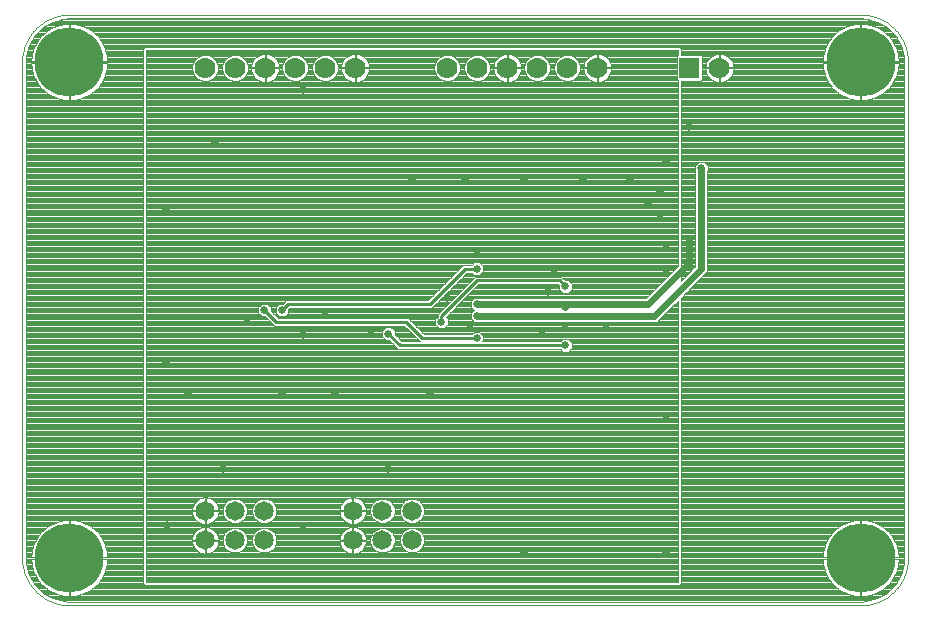
<source format=gbl>
G75*
%MOIN*%
%OFA0B0*%
%FSLAX25Y25*%
%IPPOS*%
%LPD*%
%AMOC8*
5,1,8,0,0,1.08239X$1,22.5*
%
%ADD10C,0.00000*%
%ADD11R,0.07000X0.07000*%
%ADD12C,0.07000*%
%ADD13C,0.23000*%
%ADD14C,0.06496*%
%ADD15C,0.02578*%
%ADD16C,0.02400*%
%ADD17C,0.00400*%
%ADD18C,0.01000*%
D10*
X0024622Y0042589D02*
X0288402Y0042589D01*
X0288783Y0042594D01*
X0289163Y0042607D01*
X0289543Y0042630D01*
X0289922Y0042663D01*
X0290300Y0042704D01*
X0290677Y0042754D01*
X0291053Y0042814D01*
X0291428Y0042882D01*
X0291800Y0042960D01*
X0292171Y0043047D01*
X0292539Y0043142D01*
X0292905Y0043247D01*
X0293268Y0043360D01*
X0293629Y0043482D01*
X0293986Y0043612D01*
X0294340Y0043752D01*
X0294691Y0043899D01*
X0295038Y0044056D01*
X0295381Y0044220D01*
X0295720Y0044393D01*
X0296055Y0044574D01*
X0296386Y0044763D01*
X0296711Y0044960D01*
X0297032Y0045164D01*
X0297348Y0045377D01*
X0297658Y0045597D01*
X0297964Y0045824D01*
X0298263Y0046059D01*
X0298557Y0046301D01*
X0298845Y0046549D01*
X0299127Y0046805D01*
X0299402Y0047068D01*
X0299671Y0047337D01*
X0299934Y0047612D01*
X0300190Y0047894D01*
X0300438Y0048182D01*
X0300680Y0048476D01*
X0300915Y0048775D01*
X0301142Y0049081D01*
X0301362Y0049391D01*
X0301575Y0049707D01*
X0301779Y0050028D01*
X0301976Y0050353D01*
X0302165Y0050684D01*
X0302346Y0051019D01*
X0302519Y0051358D01*
X0302683Y0051701D01*
X0302840Y0052048D01*
X0302987Y0052399D01*
X0303127Y0052753D01*
X0303257Y0053110D01*
X0303379Y0053471D01*
X0303492Y0053834D01*
X0303597Y0054200D01*
X0303692Y0054568D01*
X0303779Y0054939D01*
X0303857Y0055311D01*
X0303925Y0055686D01*
X0303985Y0056062D01*
X0304035Y0056439D01*
X0304076Y0056817D01*
X0304109Y0057196D01*
X0304132Y0057576D01*
X0304145Y0057956D01*
X0304150Y0058337D01*
X0304150Y0223691D01*
X0304145Y0224072D01*
X0304132Y0224452D01*
X0304109Y0224832D01*
X0304076Y0225211D01*
X0304035Y0225589D01*
X0303985Y0225966D01*
X0303925Y0226342D01*
X0303857Y0226717D01*
X0303779Y0227089D01*
X0303692Y0227460D01*
X0303597Y0227828D01*
X0303492Y0228194D01*
X0303379Y0228557D01*
X0303257Y0228918D01*
X0303127Y0229275D01*
X0302987Y0229629D01*
X0302840Y0229980D01*
X0302683Y0230327D01*
X0302519Y0230670D01*
X0302346Y0231009D01*
X0302165Y0231344D01*
X0301976Y0231675D01*
X0301779Y0232000D01*
X0301575Y0232321D01*
X0301362Y0232637D01*
X0301142Y0232947D01*
X0300915Y0233253D01*
X0300680Y0233552D01*
X0300438Y0233846D01*
X0300190Y0234134D01*
X0299934Y0234416D01*
X0299671Y0234691D01*
X0299402Y0234960D01*
X0299127Y0235223D01*
X0298845Y0235479D01*
X0298557Y0235727D01*
X0298263Y0235969D01*
X0297964Y0236204D01*
X0297658Y0236431D01*
X0297348Y0236651D01*
X0297032Y0236864D01*
X0296711Y0237068D01*
X0296386Y0237265D01*
X0296055Y0237454D01*
X0295720Y0237635D01*
X0295381Y0237808D01*
X0295038Y0237972D01*
X0294691Y0238129D01*
X0294340Y0238276D01*
X0293986Y0238416D01*
X0293629Y0238546D01*
X0293268Y0238668D01*
X0292905Y0238781D01*
X0292539Y0238886D01*
X0292171Y0238981D01*
X0291800Y0239068D01*
X0291428Y0239146D01*
X0291053Y0239214D01*
X0290677Y0239274D01*
X0290300Y0239324D01*
X0289922Y0239365D01*
X0289543Y0239398D01*
X0289163Y0239421D01*
X0288783Y0239434D01*
X0288402Y0239439D01*
X0024622Y0239439D01*
X0024241Y0239434D01*
X0023861Y0239421D01*
X0023481Y0239398D01*
X0023102Y0239365D01*
X0022724Y0239324D01*
X0022347Y0239274D01*
X0021971Y0239214D01*
X0021596Y0239146D01*
X0021224Y0239068D01*
X0020853Y0238981D01*
X0020485Y0238886D01*
X0020119Y0238781D01*
X0019756Y0238668D01*
X0019395Y0238546D01*
X0019038Y0238416D01*
X0018684Y0238276D01*
X0018333Y0238129D01*
X0017986Y0237972D01*
X0017643Y0237808D01*
X0017304Y0237635D01*
X0016969Y0237454D01*
X0016638Y0237265D01*
X0016313Y0237068D01*
X0015992Y0236864D01*
X0015676Y0236651D01*
X0015366Y0236431D01*
X0015060Y0236204D01*
X0014761Y0235969D01*
X0014467Y0235727D01*
X0014179Y0235479D01*
X0013897Y0235223D01*
X0013622Y0234960D01*
X0013353Y0234691D01*
X0013090Y0234416D01*
X0012834Y0234134D01*
X0012586Y0233846D01*
X0012344Y0233552D01*
X0012109Y0233253D01*
X0011882Y0232947D01*
X0011662Y0232637D01*
X0011449Y0232321D01*
X0011245Y0232000D01*
X0011048Y0231675D01*
X0010859Y0231344D01*
X0010678Y0231009D01*
X0010505Y0230670D01*
X0010341Y0230327D01*
X0010184Y0229980D01*
X0010037Y0229629D01*
X0009897Y0229275D01*
X0009767Y0228918D01*
X0009645Y0228557D01*
X0009532Y0228194D01*
X0009427Y0227828D01*
X0009332Y0227460D01*
X0009245Y0227089D01*
X0009167Y0226717D01*
X0009099Y0226342D01*
X0009039Y0225966D01*
X0008989Y0225589D01*
X0008948Y0225211D01*
X0008915Y0224832D01*
X0008892Y0224452D01*
X0008879Y0224072D01*
X0008874Y0223691D01*
X0008874Y0058337D01*
X0008879Y0057956D01*
X0008892Y0057576D01*
X0008915Y0057196D01*
X0008948Y0056817D01*
X0008989Y0056439D01*
X0009039Y0056062D01*
X0009099Y0055686D01*
X0009167Y0055311D01*
X0009245Y0054939D01*
X0009332Y0054568D01*
X0009427Y0054200D01*
X0009532Y0053834D01*
X0009645Y0053471D01*
X0009767Y0053110D01*
X0009897Y0052753D01*
X0010037Y0052399D01*
X0010184Y0052048D01*
X0010341Y0051701D01*
X0010505Y0051358D01*
X0010678Y0051019D01*
X0010859Y0050684D01*
X0011048Y0050353D01*
X0011245Y0050028D01*
X0011449Y0049707D01*
X0011662Y0049391D01*
X0011882Y0049081D01*
X0012109Y0048775D01*
X0012344Y0048476D01*
X0012586Y0048182D01*
X0012834Y0047894D01*
X0013090Y0047612D01*
X0013353Y0047337D01*
X0013622Y0047068D01*
X0013897Y0046805D01*
X0014179Y0046549D01*
X0014467Y0046301D01*
X0014761Y0046059D01*
X0015060Y0045824D01*
X0015366Y0045597D01*
X0015676Y0045377D01*
X0015992Y0045164D01*
X0016313Y0044960D01*
X0016638Y0044763D01*
X0016969Y0044574D01*
X0017304Y0044393D01*
X0017643Y0044220D01*
X0017986Y0044056D01*
X0018333Y0043899D01*
X0018684Y0043752D01*
X0019038Y0043612D01*
X0019395Y0043482D01*
X0019756Y0043360D01*
X0020119Y0043247D01*
X0020485Y0043142D01*
X0020853Y0043047D01*
X0021224Y0042960D01*
X0021596Y0042882D01*
X0021971Y0042814D01*
X0022347Y0042754D01*
X0022724Y0042704D01*
X0023102Y0042663D01*
X0023481Y0042630D01*
X0023861Y0042607D01*
X0024241Y0042594D01*
X0024622Y0042589D01*
D11*
X0231315Y0221722D03*
D12*
X0241315Y0221722D03*
X0200606Y0221722D03*
X0190606Y0221722D03*
X0180606Y0221722D03*
X0170606Y0221722D03*
X0160606Y0221722D03*
X0150606Y0221722D03*
X0119898Y0221722D03*
X0109898Y0221722D03*
X0099898Y0221722D03*
X0089898Y0221722D03*
X0079898Y0221722D03*
X0069898Y0221722D03*
D13*
X0024622Y0223691D03*
X0024622Y0058337D03*
X0288402Y0058337D03*
X0288402Y0223691D03*
D14*
X0138795Y0074085D03*
X0128953Y0074085D03*
X0119110Y0074085D03*
X0119110Y0064242D03*
X0128953Y0064242D03*
X0138795Y0064242D03*
X0089583Y0064242D03*
X0079740Y0064242D03*
X0069898Y0064242D03*
X0069898Y0074085D03*
X0079740Y0074085D03*
X0089583Y0074085D03*
D15*
X0102575Y0068967D03*
X0075803Y0087864D03*
X0057299Y0069360D03*
X0063992Y0113455D03*
X0056906Y0123691D03*
X0083677Y0137077D03*
X0089583Y0141014D03*
X0095488Y0141014D03*
X0102575Y0132746D03*
X0109661Y0140226D03*
X0125016Y0133140D03*
X0130921Y0133140D03*
X0148638Y0137077D03*
X0150606Y0144951D03*
X0160449Y0142982D03*
X0160449Y0139045D03*
X0158087Y0135108D03*
X0160449Y0131592D03*
X0182102Y0133140D03*
X0189976Y0135108D03*
X0189976Y0129203D03*
X0203362Y0135108D03*
X0189976Y0142134D03*
X0189976Y0148888D03*
X0184071Y0146919D03*
X0186039Y0154793D03*
X0160449Y0154793D03*
X0160449Y0160699D03*
X0156512Y0184321D03*
X0138795Y0184321D03*
X0176197Y0184321D03*
X0195882Y0184321D03*
X0211630Y0184321D03*
X0217535Y0176447D03*
X0221472Y0180384D03*
X0221472Y0172510D03*
X0231315Y0164636D03*
X0223441Y0162667D03*
X0223441Y0154793D03*
X0235252Y0188258D03*
X0223441Y0190226D03*
X0231315Y0202037D03*
X0144701Y0113455D03*
X0130921Y0087864D03*
X0113205Y0113455D03*
X0095488Y0113455D03*
X0056906Y0174478D03*
X0073047Y0196526D03*
X0102575Y0214242D03*
X0223441Y0105581D03*
X0223441Y0060305D03*
X0176197Y0060305D03*
D16*
X0160449Y0139045D02*
X0219504Y0139045D01*
X0235252Y0154793D01*
X0235252Y0188258D01*
X0231315Y0164636D02*
X0231315Y0156762D01*
X0217535Y0142982D01*
X0189128Y0142982D01*
X0189976Y0142134D01*
X0189128Y0142982D02*
X0186039Y0142982D01*
X0160449Y0142982D01*
D17*
X0022723Y0043913D02*
X0019055Y0044896D01*
X0015766Y0046795D01*
X0013080Y0049480D01*
X0011181Y0052769D01*
X0010198Y0056438D01*
X0010074Y0058337D01*
X0010074Y0223691D01*
X0010198Y0225590D01*
X0011181Y0229258D01*
X0011181Y0229258D01*
X0013080Y0232547D01*
X0015766Y0235233D01*
X0019055Y0237132D01*
X0022723Y0238115D01*
X0024622Y0238239D01*
X0288402Y0238239D01*
X0290300Y0238115D01*
X0293969Y0237132D01*
X0297258Y0235233D01*
X0299943Y0232547D01*
X0301842Y0229258D01*
X0302825Y0225590D01*
X0302950Y0223691D01*
X0302950Y0058337D01*
X0302825Y0056438D01*
X0301842Y0052769D01*
X0299943Y0049480D01*
X0297258Y0046795D01*
X0293969Y0044896D01*
X0290300Y0043913D01*
X0288402Y0043789D01*
X0024622Y0043789D01*
X0022723Y0043913D01*
X0021717Y0044183D02*
X0291307Y0044183D01*
X0292794Y0044581D02*
X0020230Y0044581D01*
X0018910Y0044980D02*
X0294114Y0044980D01*
X0294804Y0045378D02*
X0018220Y0045378D01*
X0017529Y0045777D02*
X0022667Y0045777D01*
X0022756Y0045759D02*
X0023998Y0045637D01*
X0024422Y0045637D01*
X0024422Y0058137D01*
X0011922Y0058137D01*
X0011922Y0057713D01*
X0012044Y0056471D01*
X0012288Y0055247D01*
X0012650Y0054053D01*
X0013128Y0052900D01*
X0013716Y0051800D01*
X0014409Y0050762D01*
X0015201Y0049798D01*
X0016083Y0048915D01*
X0017048Y0048124D01*
X0018085Y0047430D01*
X0019186Y0046842D01*
X0020338Y0046365D01*
X0021532Y0046002D01*
X0022756Y0045759D01*
X0024422Y0045777D02*
X0024822Y0045777D01*
X0024822Y0045637D02*
X0025246Y0045637D01*
X0026488Y0045759D01*
X0027712Y0046002D01*
X0028906Y0046365D01*
X0030059Y0046842D01*
X0031159Y0047430D01*
X0032197Y0048124D01*
X0033161Y0048915D01*
X0034043Y0049798D01*
X0034835Y0050762D01*
X0035528Y0051800D01*
X0036117Y0052900D01*
X0036594Y0054053D01*
X0036956Y0055247D01*
X0037200Y0056471D01*
X0037322Y0057713D01*
X0037322Y0058137D01*
X0024822Y0058137D01*
X0024822Y0058537D01*
X0024422Y0058537D01*
X0024422Y0071037D01*
X0023998Y0071037D01*
X0022756Y0070914D01*
X0021532Y0070671D01*
X0020338Y0070309D01*
X0019186Y0069831D01*
X0018085Y0069243D01*
X0017048Y0068550D01*
X0016083Y0067758D01*
X0015201Y0066876D01*
X0014409Y0065911D01*
X0013716Y0064874D01*
X0013128Y0063773D01*
X0012650Y0062620D01*
X0012288Y0061426D01*
X0012044Y0060202D01*
X0011922Y0058961D01*
X0011922Y0058537D01*
X0024422Y0058537D01*
X0024422Y0058137D01*
X0024822Y0058137D01*
X0024822Y0045637D01*
X0024822Y0046175D02*
X0024422Y0046175D01*
X0024422Y0046574D02*
X0024822Y0046574D01*
X0024822Y0046972D02*
X0024422Y0046972D01*
X0024422Y0047371D02*
X0024822Y0047371D01*
X0024822Y0047769D02*
X0024422Y0047769D01*
X0024422Y0048168D02*
X0024822Y0048168D01*
X0024822Y0048566D02*
X0024422Y0048566D01*
X0024422Y0048965D02*
X0024822Y0048965D01*
X0024822Y0049363D02*
X0024422Y0049363D01*
X0024422Y0049762D02*
X0024822Y0049762D01*
X0024822Y0050160D02*
X0024422Y0050160D01*
X0024422Y0050559D02*
X0024822Y0050559D01*
X0024822Y0050957D02*
X0024422Y0050957D01*
X0024422Y0051356D02*
X0024822Y0051356D01*
X0024822Y0051754D02*
X0024422Y0051754D01*
X0024422Y0052153D02*
X0024822Y0052153D01*
X0024822Y0052551D02*
X0024422Y0052551D01*
X0024422Y0052950D02*
X0024822Y0052950D01*
X0024822Y0053348D02*
X0024422Y0053348D01*
X0024422Y0053747D02*
X0024822Y0053747D01*
X0024822Y0054145D02*
X0024422Y0054145D01*
X0024422Y0054544D02*
X0024822Y0054544D01*
X0024822Y0054942D02*
X0024422Y0054942D01*
X0024422Y0055341D02*
X0024822Y0055341D01*
X0024822Y0055739D02*
X0024422Y0055739D01*
X0024422Y0056138D02*
X0024822Y0056138D01*
X0024822Y0056536D02*
X0024422Y0056536D01*
X0024422Y0056935D02*
X0024822Y0056935D01*
X0024822Y0057334D02*
X0024422Y0057334D01*
X0024422Y0057732D02*
X0024822Y0057732D01*
X0024822Y0058131D02*
X0024422Y0058131D01*
X0024422Y0058529D02*
X0010074Y0058529D01*
X0010074Y0058928D02*
X0011922Y0058928D01*
X0011958Y0059326D02*
X0010074Y0059326D01*
X0010074Y0059725D02*
X0011997Y0059725D01*
X0012037Y0060123D02*
X0010074Y0060123D01*
X0010074Y0060522D02*
X0012108Y0060522D01*
X0012187Y0060920D02*
X0010074Y0060920D01*
X0010074Y0061319D02*
X0012266Y0061319D01*
X0012376Y0061717D02*
X0010074Y0061717D01*
X0010074Y0062116D02*
X0012497Y0062116D01*
X0012618Y0062514D02*
X0010074Y0062514D01*
X0010074Y0062913D02*
X0012771Y0062913D01*
X0012936Y0063311D02*
X0010074Y0063311D01*
X0010074Y0063710D02*
X0013101Y0063710D01*
X0013307Y0064108D02*
X0010074Y0064108D01*
X0010074Y0064507D02*
X0013520Y0064507D01*
X0013737Y0064905D02*
X0010074Y0064905D01*
X0010074Y0065304D02*
X0014003Y0065304D01*
X0014269Y0065702D02*
X0010074Y0065702D01*
X0010074Y0066101D02*
X0014565Y0066101D01*
X0014892Y0066499D02*
X0010074Y0066499D01*
X0010074Y0066898D02*
X0015223Y0066898D01*
X0015621Y0067296D02*
X0010074Y0067296D01*
X0010074Y0067695D02*
X0016020Y0067695D01*
X0016491Y0068093D02*
X0010074Y0068093D01*
X0010074Y0068492D02*
X0016977Y0068492D01*
X0017557Y0068890D02*
X0010074Y0068890D01*
X0010074Y0069289D02*
X0018171Y0069289D01*
X0018917Y0069687D02*
X0010074Y0069687D01*
X0010074Y0070086D02*
X0019801Y0070086D01*
X0020918Y0070484D02*
X0010074Y0070484D01*
X0010074Y0070883D02*
X0022598Y0070883D01*
X0024422Y0070883D02*
X0024822Y0070883D01*
X0024822Y0071037D02*
X0025246Y0071037D01*
X0026488Y0070914D01*
X0027712Y0070671D01*
X0028906Y0070309D01*
X0030059Y0069831D01*
X0031159Y0069243D01*
X0032197Y0068550D01*
X0033161Y0067758D01*
X0034043Y0066876D01*
X0034835Y0065911D01*
X0035528Y0064874D01*
X0036117Y0063773D01*
X0036594Y0062620D01*
X0036956Y0061426D01*
X0037200Y0060202D01*
X0037322Y0058961D01*
X0037322Y0058537D01*
X0024822Y0058537D01*
X0024822Y0071037D01*
X0024822Y0070484D02*
X0024422Y0070484D01*
X0024422Y0070086D02*
X0024822Y0070086D01*
X0024822Y0069687D02*
X0024422Y0069687D01*
X0024422Y0069289D02*
X0024822Y0069289D01*
X0024822Y0068890D02*
X0024422Y0068890D01*
X0024422Y0068492D02*
X0024822Y0068492D01*
X0024822Y0068093D02*
X0024422Y0068093D01*
X0024422Y0067695D02*
X0024822Y0067695D01*
X0024822Y0067296D02*
X0024422Y0067296D01*
X0024422Y0066898D02*
X0024822Y0066898D01*
X0024822Y0066499D02*
X0024422Y0066499D01*
X0024422Y0066101D02*
X0024822Y0066101D01*
X0024822Y0065702D02*
X0024422Y0065702D01*
X0024422Y0065304D02*
X0024822Y0065304D01*
X0024822Y0064905D02*
X0024422Y0064905D01*
X0024422Y0064507D02*
X0024822Y0064507D01*
X0024822Y0064108D02*
X0024422Y0064108D01*
X0024422Y0063710D02*
X0024822Y0063710D01*
X0024822Y0063311D02*
X0024422Y0063311D01*
X0024422Y0062913D02*
X0024822Y0062913D01*
X0024822Y0062514D02*
X0024422Y0062514D01*
X0024422Y0062116D02*
X0024822Y0062116D01*
X0024822Y0061717D02*
X0024422Y0061717D01*
X0024422Y0061319D02*
X0024822Y0061319D01*
X0024822Y0060920D02*
X0024422Y0060920D01*
X0024422Y0060522D02*
X0024822Y0060522D01*
X0024822Y0060123D02*
X0024422Y0060123D01*
X0024422Y0059725D02*
X0024822Y0059725D01*
X0024822Y0059326D02*
X0024422Y0059326D01*
X0024422Y0058928D02*
X0024822Y0058928D01*
X0024822Y0058529D02*
X0049213Y0058529D01*
X0049213Y0058131D02*
X0037322Y0058131D01*
X0037322Y0057732D02*
X0049213Y0057732D01*
X0049213Y0057334D02*
X0037285Y0057334D01*
X0037245Y0056935D02*
X0049213Y0056935D01*
X0049213Y0056536D02*
X0037206Y0056536D01*
X0037134Y0056138D02*
X0049213Y0056138D01*
X0049213Y0055739D02*
X0037054Y0055739D01*
X0036975Y0055341D02*
X0049213Y0055341D01*
X0049213Y0054942D02*
X0036864Y0054942D01*
X0036743Y0054544D02*
X0049213Y0054544D01*
X0049213Y0054145D02*
X0036622Y0054145D01*
X0036467Y0053747D02*
X0049213Y0053747D01*
X0049213Y0053348D02*
X0036302Y0053348D01*
X0036137Y0052950D02*
X0049213Y0052950D01*
X0049213Y0052551D02*
X0035930Y0052551D01*
X0035717Y0052153D02*
X0049213Y0052153D01*
X0049213Y0051754D02*
X0035498Y0051754D01*
X0035232Y0051356D02*
X0049213Y0051356D01*
X0049213Y0050957D02*
X0034966Y0050957D01*
X0034668Y0050559D02*
X0049213Y0050559D01*
X0049213Y0050160D02*
X0034341Y0050160D01*
X0034008Y0049762D02*
X0049499Y0049762D01*
X0049213Y0050048D02*
X0049798Y0049463D01*
X0050627Y0049463D01*
X0227792Y0049463D01*
X0228378Y0050048D01*
X0228378Y0145091D01*
X0237252Y0153965D01*
X0237252Y0187304D01*
X0237341Y0187393D01*
X0237341Y0189123D01*
X0236117Y0190347D01*
X0234387Y0190347D01*
X0233163Y0189123D01*
X0233163Y0187393D01*
X0233252Y0187304D01*
X0233252Y0155622D01*
X0228378Y0150748D01*
X0228378Y0217422D01*
X0235146Y0217422D01*
X0235615Y0217891D01*
X0235615Y0225554D01*
X0235146Y0226022D01*
X0228378Y0226022D01*
X0228378Y0228042D01*
X0227792Y0228628D01*
X0049798Y0228628D01*
X0049213Y0228042D01*
X0049213Y0050048D01*
X0050213Y0050463D02*
X0050213Y0227628D01*
X0227378Y0227628D01*
X0227378Y0225917D01*
X0227015Y0225554D01*
X0227015Y0217891D01*
X0227378Y0217528D01*
X0227378Y0155653D01*
X0216707Y0144982D01*
X0161403Y0144982D01*
X0161314Y0145071D01*
X0159584Y0145071D01*
X0158360Y0143848D01*
X0158360Y0142117D01*
X0159463Y0141014D01*
X0158360Y0139911D01*
X0158360Y0138180D01*
X0159584Y0136956D01*
X0161314Y0136956D01*
X0161403Y0137045D01*
X0220332Y0137045D01*
X0221504Y0138217D01*
X0227378Y0144091D01*
X0227378Y0050463D01*
X0050213Y0050463D01*
X0050213Y0050559D02*
X0227378Y0050559D01*
X0227378Y0050957D02*
X0050213Y0050957D01*
X0050213Y0051356D02*
X0227378Y0051356D01*
X0227378Y0051754D02*
X0050213Y0051754D01*
X0050213Y0052153D02*
X0227378Y0052153D01*
X0227378Y0052551D02*
X0050213Y0052551D01*
X0050213Y0052950D02*
X0227378Y0052950D01*
X0227378Y0053348D02*
X0050213Y0053348D01*
X0050213Y0053747D02*
X0227378Y0053747D01*
X0227378Y0054145D02*
X0050213Y0054145D01*
X0050213Y0054544D02*
X0227378Y0054544D01*
X0227378Y0054942D02*
X0050213Y0054942D01*
X0050213Y0055341D02*
X0227378Y0055341D01*
X0227378Y0055739D02*
X0050213Y0055739D01*
X0050213Y0056138D02*
X0227378Y0056138D01*
X0227378Y0056536D02*
X0050213Y0056536D01*
X0050213Y0056935D02*
X0227378Y0056935D01*
X0227378Y0057334D02*
X0050213Y0057334D01*
X0050213Y0057732D02*
X0227378Y0057732D01*
X0227378Y0058131D02*
X0050213Y0058131D01*
X0050213Y0058529D02*
X0227378Y0058529D01*
X0227378Y0058928D02*
X0050213Y0058928D01*
X0050213Y0059326D02*
X0227378Y0059326D01*
X0227378Y0059725D02*
X0050213Y0059725D01*
X0050213Y0060123D02*
X0068184Y0060123D01*
X0068190Y0060120D02*
X0068856Y0059904D01*
X0069548Y0059794D01*
X0069698Y0059794D01*
X0069698Y0064042D01*
X0070098Y0064042D01*
X0070098Y0064442D01*
X0074346Y0064442D01*
X0074346Y0064592D01*
X0074236Y0065284D01*
X0074020Y0065950D01*
X0073702Y0066573D01*
X0073290Y0067140D01*
X0072795Y0067635D01*
X0072229Y0068046D01*
X0071605Y0068364D01*
X0070939Y0068581D01*
X0070248Y0068690D01*
X0070098Y0068690D01*
X0070098Y0064442D01*
X0069698Y0064442D01*
X0069698Y0068690D01*
X0069548Y0068690D01*
X0068856Y0068581D01*
X0068190Y0068364D01*
X0067566Y0068046D01*
X0067000Y0067635D01*
X0066505Y0067140D01*
X0066093Y0066573D01*
X0065775Y0065950D01*
X0065559Y0065284D01*
X0065450Y0064592D01*
X0065450Y0064442D01*
X0069698Y0064442D01*
X0069698Y0064042D01*
X0065450Y0064042D01*
X0065450Y0063892D01*
X0065559Y0063201D01*
X0065775Y0062535D01*
X0066093Y0061911D01*
X0066505Y0061344D01*
X0067000Y0060849D01*
X0067566Y0060438D01*
X0068190Y0060120D01*
X0067451Y0060522D02*
X0050213Y0060522D01*
X0050213Y0060920D02*
X0066929Y0060920D01*
X0066531Y0061319D02*
X0050213Y0061319D01*
X0050213Y0061717D02*
X0066234Y0061717D01*
X0065989Y0062116D02*
X0050213Y0062116D01*
X0050213Y0062514D02*
X0065786Y0062514D01*
X0065653Y0062913D02*
X0050213Y0062913D01*
X0050213Y0063311D02*
X0065542Y0063311D01*
X0065478Y0063710D02*
X0050213Y0063710D01*
X0050213Y0064108D02*
X0069698Y0064108D01*
X0069698Y0063710D02*
X0070098Y0063710D01*
X0070098Y0064042D02*
X0070098Y0059794D01*
X0070248Y0059794D01*
X0070939Y0059904D01*
X0071605Y0060120D01*
X0072229Y0060438D01*
X0072795Y0060849D01*
X0073290Y0061344D01*
X0073702Y0061911D01*
X0074020Y0062535D01*
X0074236Y0063201D01*
X0074346Y0063892D01*
X0074346Y0064042D01*
X0070098Y0064042D01*
X0070098Y0064108D02*
X0075692Y0064108D01*
X0075692Y0063710D02*
X0074317Y0063710D01*
X0074254Y0063311D02*
X0075744Y0063311D01*
X0075692Y0063437D02*
X0076308Y0061949D01*
X0077447Y0060810D01*
X0078935Y0060194D01*
X0080545Y0060194D01*
X0082033Y0060810D01*
X0083172Y0061949D01*
X0083788Y0063437D01*
X0083788Y0065047D01*
X0083172Y0066535D01*
X0082033Y0067674D01*
X0080545Y0068290D01*
X0078935Y0068290D01*
X0077447Y0067674D01*
X0076308Y0066535D01*
X0075692Y0065047D01*
X0075692Y0063437D01*
X0075909Y0062913D02*
X0074143Y0062913D01*
X0074009Y0062514D02*
X0076074Y0062514D01*
X0076239Y0062116D02*
X0073806Y0062116D01*
X0073561Y0061717D02*
X0076540Y0061717D01*
X0076939Y0061319D02*
X0073265Y0061319D01*
X0072866Y0060920D02*
X0077337Y0060920D01*
X0078144Y0060522D02*
X0072344Y0060522D01*
X0071611Y0060123D02*
X0117397Y0060123D01*
X0117403Y0060120D02*
X0118069Y0059904D01*
X0118760Y0059794D01*
X0118910Y0059794D01*
X0118910Y0064042D01*
X0114662Y0064042D01*
X0114662Y0063892D01*
X0114772Y0063201D01*
X0114988Y0062535D01*
X0115306Y0061911D01*
X0115717Y0061344D01*
X0116213Y0060849D01*
X0116779Y0060438D01*
X0117403Y0060120D01*
X0116664Y0060522D02*
X0091179Y0060522D01*
X0091876Y0060810D02*
X0093014Y0061949D01*
X0093631Y0063437D01*
X0093631Y0065047D01*
X0093014Y0066535D01*
X0091876Y0067674D01*
X0090388Y0068290D01*
X0088777Y0068290D01*
X0087290Y0067674D01*
X0086151Y0066535D01*
X0085535Y0065047D01*
X0085535Y0063437D01*
X0086151Y0061949D01*
X0087290Y0060810D01*
X0088777Y0060194D01*
X0090388Y0060194D01*
X0091876Y0060810D01*
X0091985Y0060920D02*
X0116142Y0060920D01*
X0115743Y0061319D02*
X0092384Y0061319D01*
X0092782Y0061717D02*
X0115447Y0061717D01*
X0115202Y0062116D02*
X0093083Y0062116D01*
X0093248Y0062514D02*
X0114999Y0062514D01*
X0114865Y0062913D02*
X0093414Y0062913D01*
X0093579Y0063311D02*
X0114754Y0063311D01*
X0114691Y0063710D02*
X0093631Y0063710D01*
X0093631Y0064108D02*
X0118910Y0064108D01*
X0118910Y0064042D02*
X0118910Y0064442D01*
X0114662Y0064442D01*
X0114662Y0064592D01*
X0114772Y0065284D01*
X0114988Y0065950D01*
X0115306Y0066573D01*
X0115717Y0067140D01*
X0116213Y0067635D01*
X0116779Y0068046D01*
X0117403Y0068364D01*
X0118069Y0068581D01*
X0118760Y0068690D01*
X0118910Y0068690D01*
X0118910Y0064442D01*
X0119310Y0064442D01*
X0119310Y0068690D01*
X0119460Y0068690D01*
X0120152Y0068581D01*
X0120818Y0068364D01*
X0121442Y0068046D01*
X0122008Y0067635D01*
X0122503Y0067140D01*
X0122915Y0066573D01*
X0123232Y0065950D01*
X0123449Y0065284D01*
X0123558Y0064592D01*
X0123558Y0064442D01*
X0119310Y0064442D01*
X0119310Y0064042D01*
X0119310Y0059794D01*
X0119460Y0059794D01*
X0120152Y0059904D01*
X0120818Y0060120D01*
X0121442Y0060438D01*
X0122008Y0060849D01*
X0122503Y0061344D01*
X0122915Y0061911D01*
X0123232Y0062535D01*
X0123449Y0063201D01*
X0123558Y0063892D01*
X0123558Y0064042D01*
X0119310Y0064042D01*
X0118910Y0064042D01*
X0118910Y0063710D02*
X0119310Y0063710D01*
X0119310Y0064108D02*
X0124905Y0064108D01*
X0124905Y0063710D02*
X0123529Y0063710D01*
X0123466Y0063311D02*
X0124957Y0063311D01*
X0124905Y0063437D02*
X0125521Y0061949D01*
X0126660Y0060810D01*
X0128148Y0060194D01*
X0129758Y0060194D01*
X0131246Y0060810D01*
X0132384Y0061949D01*
X0133001Y0063437D01*
X0133001Y0065047D01*
X0132384Y0066535D01*
X0131246Y0067674D01*
X0129758Y0068290D01*
X0128148Y0068290D01*
X0126660Y0067674D01*
X0125521Y0066535D01*
X0124905Y0065047D01*
X0124905Y0063437D01*
X0125122Y0062913D02*
X0123355Y0062913D01*
X0123222Y0062514D02*
X0125287Y0062514D01*
X0125452Y0062116D02*
X0123019Y0062116D01*
X0122774Y0061717D02*
X0125753Y0061717D01*
X0126151Y0061319D02*
X0122477Y0061319D01*
X0122079Y0060920D02*
X0126550Y0060920D01*
X0127357Y0060522D02*
X0121557Y0060522D01*
X0120824Y0060123D02*
X0227378Y0060123D01*
X0227378Y0060522D02*
X0140391Y0060522D01*
X0141088Y0060810D02*
X0139600Y0060194D01*
X0137990Y0060194D01*
X0136502Y0060810D01*
X0135364Y0061949D01*
X0134747Y0063437D01*
X0134747Y0065047D01*
X0135364Y0066535D01*
X0136502Y0067674D01*
X0137990Y0068290D01*
X0139600Y0068290D01*
X0141088Y0067674D01*
X0142227Y0066535D01*
X0142843Y0065047D01*
X0142843Y0063437D01*
X0142227Y0061949D01*
X0141088Y0060810D01*
X0141198Y0060920D02*
X0227378Y0060920D01*
X0227378Y0061319D02*
X0141597Y0061319D01*
X0141995Y0061717D02*
X0227378Y0061717D01*
X0227378Y0062116D02*
X0142296Y0062116D01*
X0142461Y0062514D02*
X0227378Y0062514D01*
X0227378Y0062913D02*
X0142626Y0062913D01*
X0142791Y0063311D02*
X0227378Y0063311D01*
X0227378Y0063710D02*
X0142843Y0063710D01*
X0142843Y0064108D02*
X0227378Y0064108D01*
X0227378Y0064507D02*
X0142843Y0064507D01*
X0142843Y0064905D02*
X0227378Y0064905D01*
X0227378Y0065304D02*
X0142737Y0065304D01*
X0142572Y0065702D02*
X0227378Y0065702D01*
X0227378Y0066101D02*
X0142407Y0066101D01*
X0142242Y0066499D02*
X0227378Y0066499D01*
X0227378Y0066898D02*
X0141864Y0066898D01*
X0141466Y0067296D02*
X0227378Y0067296D01*
X0227378Y0067695D02*
X0141038Y0067695D01*
X0140076Y0068093D02*
X0227378Y0068093D01*
X0227378Y0068492D02*
X0120425Y0068492D01*
X0121349Y0068093D02*
X0127672Y0068093D01*
X0126710Y0067695D02*
X0121925Y0067695D01*
X0122347Y0067296D02*
X0126282Y0067296D01*
X0125884Y0066898D02*
X0122679Y0066898D01*
X0122952Y0066499D02*
X0125506Y0066499D01*
X0125341Y0066101D02*
X0123155Y0066101D01*
X0123313Y0065702D02*
X0125176Y0065702D01*
X0125011Y0065304D02*
X0123442Y0065304D01*
X0123509Y0064905D02*
X0124905Y0064905D01*
X0124905Y0064507D02*
X0123558Y0064507D01*
X0119310Y0064507D02*
X0118910Y0064507D01*
X0118910Y0064905D02*
X0119310Y0064905D01*
X0119310Y0065304D02*
X0118910Y0065304D01*
X0118910Y0065702D02*
X0119310Y0065702D01*
X0119310Y0066101D02*
X0118910Y0066101D01*
X0118910Y0066499D02*
X0119310Y0066499D01*
X0119310Y0066898D02*
X0118910Y0066898D01*
X0118910Y0067296D02*
X0119310Y0067296D01*
X0119310Y0067695D02*
X0118910Y0067695D01*
X0118910Y0068093D02*
X0119310Y0068093D01*
X0119310Y0068492D02*
X0118910Y0068492D01*
X0117795Y0068492D02*
X0071213Y0068492D01*
X0072137Y0068093D02*
X0078460Y0068093D01*
X0077498Y0067695D02*
X0072713Y0067695D01*
X0073134Y0067296D02*
X0077070Y0067296D01*
X0076671Y0066898D02*
X0073466Y0066898D01*
X0073740Y0066499D02*
X0076294Y0066499D01*
X0076128Y0066101D02*
X0073943Y0066101D01*
X0074100Y0065702D02*
X0075963Y0065702D01*
X0075798Y0065304D02*
X0074230Y0065304D01*
X0074296Y0064905D02*
X0075692Y0064905D01*
X0075692Y0064507D02*
X0074346Y0064507D01*
X0070098Y0064507D02*
X0069698Y0064507D01*
X0069698Y0064905D02*
X0070098Y0064905D01*
X0070098Y0065304D02*
X0069698Y0065304D01*
X0069698Y0065702D02*
X0070098Y0065702D01*
X0070098Y0066101D02*
X0069698Y0066101D01*
X0069698Y0066499D02*
X0070098Y0066499D01*
X0070098Y0066898D02*
X0069698Y0066898D01*
X0069698Y0067296D02*
X0070098Y0067296D01*
X0070098Y0067695D02*
X0069698Y0067695D01*
X0069698Y0068093D02*
X0070098Y0068093D01*
X0070098Y0068492D02*
X0069698Y0068492D01*
X0068583Y0068492D02*
X0050213Y0068492D01*
X0050213Y0068890D02*
X0227378Y0068890D01*
X0227378Y0069289D02*
X0050213Y0069289D01*
X0050213Y0069687D02*
X0069227Y0069687D01*
X0069548Y0069637D02*
X0068856Y0069746D01*
X0068190Y0069962D01*
X0067566Y0070280D01*
X0067000Y0070692D01*
X0066505Y0071187D01*
X0066093Y0071753D01*
X0065775Y0072377D01*
X0065559Y0073043D01*
X0065450Y0073735D01*
X0065450Y0073885D01*
X0069698Y0073885D01*
X0069698Y0074285D01*
X0069698Y0078533D01*
X0069548Y0078533D01*
X0068856Y0078423D01*
X0068190Y0078207D01*
X0067566Y0077889D01*
X0067000Y0077477D01*
X0066505Y0076982D01*
X0066093Y0076416D01*
X0065775Y0075792D01*
X0065559Y0075126D01*
X0065450Y0074435D01*
X0065450Y0074285D01*
X0069698Y0074285D01*
X0070098Y0074285D01*
X0070098Y0078533D01*
X0070248Y0078533D01*
X0070939Y0078423D01*
X0071605Y0078207D01*
X0072229Y0077889D01*
X0072795Y0077477D01*
X0073290Y0076982D01*
X0073702Y0076416D01*
X0074020Y0075792D01*
X0074236Y0075126D01*
X0074346Y0074435D01*
X0074346Y0074285D01*
X0070098Y0074285D01*
X0070098Y0073885D01*
X0074346Y0073885D01*
X0074346Y0073735D01*
X0074236Y0073043D01*
X0074020Y0072377D01*
X0073702Y0071753D01*
X0073290Y0071187D01*
X0072795Y0070692D01*
X0072229Y0070280D01*
X0071605Y0069962D01*
X0070939Y0069746D01*
X0070248Y0069637D01*
X0070098Y0069637D01*
X0070098Y0073885D01*
X0069698Y0073885D01*
X0069698Y0069637D01*
X0069548Y0069637D01*
X0069698Y0069687D02*
X0070098Y0069687D01*
X0070098Y0070086D02*
X0069698Y0070086D01*
X0069698Y0070484D02*
X0070098Y0070484D01*
X0070098Y0070883D02*
X0069698Y0070883D01*
X0069698Y0071281D02*
X0070098Y0071281D01*
X0070098Y0071680D02*
X0069698Y0071680D01*
X0069698Y0072078D02*
X0070098Y0072078D01*
X0070098Y0072477D02*
X0069698Y0072477D01*
X0069698Y0072875D02*
X0070098Y0072875D01*
X0070098Y0073274D02*
X0069698Y0073274D01*
X0069698Y0073672D02*
X0070098Y0073672D01*
X0070098Y0074071D02*
X0075692Y0074071D01*
X0075692Y0074469D02*
X0074340Y0074469D01*
X0074277Y0074868D02*
X0075692Y0074868D01*
X0075692Y0074890D02*
X0075692Y0073279D01*
X0076308Y0071792D01*
X0077447Y0070653D01*
X0078935Y0070037D01*
X0080545Y0070037D01*
X0082033Y0070653D01*
X0083172Y0071792D01*
X0083788Y0073279D01*
X0083788Y0074890D01*
X0083172Y0076378D01*
X0082033Y0077516D01*
X0080545Y0078133D01*
X0078935Y0078133D01*
X0077447Y0077516D01*
X0076308Y0076378D01*
X0075692Y0074890D01*
X0075848Y0075267D02*
X0074191Y0075267D01*
X0074061Y0075665D02*
X0076013Y0075665D01*
X0076178Y0076064D02*
X0073881Y0076064D01*
X0073668Y0076462D02*
X0076393Y0076462D01*
X0076791Y0076861D02*
X0073379Y0076861D01*
X0073014Y0077259D02*
X0077190Y0077259D01*
X0077788Y0077658D02*
X0072547Y0077658D01*
X0071901Y0078056D02*
X0078750Y0078056D01*
X0080730Y0078056D02*
X0088593Y0078056D01*
X0088777Y0078133D02*
X0087290Y0077516D01*
X0086151Y0076378D01*
X0085535Y0074890D01*
X0085535Y0073279D01*
X0086151Y0071792D01*
X0087290Y0070653D01*
X0088777Y0070037D01*
X0090388Y0070037D01*
X0091876Y0070653D01*
X0093014Y0071792D01*
X0093631Y0073279D01*
X0093631Y0074890D01*
X0093014Y0076378D01*
X0091876Y0077516D01*
X0090388Y0078133D01*
X0088777Y0078133D01*
X0087631Y0077658D02*
X0081692Y0077658D01*
X0082291Y0077259D02*
X0087032Y0077259D01*
X0086634Y0076861D02*
X0082689Y0076861D01*
X0083088Y0076462D02*
X0086235Y0076462D01*
X0086021Y0076064D02*
X0083302Y0076064D01*
X0083467Y0075665D02*
X0085856Y0075665D01*
X0085691Y0075267D02*
X0083632Y0075267D01*
X0083788Y0074868D02*
X0085535Y0074868D01*
X0085535Y0074469D02*
X0083788Y0074469D01*
X0083788Y0074071D02*
X0085535Y0074071D01*
X0085535Y0073672D02*
X0083788Y0073672D01*
X0083786Y0073274D02*
X0085537Y0073274D01*
X0085702Y0072875D02*
X0083621Y0072875D01*
X0083456Y0072477D02*
X0085867Y0072477D01*
X0086032Y0072078D02*
X0083291Y0072078D01*
X0083060Y0071680D02*
X0086263Y0071680D01*
X0086661Y0071281D02*
X0082662Y0071281D01*
X0082263Y0070883D02*
X0087060Y0070883D01*
X0087696Y0070484D02*
X0081626Y0070484D01*
X0080664Y0070086D02*
X0088659Y0070086D01*
X0090507Y0070086D02*
X0117161Y0070086D01*
X0117403Y0069962D02*
X0118069Y0069746D01*
X0118760Y0069637D01*
X0118910Y0069637D01*
X0118910Y0073885D01*
X0114662Y0073885D01*
X0114662Y0073735D01*
X0114772Y0073043D01*
X0114988Y0072377D01*
X0115306Y0071753D01*
X0115717Y0071187D01*
X0116213Y0070692D01*
X0116779Y0070280D01*
X0117403Y0069962D01*
X0116498Y0070484D02*
X0091469Y0070484D01*
X0092106Y0070883D02*
X0116022Y0070883D01*
X0115649Y0071281D02*
X0092504Y0071281D01*
X0092903Y0071680D02*
X0115359Y0071680D01*
X0115140Y0072078D02*
X0093133Y0072078D01*
X0093298Y0072477D02*
X0114956Y0072477D01*
X0114826Y0072875D02*
X0093463Y0072875D01*
X0093628Y0073274D02*
X0114735Y0073274D01*
X0114672Y0073672D02*
X0093631Y0073672D01*
X0093631Y0074071D02*
X0118910Y0074071D01*
X0118910Y0073885D02*
X0118910Y0074285D01*
X0118910Y0078533D01*
X0118760Y0078533D01*
X0118069Y0078423D01*
X0117403Y0078207D01*
X0116779Y0077889D01*
X0116213Y0077477D01*
X0115717Y0076982D01*
X0115306Y0076416D01*
X0114988Y0075792D01*
X0114772Y0075126D01*
X0114662Y0074435D01*
X0114662Y0074285D01*
X0118910Y0074285D01*
X0119310Y0074285D01*
X0119310Y0078533D01*
X0119460Y0078533D01*
X0120152Y0078423D01*
X0120818Y0078207D01*
X0121442Y0077889D01*
X0122008Y0077477D01*
X0122503Y0076982D01*
X0122915Y0076416D01*
X0123232Y0075792D01*
X0123449Y0075126D01*
X0123558Y0074435D01*
X0123558Y0074285D01*
X0119310Y0074285D01*
X0119310Y0073885D01*
X0123558Y0073885D01*
X0123558Y0073735D01*
X0123449Y0073043D01*
X0123232Y0072377D01*
X0122915Y0071753D01*
X0122503Y0071187D01*
X0122008Y0070692D01*
X0121442Y0070280D01*
X0120818Y0069962D01*
X0120152Y0069746D01*
X0119460Y0069637D01*
X0119310Y0069637D01*
X0119310Y0073885D01*
X0118910Y0073885D01*
X0118910Y0073672D02*
X0119310Y0073672D01*
X0119310Y0073274D02*
X0118910Y0073274D01*
X0118910Y0072875D02*
X0119310Y0072875D01*
X0119310Y0072477D02*
X0118910Y0072477D01*
X0118910Y0072078D02*
X0119310Y0072078D01*
X0119310Y0071680D02*
X0118910Y0071680D01*
X0118910Y0071281D02*
X0119310Y0071281D01*
X0119310Y0070883D02*
X0118910Y0070883D01*
X0118910Y0070484D02*
X0119310Y0070484D01*
X0119310Y0070086D02*
X0118910Y0070086D01*
X0118910Y0069687D02*
X0119310Y0069687D01*
X0119781Y0069687D02*
X0227378Y0069687D01*
X0227378Y0070086D02*
X0139719Y0070086D01*
X0139600Y0070037D02*
X0141088Y0070653D01*
X0142227Y0071792D01*
X0142843Y0073279D01*
X0142843Y0074890D01*
X0142227Y0076378D01*
X0141088Y0077516D01*
X0139600Y0078133D01*
X0137990Y0078133D01*
X0136502Y0077516D01*
X0135364Y0076378D01*
X0134747Y0074890D01*
X0134747Y0073279D01*
X0135364Y0071792D01*
X0136502Y0070653D01*
X0137990Y0070037D01*
X0139600Y0070037D01*
X0140681Y0070484D02*
X0227378Y0070484D01*
X0227378Y0070883D02*
X0141318Y0070883D01*
X0141717Y0071281D02*
X0227378Y0071281D01*
X0227378Y0071680D02*
X0142115Y0071680D01*
X0142346Y0072078D02*
X0227378Y0072078D01*
X0227378Y0072477D02*
X0142511Y0072477D01*
X0142676Y0072875D02*
X0227378Y0072875D01*
X0227378Y0073274D02*
X0142841Y0073274D01*
X0142843Y0073672D02*
X0227378Y0073672D01*
X0227378Y0074071D02*
X0142843Y0074071D01*
X0142843Y0074469D02*
X0227378Y0074469D01*
X0227378Y0074868D02*
X0142843Y0074868D01*
X0142687Y0075267D02*
X0227378Y0075267D01*
X0227378Y0075665D02*
X0142522Y0075665D01*
X0142357Y0076064D02*
X0227378Y0076064D01*
X0227378Y0076462D02*
X0142143Y0076462D01*
X0141744Y0076861D02*
X0227378Y0076861D01*
X0227378Y0077259D02*
X0141346Y0077259D01*
X0140747Y0077658D02*
X0227378Y0077658D01*
X0227378Y0078056D02*
X0139785Y0078056D01*
X0137805Y0078056D02*
X0129943Y0078056D01*
X0129758Y0078133D02*
X0128148Y0078133D01*
X0126660Y0077516D01*
X0125521Y0076378D01*
X0124905Y0074890D01*
X0124905Y0073279D01*
X0125521Y0071792D01*
X0126660Y0070653D01*
X0128148Y0070037D01*
X0129758Y0070037D01*
X0131246Y0070653D01*
X0132384Y0071792D01*
X0133001Y0073279D01*
X0133001Y0074890D01*
X0132384Y0076378D01*
X0131246Y0077516D01*
X0129758Y0078133D01*
X0130905Y0077658D02*
X0136843Y0077658D01*
X0136245Y0077259D02*
X0131503Y0077259D01*
X0131902Y0076861D02*
X0135846Y0076861D01*
X0135448Y0076462D02*
X0132300Y0076462D01*
X0132515Y0076064D02*
X0135233Y0076064D01*
X0135068Y0075665D02*
X0132680Y0075665D01*
X0132845Y0075267D02*
X0134903Y0075267D01*
X0134747Y0074868D02*
X0133001Y0074868D01*
X0133001Y0074469D02*
X0134747Y0074469D01*
X0134747Y0074071D02*
X0133001Y0074071D01*
X0133001Y0073672D02*
X0134747Y0073672D01*
X0134750Y0073274D02*
X0132998Y0073274D01*
X0132833Y0072875D02*
X0134915Y0072875D01*
X0135080Y0072477D02*
X0132668Y0072477D01*
X0132503Y0072078D02*
X0135245Y0072078D01*
X0135475Y0071680D02*
X0132273Y0071680D01*
X0131874Y0071281D02*
X0135874Y0071281D01*
X0136272Y0070883D02*
X0131476Y0070883D01*
X0130839Y0070484D02*
X0136909Y0070484D01*
X0137871Y0070086D02*
X0129877Y0070086D01*
X0128029Y0070086D02*
X0121060Y0070086D01*
X0121722Y0070484D02*
X0127067Y0070484D01*
X0126430Y0070883D02*
X0122199Y0070883D01*
X0122572Y0071281D02*
X0126031Y0071281D01*
X0125633Y0071680D02*
X0122861Y0071680D01*
X0123080Y0072078D02*
X0125402Y0072078D01*
X0125237Y0072477D02*
X0123265Y0072477D01*
X0123394Y0072875D02*
X0125072Y0072875D01*
X0124907Y0073274D02*
X0123485Y0073274D01*
X0123548Y0073672D02*
X0124905Y0073672D01*
X0124905Y0074071D02*
X0119310Y0074071D01*
X0119310Y0074469D02*
X0118910Y0074469D01*
X0118910Y0074868D02*
X0119310Y0074868D01*
X0119310Y0075267D02*
X0118910Y0075267D01*
X0118910Y0075665D02*
X0119310Y0075665D01*
X0119310Y0076064D02*
X0118910Y0076064D01*
X0118910Y0076462D02*
X0119310Y0076462D01*
X0119310Y0076861D02*
X0118910Y0076861D01*
X0118910Y0077259D02*
X0119310Y0077259D01*
X0119310Y0077658D02*
X0118910Y0077658D01*
X0118910Y0078056D02*
X0119310Y0078056D01*
X0119310Y0078455D02*
X0118910Y0078455D01*
X0118267Y0078455D02*
X0070741Y0078455D01*
X0070098Y0078455D02*
X0069698Y0078455D01*
X0069698Y0078056D02*
X0070098Y0078056D01*
X0070098Y0077658D02*
X0069698Y0077658D01*
X0069698Y0077259D02*
X0070098Y0077259D01*
X0070098Y0076861D02*
X0069698Y0076861D01*
X0069698Y0076462D02*
X0070098Y0076462D01*
X0070098Y0076064D02*
X0069698Y0076064D01*
X0069698Y0075665D02*
X0070098Y0075665D01*
X0070098Y0075267D02*
X0069698Y0075267D01*
X0069698Y0074868D02*
X0070098Y0074868D01*
X0070098Y0074469D02*
X0069698Y0074469D01*
X0069698Y0074071D02*
X0050213Y0074071D01*
X0050213Y0074469D02*
X0065455Y0074469D01*
X0065518Y0074868D02*
X0050213Y0074868D01*
X0050213Y0075267D02*
X0065605Y0075267D01*
X0065734Y0075665D02*
X0050213Y0075665D01*
X0050213Y0076064D02*
X0065914Y0076064D01*
X0066127Y0076462D02*
X0050213Y0076462D01*
X0050213Y0076861D02*
X0066416Y0076861D01*
X0066782Y0077259D02*
X0050213Y0077259D01*
X0050213Y0077658D02*
X0067248Y0077658D01*
X0067894Y0078056D02*
X0050213Y0078056D01*
X0050213Y0078455D02*
X0069055Y0078455D01*
X0065459Y0073672D02*
X0050213Y0073672D01*
X0050213Y0073274D02*
X0065523Y0073274D01*
X0065614Y0072875D02*
X0050213Y0072875D01*
X0050213Y0072477D02*
X0065743Y0072477D01*
X0065928Y0072078D02*
X0050213Y0072078D01*
X0050213Y0071680D02*
X0066147Y0071680D01*
X0066436Y0071281D02*
X0050213Y0071281D01*
X0050213Y0070883D02*
X0066809Y0070883D01*
X0067286Y0070484D02*
X0050213Y0070484D01*
X0050213Y0070086D02*
X0067948Y0070086D01*
X0067658Y0068093D02*
X0050213Y0068093D01*
X0050213Y0067695D02*
X0067082Y0067695D01*
X0066661Y0067296D02*
X0050213Y0067296D01*
X0050213Y0066898D02*
X0066329Y0066898D01*
X0066056Y0066499D02*
X0050213Y0066499D01*
X0050213Y0066101D02*
X0065853Y0066101D01*
X0065695Y0065702D02*
X0050213Y0065702D01*
X0050213Y0065304D02*
X0065566Y0065304D01*
X0065499Y0064905D02*
X0050213Y0064905D01*
X0050213Y0064507D02*
X0065450Y0064507D01*
X0069698Y0063311D02*
X0070098Y0063311D01*
X0070098Y0062913D02*
X0069698Y0062913D01*
X0069698Y0062514D02*
X0070098Y0062514D01*
X0070098Y0062116D02*
X0069698Y0062116D01*
X0069698Y0061717D02*
X0070098Y0061717D01*
X0070098Y0061319D02*
X0069698Y0061319D01*
X0069698Y0060920D02*
X0070098Y0060920D01*
X0070098Y0060522D02*
X0069698Y0060522D01*
X0069698Y0060123D02*
X0070098Y0060123D01*
X0081336Y0060522D02*
X0087987Y0060522D01*
X0087180Y0060920D02*
X0082143Y0060920D01*
X0082541Y0061319D02*
X0086781Y0061319D01*
X0086383Y0061717D02*
X0082940Y0061717D01*
X0083241Y0062116D02*
X0086082Y0062116D01*
X0085917Y0062514D02*
X0083406Y0062514D01*
X0083571Y0062913D02*
X0085752Y0062913D01*
X0085587Y0063311D02*
X0083736Y0063311D01*
X0083788Y0063710D02*
X0085535Y0063710D01*
X0085535Y0064108D02*
X0083788Y0064108D01*
X0083788Y0064507D02*
X0085535Y0064507D01*
X0085535Y0064905D02*
X0083788Y0064905D01*
X0083682Y0065304D02*
X0085641Y0065304D01*
X0085806Y0065702D02*
X0083517Y0065702D01*
X0083352Y0066101D02*
X0085971Y0066101D01*
X0086136Y0066499D02*
X0083187Y0066499D01*
X0082809Y0066898D02*
X0086514Y0066898D01*
X0086912Y0067296D02*
X0082411Y0067296D01*
X0081983Y0067695D02*
X0087340Y0067695D01*
X0088302Y0068093D02*
X0081021Y0068093D01*
X0078816Y0070086D02*
X0071847Y0070086D01*
X0072510Y0070484D02*
X0077854Y0070484D01*
X0077217Y0070883D02*
X0072986Y0070883D01*
X0073359Y0071281D02*
X0076819Y0071281D01*
X0076420Y0071680D02*
X0073649Y0071680D01*
X0073868Y0072078D02*
X0076190Y0072078D01*
X0076025Y0072477D02*
X0074052Y0072477D01*
X0074182Y0072875D02*
X0075859Y0072875D01*
X0075694Y0073274D02*
X0074273Y0073274D01*
X0074336Y0073672D02*
X0075692Y0073672D01*
X0070568Y0069687D02*
X0118440Y0069687D01*
X0116871Y0068093D02*
X0090863Y0068093D01*
X0091825Y0067695D02*
X0116295Y0067695D01*
X0115874Y0067296D02*
X0092253Y0067296D01*
X0092652Y0066898D02*
X0115542Y0066898D01*
X0115268Y0066499D02*
X0093029Y0066499D01*
X0093194Y0066101D02*
X0115065Y0066101D01*
X0114908Y0065702D02*
X0093359Y0065702D01*
X0093524Y0065304D02*
X0114778Y0065304D01*
X0114712Y0064905D02*
X0093631Y0064905D01*
X0093631Y0064507D02*
X0114662Y0064507D01*
X0118910Y0063311D02*
X0119310Y0063311D01*
X0119310Y0062913D02*
X0118910Y0062913D01*
X0118910Y0062514D02*
X0119310Y0062514D01*
X0119310Y0062116D02*
X0118910Y0062116D01*
X0118910Y0061717D02*
X0119310Y0061717D01*
X0119310Y0061319D02*
X0118910Y0061319D01*
X0118910Y0060920D02*
X0119310Y0060920D01*
X0119310Y0060522D02*
X0118910Y0060522D01*
X0118910Y0060123D02*
X0119310Y0060123D01*
X0130549Y0060522D02*
X0137199Y0060522D01*
X0136393Y0060920D02*
X0131356Y0060920D01*
X0131754Y0061319D02*
X0135994Y0061319D01*
X0135595Y0061717D02*
X0132153Y0061717D01*
X0132453Y0062116D02*
X0135295Y0062116D01*
X0135129Y0062514D02*
X0132619Y0062514D01*
X0132784Y0062913D02*
X0134964Y0062913D01*
X0134799Y0063311D02*
X0132949Y0063311D01*
X0133001Y0063710D02*
X0134747Y0063710D01*
X0134747Y0064108D02*
X0133001Y0064108D01*
X0133001Y0064507D02*
X0134747Y0064507D01*
X0134747Y0064905D02*
X0133001Y0064905D01*
X0132895Y0065304D02*
X0134853Y0065304D01*
X0135019Y0065702D02*
X0132730Y0065702D01*
X0132564Y0066101D02*
X0135184Y0066101D01*
X0135349Y0066499D02*
X0132399Y0066499D01*
X0132022Y0066898D02*
X0135726Y0066898D01*
X0136125Y0067296D02*
X0131623Y0067296D01*
X0131195Y0067695D02*
X0136553Y0067695D01*
X0137515Y0068093D02*
X0130233Y0068093D01*
X0124905Y0074469D02*
X0123553Y0074469D01*
X0123490Y0074868D02*
X0124905Y0074868D01*
X0125061Y0075267D02*
X0123403Y0075267D01*
X0123274Y0075665D02*
X0125226Y0075665D01*
X0125391Y0076064D02*
X0123094Y0076064D01*
X0122881Y0076462D02*
X0125605Y0076462D01*
X0126004Y0076861D02*
X0122591Y0076861D01*
X0122226Y0077259D02*
X0126402Y0077259D01*
X0127001Y0077658D02*
X0121760Y0077658D01*
X0121113Y0078056D02*
X0127963Y0078056D01*
X0119953Y0078455D02*
X0227378Y0078455D01*
X0227378Y0078853D02*
X0050213Y0078853D01*
X0050213Y0079252D02*
X0227378Y0079252D01*
X0227378Y0079650D02*
X0050213Y0079650D01*
X0050213Y0080049D02*
X0227378Y0080049D01*
X0227378Y0080447D02*
X0050213Y0080447D01*
X0050213Y0080846D02*
X0227378Y0080846D01*
X0227378Y0081244D02*
X0050213Y0081244D01*
X0050213Y0081643D02*
X0227378Y0081643D01*
X0227378Y0082041D02*
X0050213Y0082041D01*
X0050213Y0082440D02*
X0227378Y0082440D01*
X0227378Y0082838D02*
X0050213Y0082838D01*
X0050213Y0083237D02*
X0227378Y0083237D01*
X0227378Y0083635D02*
X0050213Y0083635D01*
X0050213Y0084034D02*
X0227378Y0084034D01*
X0227378Y0084432D02*
X0050213Y0084432D01*
X0050213Y0084831D02*
X0227378Y0084831D01*
X0227378Y0085229D02*
X0050213Y0085229D01*
X0050213Y0085628D02*
X0227378Y0085628D01*
X0227378Y0086026D02*
X0050213Y0086026D01*
X0050213Y0086425D02*
X0227378Y0086425D01*
X0227378Y0086823D02*
X0050213Y0086823D01*
X0050213Y0087222D02*
X0227378Y0087222D01*
X0227378Y0087620D02*
X0050213Y0087620D01*
X0050213Y0088019D02*
X0227378Y0088019D01*
X0227378Y0088417D02*
X0050213Y0088417D01*
X0050213Y0088816D02*
X0227378Y0088816D01*
X0227378Y0089214D02*
X0050213Y0089214D01*
X0050213Y0089613D02*
X0227378Y0089613D01*
X0227378Y0090011D02*
X0050213Y0090011D01*
X0050213Y0090410D02*
X0227378Y0090410D01*
X0227378Y0090808D02*
X0050213Y0090808D01*
X0050213Y0091207D02*
X0227378Y0091207D01*
X0227378Y0091605D02*
X0050213Y0091605D01*
X0050213Y0092004D02*
X0227378Y0092004D01*
X0227378Y0092402D02*
X0050213Y0092402D01*
X0050213Y0092801D02*
X0227378Y0092801D01*
X0227378Y0093200D02*
X0050213Y0093200D01*
X0050213Y0093598D02*
X0227378Y0093598D01*
X0227378Y0093997D02*
X0050213Y0093997D01*
X0050213Y0094395D02*
X0227378Y0094395D01*
X0227378Y0094794D02*
X0050213Y0094794D01*
X0050213Y0095192D02*
X0227378Y0095192D01*
X0227378Y0095591D02*
X0050213Y0095591D01*
X0050213Y0095989D02*
X0227378Y0095989D01*
X0227378Y0096388D02*
X0050213Y0096388D01*
X0050213Y0096786D02*
X0227378Y0096786D01*
X0227378Y0097185D02*
X0050213Y0097185D01*
X0050213Y0097583D02*
X0227378Y0097583D01*
X0227378Y0097982D02*
X0050213Y0097982D01*
X0050213Y0098380D02*
X0227378Y0098380D01*
X0227378Y0098779D02*
X0050213Y0098779D01*
X0050213Y0099177D02*
X0227378Y0099177D01*
X0227378Y0099576D02*
X0050213Y0099576D01*
X0050213Y0099974D02*
X0227378Y0099974D01*
X0227378Y0100373D02*
X0050213Y0100373D01*
X0050213Y0100771D02*
X0227378Y0100771D01*
X0227378Y0101170D02*
X0050213Y0101170D01*
X0050213Y0101568D02*
X0227378Y0101568D01*
X0227378Y0101967D02*
X0050213Y0101967D01*
X0050213Y0102365D02*
X0227378Y0102365D01*
X0227378Y0102764D02*
X0050213Y0102764D01*
X0050213Y0103162D02*
X0227378Y0103162D01*
X0227378Y0103561D02*
X0050213Y0103561D01*
X0050213Y0103959D02*
X0227378Y0103959D01*
X0227378Y0104358D02*
X0050213Y0104358D01*
X0050213Y0104756D02*
X0227378Y0104756D01*
X0227378Y0105155D02*
X0050213Y0105155D01*
X0050213Y0105553D02*
X0227378Y0105553D01*
X0227378Y0105952D02*
X0050213Y0105952D01*
X0050213Y0106350D02*
X0227378Y0106350D01*
X0227378Y0106749D02*
X0050213Y0106749D01*
X0050213Y0107147D02*
X0227378Y0107147D01*
X0227378Y0107546D02*
X0050213Y0107546D01*
X0050213Y0107944D02*
X0227378Y0107944D01*
X0227378Y0108343D02*
X0050213Y0108343D01*
X0050213Y0108741D02*
X0227378Y0108741D01*
X0227378Y0109140D02*
X0050213Y0109140D01*
X0050213Y0109538D02*
X0227378Y0109538D01*
X0227378Y0109937D02*
X0050213Y0109937D01*
X0050213Y0110336D02*
X0227378Y0110336D01*
X0227378Y0110734D02*
X0050213Y0110734D01*
X0050213Y0111133D02*
X0227378Y0111133D01*
X0227378Y0111531D02*
X0050213Y0111531D01*
X0050213Y0111930D02*
X0227378Y0111930D01*
X0227378Y0112328D02*
X0050213Y0112328D01*
X0050213Y0112727D02*
X0227378Y0112727D01*
X0227378Y0113125D02*
X0050213Y0113125D01*
X0050213Y0113524D02*
X0227378Y0113524D01*
X0227378Y0113922D02*
X0050213Y0113922D01*
X0050213Y0114321D02*
X0227378Y0114321D01*
X0227378Y0114719D02*
X0050213Y0114719D01*
X0050213Y0115118D02*
X0227378Y0115118D01*
X0227378Y0115516D02*
X0050213Y0115516D01*
X0050213Y0115915D02*
X0227378Y0115915D01*
X0227378Y0116313D02*
X0050213Y0116313D01*
X0050213Y0116712D02*
X0227378Y0116712D01*
X0227378Y0117110D02*
X0050213Y0117110D01*
X0050213Y0117509D02*
X0227378Y0117509D01*
X0227378Y0117907D02*
X0050213Y0117907D01*
X0050213Y0118306D02*
X0227378Y0118306D01*
X0227378Y0118704D02*
X0050213Y0118704D01*
X0050213Y0119103D02*
X0227378Y0119103D01*
X0227378Y0119501D02*
X0050213Y0119501D01*
X0050213Y0119900D02*
X0227378Y0119900D01*
X0227378Y0120298D02*
X0050213Y0120298D01*
X0050213Y0120697D02*
X0227378Y0120697D01*
X0227378Y0121095D02*
X0050213Y0121095D01*
X0050213Y0121494D02*
X0227378Y0121494D01*
X0227378Y0121892D02*
X0050213Y0121892D01*
X0050213Y0122291D02*
X0227378Y0122291D01*
X0227378Y0122689D02*
X0050213Y0122689D01*
X0050213Y0123088D02*
X0227378Y0123088D01*
X0227378Y0123486D02*
X0050213Y0123486D01*
X0050213Y0123885D02*
X0227378Y0123885D01*
X0227378Y0124283D02*
X0050213Y0124283D01*
X0050213Y0124682D02*
X0227378Y0124682D01*
X0227378Y0125080D02*
X0050213Y0125080D01*
X0050213Y0125479D02*
X0227378Y0125479D01*
X0227378Y0125877D02*
X0050213Y0125877D01*
X0050213Y0126276D02*
X0227378Y0126276D01*
X0227378Y0126674D02*
X0050213Y0126674D01*
X0050213Y0127073D02*
X0227378Y0127073D01*
X0227378Y0127471D02*
X0191199Y0127471D01*
X0190842Y0127114D02*
X0192065Y0128337D01*
X0192065Y0130068D01*
X0190842Y0131292D01*
X0189111Y0131292D01*
X0188322Y0130503D01*
X0162314Y0130503D01*
X0162538Y0130726D01*
X0162538Y0132457D01*
X0161314Y0133681D01*
X0159584Y0133681D01*
X0158795Y0132892D01*
X0142850Y0132892D01*
X0137365Y0138377D01*
X0094058Y0138377D01*
X0091672Y0140763D01*
X0091672Y0141879D01*
X0090448Y0143103D01*
X0088717Y0143103D01*
X0087494Y0141879D01*
X0087494Y0140148D01*
X0088717Y0138925D01*
X0089833Y0138925D01*
X0092220Y0136538D01*
X0092981Y0135777D01*
X0136288Y0135777D01*
X0141562Y0130503D01*
X0135397Y0130503D01*
X0133010Y0132889D01*
X0133010Y0134005D01*
X0131787Y0135229D01*
X0130056Y0135229D01*
X0128832Y0134005D01*
X0128832Y0132274D01*
X0130056Y0131051D01*
X0131172Y0131051D01*
X0133558Y0128664D01*
X0134320Y0127903D01*
X0188322Y0127903D01*
X0189111Y0127114D01*
X0190842Y0127114D01*
X0191598Y0127870D02*
X0227378Y0127870D01*
X0227378Y0128269D02*
X0191996Y0128269D01*
X0192065Y0128667D02*
X0227378Y0128667D01*
X0227378Y0129066D02*
X0192065Y0129066D01*
X0192065Y0129464D02*
X0227378Y0129464D01*
X0227378Y0129863D02*
X0192065Y0129863D01*
X0191872Y0130261D02*
X0227378Y0130261D01*
X0227378Y0130660D02*
X0191474Y0130660D01*
X0191075Y0131058D02*
X0227378Y0131058D01*
X0227378Y0131457D02*
X0162538Y0131457D01*
X0162538Y0131855D02*
X0227378Y0131855D01*
X0227378Y0132254D02*
X0162538Y0132254D01*
X0162343Y0132652D02*
X0227378Y0132652D01*
X0227378Y0133051D02*
X0161944Y0133051D01*
X0161546Y0133449D02*
X0227378Y0133449D01*
X0227378Y0133848D02*
X0141894Y0133848D01*
X0141496Y0134246D02*
X0227378Y0134246D01*
X0227378Y0134645D02*
X0141097Y0134645D01*
X0140699Y0135043D02*
X0147717Y0135043D01*
X0147773Y0134988D02*
X0149503Y0134988D01*
X0150727Y0136211D01*
X0150727Y0137942D01*
X0150050Y0138619D01*
X0160987Y0149556D01*
X0187469Y0149556D01*
X0187887Y0149138D01*
X0187887Y0148023D01*
X0189111Y0146799D01*
X0190842Y0146799D01*
X0192065Y0148023D01*
X0192065Y0149753D01*
X0190842Y0150977D01*
X0189726Y0150977D01*
X0188546Y0152156D01*
X0159910Y0152156D01*
X0147338Y0139584D01*
X0147338Y0138731D01*
X0146549Y0137942D01*
X0146549Y0136211D01*
X0147773Y0134988D01*
X0147319Y0135442D02*
X0140300Y0135442D01*
X0139902Y0135840D02*
X0146920Y0135840D01*
X0146549Y0136239D02*
X0139503Y0136239D01*
X0139105Y0136637D02*
X0146549Y0136637D01*
X0146549Y0137036D02*
X0138706Y0137036D01*
X0138308Y0137434D02*
X0146549Y0137434D01*
X0146549Y0137833D02*
X0137909Y0137833D01*
X0137511Y0138231D02*
X0146838Y0138231D01*
X0147237Y0138630D02*
X0093805Y0138630D01*
X0093407Y0139028D02*
X0094519Y0139028D01*
X0094623Y0138925D02*
X0096353Y0138925D01*
X0097577Y0140148D01*
X0097577Y0141264D01*
X0097995Y0141682D01*
X0145239Y0141682D01*
X0146001Y0142444D01*
X0157050Y0153493D01*
X0158795Y0153493D01*
X0159584Y0152704D01*
X0161314Y0152704D01*
X0162538Y0153928D01*
X0162538Y0155659D01*
X0161314Y0156882D01*
X0159584Y0156882D01*
X0158795Y0156093D01*
X0155973Y0156093D01*
X0155212Y0155332D01*
X0144162Y0144282D01*
X0096918Y0144282D01*
X0095739Y0143103D01*
X0094623Y0143103D01*
X0093399Y0141879D01*
X0093399Y0140148D01*
X0094623Y0138925D01*
X0094121Y0139427D02*
X0093008Y0139427D01*
X0092610Y0139825D02*
X0093722Y0139825D01*
X0093399Y0140224D02*
X0092211Y0140224D01*
X0091813Y0140622D02*
X0093399Y0140622D01*
X0093399Y0141021D02*
X0091672Y0141021D01*
X0091672Y0141419D02*
X0093399Y0141419D01*
X0093399Y0141818D02*
X0091672Y0141818D01*
X0091334Y0142216D02*
X0093737Y0142216D01*
X0094135Y0142615D02*
X0090936Y0142615D01*
X0090537Y0143013D02*
X0094534Y0143013D01*
X0096048Y0143412D02*
X0050213Y0143412D01*
X0050213Y0143810D02*
X0096446Y0143810D01*
X0096845Y0144209D02*
X0050213Y0144209D01*
X0050213Y0144607D02*
X0144488Y0144607D01*
X0144886Y0145006D02*
X0050213Y0145006D01*
X0050213Y0145405D02*
X0145285Y0145405D01*
X0145683Y0145803D02*
X0050213Y0145803D01*
X0050213Y0146202D02*
X0146082Y0146202D01*
X0146480Y0146600D02*
X0050213Y0146600D01*
X0050213Y0146999D02*
X0146879Y0146999D01*
X0147277Y0147397D02*
X0050213Y0147397D01*
X0050213Y0147796D02*
X0147676Y0147796D01*
X0148074Y0148194D02*
X0050213Y0148194D01*
X0050213Y0148593D02*
X0148473Y0148593D01*
X0148871Y0148991D02*
X0050213Y0148991D01*
X0050213Y0149390D02*
X0149270Y0149390D01*
X0149668Y0149788D02*
X0050213Y0149788D01*
X0050213Y0150187D02*
X0150067Y0150187D01*
X0150465Y0150585D02*
X0050213Y0150585D01*
X0050213Y0150984D02*
X0150864Y0150984D01*
X0151262Y0151382D02*
X0050213Y0151382D01*
X0050213Y0151781D02*
X0151661Y0151781D01*
X0152059Y0152179D02*
X0050213Y0152179D01*
X0050213Y0152578D02*
X0152458Y0152578D01*
X0152856Y0152976D02*
X0050213Y0152976D01*
X0050213Y0153375D02*
X0153255Y0153375D01*
X0153653Y0153773D02*
X0050213Y0153773D01*
X0050213Y0154172D02*
X0154052Y0154172D01*
X0154450Y0154570D02*
X0050213Y0154570D01*
X0050213Y0154969D02*
X0154849Y0154969D01*
X0155247Y0155367D02*
X0050213Y0155367D01*
X0050213Y0155766D02*
X0155646Y0155766D01*
X0156932Y0153375D02*
X0158913Y0153375D01*
X0159312Y0152976D02*
X0156533Y0152976D01*
X0156135Y0152578D02*
X0224302Y0152578D01*
X0223904Y0152179D02*
X0155736Y0152179D01*
X0155338Y0151781D02*
X0159535Y0151781D01*
X0159136Y0151382D02*
X0154939Y0151382D01*
X0154541Y0150984D02*
X0158738Y0150984D01*
X0158339Y0150585D02*
X0154142Y0150585D01*
X0153744Y0150187D02*
X0157941Y0150187D01*
X0157542Y0149788D02*
X0153345Y0149788D01*
X0152947Y0149390D02*
X0157144Y0149390D01*
X0156745Y0148991D02*
X0152548Y0148991D01*
X0152150Y0148593D02*
X0156347Y0148593D01*
X0155948Y0148194D02*
X0151751Y0148194D01*
X0151353Y0147796D02*
X0155550Y0147796D01*
X0155151Y0147397D02*
X0150954Y0147397D01*
X0150556Y0146999D02*
X0154753Y0146999D01*
X0154354Y0146600D02*
X0150157Y0146600D01*
X0149759Y0146202D02*
X0153956Y0146202D01*
X0153557Y0145803D02*
X0149360Y0145803D01*
X0148961Y0145405D02*
X0153159Y0145405D01*
X0152760Y0145006D02*
X0148563Y0145006D01*
X0148164Y0144607D02*
X0152362Y0144607D01*
X0151963Y0144209D02*
X0147766Y0144209D01*
X0147367Y0143810D02*
X0151565Y0143810D01*
X0151166Y0143412D02*
X0146969Y0143412D01*
X0146570Y0143013D02*
X0150767Y0143013D01*
X0150369Y0142615D02*
X0146172Y0142615D01*
X0145773Y0142216D02*
X0149970Y0142216D01*
X0149572Y0141818D02*
X0145375Y0141818D01*
X0147579Y0139825D02*
X0097254Y0139825D01*
X0097577Y0140224D02*
X0147978Y0140224D01*
X0148376Y0140622D02*
X0097577Y0140622D01*
X0097577Y0141021D02*
X0148775Y0141021D01*
X0149173Y0141419D02*
X0097732Y0141419D01*
X0096855Y0139427D02*
X0147338Y0139427D01*
X0147338Y0139028D02*
X0096457Y0139028D01*
X0092918Y0135840D02*
X0050213Y0135840D01*
X0050213Y0135442D02*
X0136623Y0135442D01*
X0137022Y0135043D02*
X0131972Y0135043D01*
X0132371Y0134645D02*
X0137420Y0134645D01*
X0137819Y0134246D02*
X0132769Y0134246D01*
X0133010Y0133848D02*
X0138217Y0133848D01*
X0138616Y0133449D02*
X0133010Y0133449D01*
X0133010Y0133051D02*
X0139014Y0133051D01*
X0139413Y0132652D02*
X0133247Y0132652D01*
X0133646Y0132254D02*
X0139811Y0132254D01*
X0140210Y0131855D02*
X0134044Y0131855D01*
X0134443Y0131457D02*
X0140608Y0131457D01*
X0141007Y0131058D02*
X0134841Y0131058D01*
X0135240Y0130660D02*
X0141405Y0130660D01*
X0142691Y0133051D02*
X0158953Y0133051D01*
X0159352Y0133449D02*
X0142293Y0133449D01*
X0149558Y0135043D02*
X0227378Y0135043D01*
X0227378Y0135442D02*
X0149957Y0135442D01*
X0150356Y0135840D02*
X0227378Y0135840D01*
X0227378Y0136239D02*
X0150727Y0136239D01*
X0150727Y0136637D02*
X0227378Y0136637D01*
X0227378Y0137036D02*
X0161394Y0137036D01*
X0159504Y0137036D02*
X0150727Y0137036D01*
X0150727Y0137434D02*
X0159106Y0137434D01*
X0158707Y0137833D02*
X0150727Y0137833D01*
X0150438Y0138231D02*
X0158360Y0138231D01*
X0158360Y0138630D02*
X0150061Y0138630D01*
X0150459Y0139028D02*
X0158360Y0139028D01*
X0158360Y0139427D02*
X0150858Y0139427D01*
X0151256Y0139825D02*
X0158360Y0139825D01*
X0158673Y0140224D02*
X0151655Y0140224D01*
X0152053Y0140622D02*
X0159072Y0140622D01*
X0159456Y0141021D02*
X0152452Y0141021D01*
X0152850Y0141419D02*
X0159057Y0141419D01*
X0158659Y0141818D02*
X0153249Y0141818D01*
X0153647Y0142216D02*
X0158360Y0142216D01*
X0158360Y0142615D02*
X0154046Y0142615D01*
X0154444Y0143013D02*
X0158360Y0143013D01*
X0158360Y0143412D02*
X0154843Y0143412D01*
X0155241Y0143810D02*
X0158360Y0143810D01*
X0158721Y0144209D02*
X0155640Y0144209D01*
X0156038Y0144607D02*
X0159120Y0144607D01*
X0159518Y0145006D02*
X0156437Y0145006D01*
X0156835Y0145405D02*
X0217129Y0145405D01*
X0217528Y0145803D02*
X0157234Y0145803D01*
X0157633Y0146202D02*
X0217926Y0146202D01*
X0218325Y0146600D02*
X0158031Y0146600D01*
X0158430Y0146999D02*
X0188911Y0146999D01*
X0188513Y0147397D02*
X0158828Y0147397D01*
X0159227Y0147796D02*
X0188114Y0147796D01*
X0187887Y0148194D02*
X0159625Y0148194D01*
X0160024Y0148593D02*
X0187887Y0148593D01*
X0187887Y0148991D02*
X0160422Y0148991D01*
X0160821Y0149390D02*
X0187636Y0149390D01*
X0189320Y0151382D02*
X0223107Y0151382D01*
X0222708Y0150984D02*
X0189719Y0150984D01*
X0188922Y0151781D02*
X0223505Y0151781D01*
X0222310Y0150585D02*
X0191233Y0150585D01*
X0191632Y0150187D02*
X0221911Y0150187D01*
X0221513Y0149788D02*
X0192030Y0149788D01*
X0192065Y0149390D02*
X0221114Y0149390D01*
X0220716Y0148991D02*
X0192065Y0148991D01*
X0192065Y0148593D02*
X0220317Y0148593D01*
X0219919Y0148194D02*
X0192065Y0148194D01*
X0191838Y0147796D02*
X0219520Y0147796D01*
X0219122Y0147397D02*
X0191440Y0147397D01*
X0191041Y0146999D02*
X0218723Y0146999D01*
X0216731Y0145006D02*
X0161379Y0145006D01*
X0161586Y0152976D02*
X0224701Y0152976D01*
X0225099Y0153375D02*
X0161984Y0153375D01*
X0162383Y0153773D02*
X0225498Y0153773D01*
X0225896Y0154172D02*
X0162538Y0154172D01*
X0162538Y0154570D02*
X0226295Y0154570D01*
X0226694Y0154969D02*
X0162538Y0154969D01*
X0162538Y0155367D02*
X0227092Y0155367D01*
X0227378Y0155766D02*
X0162431Y0155766D01*
X0162032Y0156164D02*
X0227378Y0156164D01*
X0227378Y0156563D02*
X0161634Y0156563D01*
X0159264Y0156563D02*
X0050213Y0156563D01*
X0050213Y0156961D02*
X0227378Y0156961D01*
X0227378Y0157360D02*
X0050213Y0157360D01*
X0050213Y0157758D02*
X0227378Y0157758D01*
X0227378Y0158157D02*
X0050213Y0158157D01*
X0050213Y0158555D02*
X0227378Y0158555D01*
X0227378Y0158954D02*
X0050213Y0158954D01*
X0050213Y0159352D02*
X0227378Y0159352D01*
X0227378Y0159751D02*
X0050213Y0159751D01*
X0050213Y0160149D02*
X0227378Y0160149D01*
X0227378Y0160548D02*
X0050213Y0160548D01*
X0050213Y0160946D02*
X0227378Y0160946D01*
X0227378Y0161345D02*
X0050213Y0161345D01*
X0050213Y0161743D02*
X0227378Y0161743D01*
X0227378Y0162142D02*
X0050213Y0162142D01*
X0050213Y0162540D02*
X0227378Y0162540D01*
X0227378Y0162939D02*
X0050213Y0162939D01*
X0050213Y0163338D02*
X0227378Y0163338D01*
X0227378Y0163736D02*
X0050213Y0163736D01*
X0050213Y0164135D02*
X0227378Y0164135D01*
X0227378Y0164533D02*
X0050213Y0164533D01*
X0050213Y0164932D02*
X0227378Y0164932D01*
X0227378Y0165330D02*
X0050213Y0165330D01*
X0050213Y0165729D02*
X0227378Y0165729D01*
X0227378Y0166127D02*
X0050213Y0166127D01*
X0050213Y0166526D02*
X0227378Y0166526D01*
X0227378Y0166924D02*
X0050213Y0166924D01*
X0050213Y0167323D02*
X0227378Y0167323D01*
X0227378Y0167721D02*
X0050213Y0167721D01*
X0050213Y0168120D02*
X0227378Y0168120D01*
X0227378Y0168518D02*
X0050213Y0168518D01*
X0050213Y0168917D02*
X0227378Y0168917D01*
X0227378Y0169315D02*
X0050213Y0169315D01*
X0050213Y0169714D02*
X0227378Y0169714D01*
X0227378Y0170112D02*
X0050213Y0170112D01*
X0050213Y0170511D02*
X0227378Y0170511D01*
X0227378Y0170909D02*
X0050213Y0170909D01*
X0050213Y0171308D02*
X0227378Y0171308D01*
X0227378Y0171706D02*
X0050213Y0171706D01*
X0050213Y0172105D02*
X0227378Y0172105D01*
X0227378Y0172503D02*
X0050213Y0172503D01*
X0050213Y0172902D02*
X0227378Y0172902D01*
X0227378Y0173300D02*
X0050213Y0173300D01*
X0050213Y0173699D02*
X0227378Y0173699D01*
X0227378Y0174097D02*
X0050213Y0174097D01*
X0050213Y0174496D02*
X0227378Y0174496D01*
X0227378Y0174894D02*
X0050213Y0174894D01*
X0050213Y0175293D02*
X0227378Y0175293D01*
X0227378Y0175691D02*
X0050213Y0175691D01*
X0050213Y0176090D02*
X0227378Y0176090D01*
X0227378Y0176488D02*
X0050213Y0176488D01*
X0050213Y0176887D02*
X0227378Y0176887D01*
X0227378Y0177285D02*
X0050213Y0177285D01*
X0050213Y0177684D02*
X0227378Y0177684D01*
X0227378Y0178082D02*
X0050213Y0178082D01*
X0050213Y0178481D02*
X0227378Y0178481D01*
X0227378Y0178879D02*
X0050213Y0178879D01*
X0050213Y0179278D02*
X0227378Y0179278D01*
X0227378Y0179676D02*
X0050213Y0179676D01*
X0050213Y0180075D02*
X0227378Y0180075D01*
X0227378Y0180473D02*
X0050213Y0180473D01*
X0050213Y0180872D02*
X0227378Y0180872D01*
X0227378Y0181271D02*
X0050213Y0181271D01*
X0050213Y0181669D02*
X0227378Y0181669D01*
X0227378Y0182068D02*
X0050213Y0182068D01*
X0050213Y0182466D02*
X0227378Y0182466D01*
X0227378Y0182865D02*
X0050213Y0182865D01*
X0050213Y0183263D02*
X0227378Y0183263D01*
X0227378Y0183662D02*
X0050213Y0183662D01*
X0050213Y0184060D02*
X0227378Y0184060D01*
X0227378Y0184459D02*
X0050213Y0184459D01*
X0050213Y0184857D02*
X0227378Y0184857D01*
X0227378Y0185256D02*
X0050213Y0185256D01*
X0050213Y0185654D02*
X0227378Y0185654D01*
X0227378Y0186053D02*
X0050213Y0186053D01*
X0050213Y0186451D02*
X0227378Y0186451D01*
X0227378Y0186850D02*
X0050213Y0186850D01*
X0050213Y0187248D02*
X0227378Y0187248D01*
X0227378Y0187647D02*
X0050213Y0187647D01*
X0050213Y0188045D02*
X0227378Y0188045D01*
X0227378Y0188444D02*
X0050213Y0188444D01*
X0050213Y0188842D02*
X0227378Y0188842D01*
X0227378Y0189241D02*
X0050213Y0189241D01*
X0050213Y0189639D02*
X0227378Y0189639D01*
X0227378Y0190038D02*
X0050213Y0190038D01*
X0050213Y0190436D02*
X0227378Y0190436D01*
X0227378Y0190835D02*
X0050213Y0190835D01*
X0050213Y0191233D02*
X0227378Y0191233D01*
X0227378Y0191632D02*
X0050213Y0191632D01*
X0050213Y0192030D02*
X0227378Y0192030D01*
X0227378Y0192429D02*
X0050213Y0192429D01*
X0050213Y0192827D02*
X0227378Y0192827D01*
X0227378Y0193226D02*
X0050213Y0193226D01*
X0050213Y0193624D02*
X0227378Y0193624D01*
X0227378Y0194023D02*
X0050213Y0194023D01*
X0050213Y0194421D02*
X0227378Y0194421D01*
X0227378Y0194820D02*
X0050213Y0194820D01*
X0050213Y0195218D02*
X0227378Y0195218D01*
X0227378Y0195617D02*
X0050213Y0195617D01*
X0050213Y0196015D02*
X0227378Y0196015D01*
X0227378Y0196414D02*
X0050213Y0196414D01*
X0050213Y0196812D02*
X0227378Y0196812D01*
X0227378Y0197211D02*
X0050213Y0197211D01*
X0050213Y0197609D02*
X0227378Y0197609D01*
X0227378Y0198008D02*
X0050213Y0198008D01*
X0050213Y0198407D02*
X0227378Y0198407D01*
X0227378Y0198805D02*
X0050213Y0198805D01*
X0050213Y0199204D02*
X0227378Y0199204D01*
X0227378Y0199602D02*
X0050213Y0199602D01*
X0050213Y0200001D02*
X0227378Y0200001D01*
X0227378Y0200399D02*
X0050213Y0200399D01*
X0050213Y0200798D02*
X0227378Y0200798D01*
X0227378Y0201196D02*
X0050213Y0201196D01*
X0050213Y0201595D02*
X0227378Y0201595D01*
X0227378Y0201993D02*
X0050213Y0201993D01*
X0050213Y0202392D02*
X0227378Y0202392D01*
X0227378Y0202790D02*
X0050213Y0202790D01*
X0050213Y0203189D02*
X0227378Y0203189D01*
X0227378Y0203587D02*
X0050213Y0203587D01*
X0050213Y0203986D02*
X0227378Y0203986D01*
X0227378Y0204384D02*
X0050213Y0204384D01*
X0050213Y0204783D02*
X0227378Y0204783D01*
X0227378Y0205181D02*
X0050213Y0205181D01*
X0050213Y0205580D02*
X0227378Y0205580D01*
X0227378Y0205978D02*
X0050213Y0205978D01*
X0050213Y0206377D02*
X0227378Y0206377D01*
X0227378Y0206775D02*
X0050213Y0206775D01*
X0050213Y0207174D02*
X0227378Y0207174D01*
X0227378Y0207572D02*
X0050213Y0207572D01*
X0050213Y0207971D02*
X0227378Y0207971D01*
X0227378Y0208369D02*
X0050213Y0208369D01*
X0050213Y0208768D02*
X0227378Y0208768D01*
X0227378Y0209166D02*
X0050213Y0209166D01*
X0050213Y0209565D02*
X0227378Y0209565D01*
X0227378Y0209963D02*
X0050213Y0209963D01*
X0050213Y0210362D02*
X0227378Y0210362D01*
X0227378Y0210760D02*
X0050213Y0210760D01*
X0050213Y0211159D02*
X0227378Y0211159D01*
X0227378Y0211557D02*
X0050213Y0211557D01*
X0050213Y0211956D02*
X0227378Y0211956D01*
X0227378Y0212354D02*
X0050213Y0212354D01*
X0050213Y0212753D02*
X0227378Y0212753D01*
X0227378Y0213151D02*
X0050213Y0213151D01*
X0050213Y0213550D02*
X0227378Y0213550D01*
X0227378Y0213948D02*
X0050213Y0213948D01*
X0050213Y0214347D02*
X0227378Y0214347D01*
X0227378Y0214745D02*
X0050213Y0214745D01*
X0050213Y0215144D02*
X0227378Y0215144D01*
X0227378Y0215542D02*
X0050213Y0215542D01*
X0050213Y0215941D02*
X0227378Y0215941D01*
X0227378Y0216340D02*
X0050213Y0216340D01*
X0050213Y0216738D02*
X0227378Y0216738D01*
X0227378Y0217137D02*
X0201697Y0217137D01*
X0201707Y0217138D02*
X0202410Y0217367D01*
X0203070Y0217703D01*
X0203668Y0218137D01*
X0204191Y0218661D01*
X0204626Y0219259D01*
X0204962Y0219918D01*
X0205191Y0220622D01*
X0205306Y0221353D01*
X0205306Y0221522D01*
X0200806Y0221522D01*
X0200806Y0217022D01*
X0200976Y0217022D01*
X0201707Y0217138D01*
X0200806Y0217137D02*
X0200406Y0217137D01*
X0200406Y0217022D02*
X0200406Y0221522D01*
X0200806Y0221522D01*
X0200806Y0221922D01*
X0205306Y0221922D01*
X0205306Y0222092D01*
X0205191Y0222823D01*
X0204962Y0223527D01*
X0204626Y0224186D01*
X0204191Y0224784D01*
X0203668Y0225307D01*
X0203070Y0225742D01*
X0202410Y0226078D01*
X0201707Y0226307D01*
X0200976Y0226422D01*
X0200806Y0226422D01*
X0200806Y0221922D01*
X0200406Y0221922D01*
X0200406Y0221522D01*
X0195906Y0221522D01*
X0195906Y0221353D01*
X0196022Y0220622D01*
X0196251Y0219918D01*
X0196586Y0219259D01*
X0197021Y0218661D01*
X0197544Y0218137D01*
X0198143Y0217703D01*
X0198802Y0217367D01*
X0199506Y0217138D01*
X0200236Y0217022D01*
X0200406Y0217022D01*
X0200406Y0217535D02*
X0200806Y0217535D01*
X0200806Y0217934D02*
X0200406Y0217934D01*
X0200406Y0218332D02*
X0200806Y0218332D01*
X0200806Y0218731D02*
X0200406Y0218731D01*
X0200406Y0219129D02*
X0200806Y0219129D01*
X0200806Y0219528D02*
X0200406Y0219528D01*
X0200406Y0219926D02*
X0200806Y0219926D01*
X0200806Y0220325D02*
X0200406Y0220325D01*
X0200406Y0220723D02*
X0200806Y0220723D01*
X0200806Y0221122D02*
X0200406Y0221122D01*
X0200406Y0221520D02*
X0200806Y0221520D01*
X0200806Y0221919D02*
X0227015Y0221919D01*
X0227015Y0222317D02*
X0205271Y0222317D01*
X0205208Y0222716D02*
X0227015Y0222716D01*
X0227015Y0223114D02*
X0205096Y0223114D01*
X0204966Y0223513D02*
X0227015Y0223513D01*
X0227015Y0223911D02*
X0204766Y0223911D01*
X0204536Y0224310D02*
X0227015Y0224310D01*
X0227015Y0224708D02*
X0204246Y0224708D01*
X0203869Y0225107D02*
X0227015Y0225107D01*
X0227015Y0225505D02*
X0203396Y0225505D01*
X0202753Y0225904D02*
X0227365Y0225904D01*
X0227378Y0226302D02*
X0201720Y0226302D01*
X0200806Y0226302D02*
X0200406Y0226302D01*
X0200406Y0226422D02*
X0200236Y0226422D01*
X0199506Y0226307D01*
X0198802Y0226078D01*
X0198143Y0225742D01*
X0197544Y0225307D01*
X0197021Y0224784D01*
X0196586Y0224186D01*
X0196251Y0223527D01*
X0196022Y0222823D01*
X0195906Y0222092D01*
X0195906Y0221922D01*
X0200406Y0221922D01*
X0200406Y0226422D01*
X0200406Y0225904D02*
X0200806Y0225904D01*
X0200806Y0225505D02*
X0200406Y0225505D01*
X0200406Y0225107D02*
X0200806Y0225107D01*
X0200806Y0224708D02*
X0200406Y0224708D01*
X0200406Y0224310D02*
X0200806Y0224310D01*
X0200806Y0223911D02*
X0200406Y0223911D01*
X0200406Y0223513D02*
X0200806Y0223513D01*
X0200806Y0223114D02*
X0200406Y0223114D01*
X0200406Y0222716D02*
X0200806Y0222716D01*
X0200806Y0222317D02*
X0200406Y0222317D01*
X0200406Y0221919D02*
X0194906Y0221919D01*
X0194906Y0222317D02*
X0195942Y0222317D01*
X0196005Y0222716D02*
X0194849Y0222716D01*
X0194906Y0222578D02*
X0194252Y0224158D01*
X0193042Y0225368D01*
X0191462Y0226022D01*
X0189751Y0226022D01*
X0188171Y0225368D01*
X0186961Y0224158D01*
X0186306Y0222578D01*
X0186306Y0220867D01*
X0186961Y0219287D01*
X0188171Y0218077D01*
X0189751Y0217422D01*
X0191462Y0217422D01*
X0193042Y0218077D01*
X0194252Y0219287D01*
X0194906Y0220867D01*
X0194906Y0222578D01*
X0194684Y0223114D02*
X0196117Y0223114D01*
X0196246Y0223513D02*
X0194519Y0223513D01*
X0194354Y0223911D02*
X0196447Y0223911D01*
X0196677Y0224310D02*
X0194100Y0224310D01*
X0193702Y0224708D02*
X0196966Y0224708D01*
X0197344Y0225107D02*
X0193303Y0225107D01*
X0192710Y0225505D02*
X0197817Y0225505D01*
X0198460Y0225904D02*
X0191748Y0225904D01*
X0189465Y0225904D02*
X0181748Y0225904D01*
X0181462Y0226022D02*
X0183042Y0225368D01*
X0184252Y0224158D01*
X0184906Y0222578D01*
X0184906Y0220867D01*
X0184252Y0219287D01*
X0183042Y0218077D01*
X0181462Y0217422D01*
X0179751Y0217422D01*
X0178171Y0218077D01*
X0176961Y0219287D01*
X0176306Y0220867D01*
X0176306Y0222578D01*
X0176961Y0224158D01*
X0178171Y0225368D01*
X0179751Y0226022D01*
X0181462Y0226022D01*
X0182710Y0225505D02*
X0188502Y0225505D01*
X0187910Y0225107D02*
X0183303Y0225107D01*
X0183702Y0224708D02*
X0187511Y0224708D01*
X0187112Y0224310D02*
X0184100Y0224310D01*
X0184354Y0223911D02*
X0186859Y0223911D01*
X0186694Y0223513D02*
X0184519Y0223513D01*
X0184684Y0223114D02*
X0186529Y0223114D01*
X0186363Y0222716D02*
X0184849Y0222716D01*
X0184906Y0222317D02*
X0186306Y0222317D01*
X0186306Y0221919D02*
X0184906Y0221919D01*
X0184906Y0221520D02*
X0186306Y0221520D01*
X0186306Y0221122D02*
X0184906Y0221122D01*
X0184847Y0220723D02*
X0186366Y0220723D01*
X0186531Y0220325D02*
X0184682Y0220325D01*
X0184517Y0219926D02*
X0186696Y0219926D01*
X0186861Y0219528D02*
X0184351Y0219528D01*
X0184094Y0219129D02*
X0187119Y0219129D01*
X0187517Y0218731D02*
X0183696Y0218731D01*
X0183297Y0218332D02*
X0187916Y0218332D01*
X0188517Y0217934D02*
X0182696Y0217934D01*
X0181733Y0217535D02*
X0189479Y0217535D01*
X0191733Y0217535D02*
X0198472Y0217535D01*
X0197825Y0217934D02*
X0192696Y0217934D01*
X0193297Y0218332D02*
X0197350Y0218332D01*
X0196970Y0218731D02*
X0193696Y0218731D01*
X0194094Y0219129D02*
X0196681Y0219129D01*
X0196450Y0219528D02*
X0194351Y0219528D01*
X0194517Y0219926D02*
X0196248Y0219926D01*
X0196119Y0220325D02*
X0194682Y0220325D01*
X0194847Y0220723D02*
X0196006Y0220723D01*
X0195943Y0221122D02*
X0194906Y0221122D01*
X0194906Y0221520D02*
X0195906Y0221520D01*
X0199516Y0217137D02*
X0171697Y0217137D01*
X0171707Y0217138D02*
X0172410Y0217367D01*
X0173070Y0217703D01*
X0173668Y0218137D01*
X0174191Y0218661D01*
X0174626Y0219259D01*
X0174962Y0219918D01*
X0175191Y0220622D01*
X0175306Y0221353D01*
X0175306Y0221522D01*
X0170806Y0221522D01*
X0170806Y0217022D01*
X0170976Y0217022D01*
X0171707Y0217138D01*
X0170806Y0217137D02*
X0170406Y0217137D01*
X0170406Y0217022D02*
X0170406Y0221522D01*
X0170806Y0221522D01*
X0170806Y0221922D01*
X0175306Y0221922D01*
X0175306Y0222092D01*
X0175191Y0222823D01*
X0174962Y0223527D01*
X0174626Y0224186D01*
X0174191Y0224784D01*
X0173668Y0225307D01*
X0173070Y0225742D01*
X0172410Y0226078D01*
X0171707Y0226307D01*
X0170976Y0226422D01*
X0170806Y0226422D01*
X0170806Y0221922D01*
X0170406Y0221922D01*
X0170406Y0221522D01*
X0165906Y0221522D01*
X0165906Y0221353D01*
X0166022Y0220622D01*
X0166251Y0219918D01*
X0166586Y0219259D01*
X0167021Y0218661D01*
X0167544Y0218137D01*
X0168143Y0217703D01*
X0168802Y0217367D01*
X0169506Y0217138D01*
X0170236Y0217022D01*
X0170406Y0217022D01*
X0170406Y0217535D02*
X0170806Y0217535D01*
X0170806Y0217934D02*
X0170406Y0217934D01*
X0170406Y0218332D02*
X0170806Y0218332D01*
X0170806Y0218731D02*
X0170406Y0218731D01*
X0170406Y0219129D02*
X0170806Y0219129D01*
X0170806Y0219528D02*
X0170406Y0219528D01*
X0170406Y0219926D02*
X0170806Y0219926D01*
X0170806Y0220325D02*
X0170406Y0220325D01*
X0170406Y0220723D02*
X0170806Y0220723D01*
X0170806Y0221122D02*
X0170406Y0221122D01*
X0170406Y0221520D02*
X0170806Y0221520D01*
X0170806Y0221919D02*
X0176306Y0221919D01*
X0176306Y0222317D02*
X0175271Y0222317D01*
X0175208Y0222716D02*
X0176363Y0222716D01*
X0176529Y0223114D02*
X0175096Y0223114D01*
X0174966Y0223513D02*
X0176694Y0223513D01*
X0176859Y0223911D02*
X0174766Y0223911D01*
X0174536Y0224310D02*
X0177112Y0224310D01*
X0177511Y0224708D02*
X0174246Y0224708D01*
X0173869Y0225107D02*
X0177910Y0225107D01*
X0178502Y0225505D02*
X0173396Y0225505D01*
X0172753Y0225904D02*
X0179465Y0225904D01*
X0176306Y0221520D02*
X0175306Y0221520D01*
X0175270Y0221122D02*
X0176306Y0221122D01*
X0176366Y0220723D02*
X0175207Y0220723D01*
X0175094Y0220325D02*
X0176531Y0220325D01*
X0176696Y0219926D02*
X0174964Y0219926D01*
X0174763Y0219528D02*
X0176861Y0219528D01*
X0177119Y0219129D02*
X0174532Y0219129D01*
X0174242Y0218731D02*
X0177517Y0218731D01*
X0177916Y0218332D02*
X0173863Y0218332D01*
X0173387Y0217934D02*
X0178517Y0217934D01*
X0179479Y0217535D02*
X0172741Y0217535D01*
X0169516Y0217137D02*
X0120988Y0217137D01*
X0120998Y0217138D02*
X0121702Y0217367D01*
X0122361Y0217703D01*
X0122959Y0218137D01*
X0123483Y0218661D01*
X0123917Y0219259D01*
X0124253Y0219918D01*
X0124482Y0220622D01*
X0124598Y0221353D01*
X0124598Y0221522D01*
X0120098Y0221522D01*
X0120098Y0221922D01*
X0124598Y0221922D01*
X0124598Y0222092D01*
X0124482Y0222823D01*
X0124253Y0223527D01*
X0123917Y0224186D01*
X0123483Y0224784D01*
X0122959Y0225307D01*
X0122361Y0225742D01*
X0121702Y0226078D01*
X0120998Y0226307D01*
X0120268Y0226422D01*
X0120098Y0226422D01*
X0120098Y0221922D01*
X0119698Y0221922D01*
X0119698Y0221522D01*
X0120098Y0221522D01*
X0120098Y0217022D01*
X0120268Y0217022D01*
X0120998Y0217138D01*
X0120098Y0217137D02*
X0119698Y0217137D01*
X0119698Y0217022D02*
X0119698Y0221522D01*
X0115198Y0221522D01*
X0115198Y0221353D01*
X0115313Y0220622D01*
X0115542Y0219918D01*
X0115878Y0219259D01*
X0116313Y0218661D01*
X0116836Y0218137D01*
X0117434Y0217703D01*
X0118093Y0217367D01*
X0118797Y0217138D01*
X0119528Y0217022D01*
X0119698Y0217022D01*
X0119698Y0217535D02*
X0120098Y0217535D01*
X0120098Y0217934D02*
X0119698Y0217934D01*
X0119698Y0218332D02*
X0120098Y0218332D01*
X0120098Y0218731D02*
X0119698Y0218731D01*
X0119698Y0219129D02*
X0120098Y0219129D01*
X0120098Y0219528D02*
X0119698Y0219528D01*
X0119698Y0219926D02*
X0120098Y0219926D01*
X0120098Y0220325D02*
X0119698Y0220325D01*
X0119698Y0220723D02*
X0120098Y0220723D01*
X0120098Y0221122D02*
X0119698Y0221122D01*
X0119698Y0221520D02*
X0120098Y0221520D01*
X0120098Y0221919D02*
X0146306Y0221919D01*
X0146306Y0222317D02*
X0124562Y0222317D01*
X0124499Y0222716D02*
X0146363Y0222716D01*
X0146306Y0222578D02*
X0146306Y0220867D01*
X0146961Y0219287D01*
X0148171Y0218077D01*
X0149751Y0217422D01*
X0151462Y0217422D01*
X0153042Y0218077D01*
X0154252Y0219287D01*
X0154906Y0220867D01*
X0154906Y0222578D01*
X0154252Y0224158D01*
X0153042Y0225368D01*
X0151462Y0226022D01*
X0149751Y0226022D01*
X0148171Y0225368D01*
X0146961Y0224158D01*
X0146306Y0222578D01*
X0146529Y0223114D02*
X0124387Y0223114D01*
X0124258Y0223513D02*
X0146694Y0223513D01*
X0146859Y0223911D02*
X0124057Y0223911D01*
X0123827Y0224310D02*
X0147112Y0224310D01*
X0147511Y0224708D02*
X0123538Y0224708D01*
X0123160Y0225107D02*
X0147910Y0225107D01*
X0148502Y0225505D02*
X0122687Y0225505D01*
X0122044Y0225904D02*
X0149465Y0225904D01*
X0151748Y0225904D02*
X0159465Y0225904D01*
X0159751Y0226022D02*
X0158171Y0225368D01*
X0156961Y0224158D01*
X0156306Y0222578D01*
X0156306Y0220867D01*
X0156961Y0219287D01*
X0158171Y0218077D01*
X0159751Y0217422D01*
X0161462Y0217422D01*
X0163042Y0218077D01*
X0164252Y0219287D01*
X0164906Y0220867D01*
X0164906Y0222578D01*
X0164252Y0224158D01*
X0163042Y0225368D01*
X0161462Y0226022D01*
X0159751Y0226022D01*
X0158502Y0225505D02*
X0152710Y0225505D01*
X0153303Y0225107D02*
X0157910Y0225107D01*
X0157511Y0224708D02*
X0153702Y0224708D01*
X0154100Y0224310D02*
X0157112Y0224310D01*
X0156859Y0223911D02*
X0154354Y0223911D01*
X0154519Y0223513D02*
X0156694Y0223513D01*
X0156529Y0223114D02*
X0154684Y0223114D01*
X0154849Y0222716D02*
X0156363Y0222716D01*
X0156306Y0222317D02*
X0154906Y0222317D01*
X0154906Y0221919D02*
X0156306Y0221919D01*
X0156306Y0221520D02*
X0154906Y0221520D01*
X0154906Y0221122D02*
X0156306Y0221122D01*
X0156366Y0220723D02*
X0154847Y0220723D01*
X0154682Y0220325D02*
X0156531Y0220325D01*
X0156696Y0219926D02*
X0154517Y0219926D01*
X0154351Y0219528D02*
X0156861Y0219528D01*
X0157119Y0219129D02*
X0154094Y0219129D01*
X0153696Y0218731D02*
X0157517Y0218731D01*
X0157916Y0218332D02*
X0153297Y0218332D01*
X0152696Y0217934D02*
X0158517Y0217934D01*
X0159479Y0217535D02*
X0151733Y0217535D01*
X0149479Y0217535D02*
X0122032Y0217535D01*
X0122679Y0217934D02*
X0148517Y0217934D01*
X0147916Y0218332D02*
X0123154Y0218332D01*
X0123533Y0218731D02*
X0147517Y0218731D01*
X0147119Y0219129D02*
X0123823Y0219129D01*
X0124054Y0219528D02*
X0146861Y0219528D01*
X0146696Y0219926D02*
X0124256Y0219926D01*
X0124385Y0220325D02*
X0146531Y0220325D01*
X0146366Y0220723D02*
X0124498Y0220723D01*
X0124561Y0221122D02*
X0146306Y0221122D01*
X0146306Y0221520D02*
X0124598Y0221520D01*
X0120098Y0222317D02*
X0119698Y0222317D01*
X0119698Y0221922D02*
X0119698Y0226422D01*
X0119528Y0226422D01*
X0118797Y0226307D01*
X0118093Y0226078D01*
X0117434Y0225742D01*
X0116836Y0225307D01*
X0116313Y0224784D01*
X0115878Y0224186D01*
X0115542Y0223527D01*
X0115313Y0222823D01*
X0115198Y0222092D01*
X0115198Y0221922D01*
X0119698Y0221922D01*
X0119698Y0221919D02*
X0114198Y0221919D01*
X0114198Y0222317D02*
X0115233Y0222317D01*
X0115296Y0222716D02*
X0114140Y0222716D01*
X0114198Y0222578D02*
X0113543Y0224158D01*
X0112333Y0225368D01*
X0110753Y0226022D01*
X0109042Y0226022D01*
X0107462Y0225368D01*
X0106252Y0224158D01*
X0105598Y0222578D01*
X0105598Y0220867D01*
X0106252Y0219287D01*
X0107462Y0218077D01*
X0109042Y0217422D01*
X0110753Y0217422D01*
X0112333Y0218077D01*
X0113543Y0219287D01*
X0114198Y0220867D01*
X0114198Y0222578D01*
X0113975Y0223114D02*
X0115408Y0223114D01*
X0115537Y0223513D02*
X0113810Y0223513D01*
X0113645Y0223911D02*
X0115738Y0223911D01*
X0115968Y0224310D02*
X0113391Y0224310D01*
X0112993Y0224708D02*
X0116257Y0224708D01*
X0116635Y0225107D02*
X0112594Y0225107D01*
X0112001Y0225505D02*
X0117108Y0225505D01*
X0117751Y0225904D02*
X0111039Y0225904D01*
X0108756Y0225904D02*
X0101039Y0225904D01*
X0100753Y0226022D02*
X0102333Y0225368D01*
X0103543Y0224158D01*
X0104198Y0222578D01*
X0104198Y0220867D01*
X0103543Y0219287D01*
X0102333Y0218077D01*
X0100753Y0217422D01*
X0099042Y0217422D01*
X0097462Y0218077D01*
X0096252Y0219287D01*
X0095598Y0220867D01*
X0095598Y0222578D01*
X0096252Y0224158D01*
X0097462Y0225368D01*
X0099042Y0226022D01*
X0100753Y0226022D01*
X0102001Y0225505D02*
X0107794Y0225505D01*
X0107201Y0225107D02*
X0102594Y0225107D01*
X0102993Y0224708D02*
X0106802Y0224708D01*
X0106404Y0224310D02*
X0103391Y0224310D01*
X0103645Y0223911D02*
X0106150Y0223911D01*
X0105985Y0223513D02*
X0103810Y0223513D01*
X0103975Y0223114D02*
X0105820Y0223114D01*
X0105655Y0222716D02*
X0104140Y0222716D01*
X0104198Y0222317D02*
X0105598Y0222317D01*
X0105598Y0221919D02*
X0104198Y0221919D01*
X0104198Y0221520D02*
X0105598Y0221520D01*
X0105598Y0221122D02*
X0104198Y0221122D01*
X0104138Y0220723D02*
X0105657Y0220723D01*
X0105822Y0220325D02*
X0103973Y0220325D01*
X0103808Y0219926D02*
X0105987Y0219926D01*
X0106152Y0219528D02*
X0103643Y0219528D01*
X0103385Y0219129D02*
X0106410Y0219129D01*
X0106808Y0218731D02*
X0102987Y0218731D01*
X0102588Y0218332D02*
X0107207Y0218332D01*
X0107808Y0217934D02*
X0101987Y0217934D01*
X0101025Y0217535D02*
X0108770Y0217535D01*
X0111025Y0217535D02*
X0117763Y0217535D01*
X0117116Y0217934D02*
X0111987Y0217934D01*
X0112588Y0218332D02*
X0116641Y0218332D01*
X0116262Y0218731D02*
X0112987Y0218731D01*
X0113385Y0219129D02*
X0115972Y0219129D01*
X0115741Y0219528D02*
X0113643Y0219528D01*
X0113808Y0219926D02*
X0115539Y0219926D01*
X0115410Y0220325D02*
X0113973Y0220325D01*
X0114138Y0220723D02*
X0115297Y0220723D01*
X0115234Y0221122D02*
X0114198Y0221122D01*
X0114198Y0221520D02*
X0115198Y0221520D01*
X0119698Y0222716D02*
X0120098Y0222716D01*
X0120098Y0223114D02*
X0119698Y0223114D01*
X0119698Y0223513D02*
X0120098Y0223513D01*
X0120098Y0223911D02*
X0119698Y0223911D01*
X0119698Y0224310D02*
X0120098Y0224310D01*
X0120098Y0224708D02*
X0119698Y0224708D01*
X0119698Y0225107D02*
X0120098Y0225107D01*
X0120098Y0225505D02*
X0119698Y0225505D01*
X0119698Y0225904D02*
X0120098Y0225904D01*
X0120098Y0226302D02*
X0119698Y0226302D01*
X0118784Y0226302D02*
X0091012Y0226302D01*
X0090998Y0226307D02*
X0090268Y0226422D01*
X0090098Y0226422D01*
X0090098Y0221922D01*
X0094598Y0221922D01*
X0094598Y0222092D01*
X0094482Y0222823D01*
X0094253Y0223527D01*
X0093917Y0224186D01*
X0093483Y0224784D01*
X0092959Y0225307D01*
X0092361Y0225742D01*
X0091702Y0226078D01*
X0090998Y0226307D01*
X0090098Y0226302D02*
X0089698Y0226302D01*
X0089698Y0226422D02*
X0089528Y0226422D01*
X0088797Y0226307D01*
X0088093Y0226078D01*
X0087434Y0225742D01*
X0086836Y0225307D01*
X0086313Y0224784D01*
X0085878Y0224186D01*
X0085542Y0223527D01*
X0085313Y0222823D01*
X0085198Y0222092D01*
X0085198Y0221922D01*
X0089698Y0221922D01*
X0089698Y0221522D01*
X0090098Y0221522D01*
X0090098Y0221922D01*
X0089698Y0221922D01*
X0089698Y0226422D01*
X0089698Y0225904D02*
X0090098Y0225904D01*
X0090098Y0225505D02*
X0089698Y0225505D01*
X0089698Y0225107D02*
X0090098Y0225107D01*
X0090098Y0224708D02*
X0089698Y0224708D01*
X0089698Y0224310D02*
X0090098Y0224310D01*
X0090098Y0223911D02*
X0089698Y0223911D01*
X0089698Y0223513D02*
X0090098Y0223513D01*
X0090098Y0223114D02*
X0089698Y0223114D01*
X0089698Y0222716D02*
X0090098Y0222716D01*
X0090098Y0222317D02*
X0089698Y0222317D01*
X0089698Y0221919D02*
X0084198Y0221919D01*
X0084198Y0222317D02*
X0085233Y0222317D01*
X0085296Y0222716D02*
X0084140Y0222716D01*
X0084198Y0222578D02*
X0083543Y0224158D01*
X0082333Y0225368D01*
X0080753Y0226022D01*
X0079042Y0226022D01*
X0077462Y0225368D01*
X0076252Y0224158D01*
X0075598Y0222578D01*
X0075598Y0220867D01*
X0076252Y0219287D01*
X0077462Y0218077D01*
X0079042Y0217422D01*
X0080753Y0217422D01*
X0082333Y0218077D01*
X0083543Y0219287D01*
X0084198Y0220867D01*
X0084198Y0222578D01*
X0083975Y0223114D02*
X0085408Y0223114D01*
X0085537Y0223513D02*
X0083810Y0223513D01*
X0083645Y0223911D02*
X0085738Y0223911D01*
X0085968Y0224310D02*
X0083391Y0224310D01*
X0082993Y0224708D02*
X0086257Y0224708D01*
X0086635Y0225107D02*
X0082594Y0225107D01*
X0082001Y0225505D02*
X0087108Y0225505D01*
X0087751Y0225904D02*
X0081039Y0225904D01*
X0078756Y0225904D02*
X0071039Y0225904D01*
X0070753Y0226022D02*
X0069042Y0226022D01*
X0067462Y0225368D01*
X0066252Y0224158D01*
X0065598Y0222578D01*
X0065598Y0220867D01*
X0066252Y0219287D01*
X0067462Y0218077D01*
X0069042Y0217422D01*
X0070753Y0217422D01*
X0072333Y0218077D01*
X0073543Y0219287D01*
X0074198Y0220867D01*
X0074198Y0222578D01*
X0073543Y0224158D01*
X0072333Y0225368D01*
X0070753Y0226022D01*
X0072001Y0225505D02*
X0077794Y0225505D01*
X0077201Y0225107D02*
X0072594Y0225107D01*
X0072993Y0224708D02*
X0076802Y0224708D01*
X0076404Y0224310D02*
X0073391Y0224310D01*
X0073645Y0223911D02*
X0076150Y0223911D01*
X0075985Y0223513D02*
X0073810Y0223513D01*
X0073975Y0223114D02*
X0075820Y0223114D01*
X0075655Y0222716D02*
X0074140Y0222716D01*
X0074198Y0222317D02*
X0075598Y0222317D01*
X0075598Y0221919D02*
X0074198Y0221919D01*
X0074198Y0221520D02*
X0075598Y0221520D01*
X0075598Y0221122D02*
X0074198Y0221122D01*
X0074138Y0220723D02*
X0075657Y0220723D01*
X0075822Y0220325D02*
X0073973Y0220325D01*
X0073808Y0219926D02*
X0075987Y0219926D01*
X0076152Y0219528D02*
X0073643Y0219528D01*
X0073385Y0219129D02*
X0076410Y0219129D01*
X0076808Y0218731D02*
X0072987Y0218731D01*
X0072588Y0218332D02*
X0077207Y0218332D01*
X0077808Y0217934D02*
X0071987Y0217934D01*
X0071025Y0217535D02*
X0078770Y0217535D01*
X0081025Y0217535D02*
X0087763Y0217535D01*
X0087434Y0217703D02*
X0088093Y0217367D01*
X0088797Y0217138D01*
X0089528Y0217022D01*
X0089698Y0217022D01*
X0089698Y0221522D01*
X0085198Y0221522D01*
X0085198Y0221353D01*
X0085313Y0220622D01*
X0085542Y0219918D01*
X0085878Y0219259D01*
X0086313Y0218661D01*
X0086836Y0218137D01*
X0087434Y0217703D01*
X0087116Y0217934D02*
X0081987Y0217934D01*
X0082588Y0218332D02*
X0086641Y0218332D01*
X0086262Y0218731D02*
X0082987Y0218731D01*
X0083385Y0219129D02*
X0085972Y0219129D01*
X0085741Y0219528D02*
X0083643Y0219528D01*
X0083808Y0219926D02*
X0085539Y0219926D01*
X0085410Y0220325D02*
X0083973Y0220325D01*
X0084138Y0220723D02*
X0085297Y0220723D01*
X0085234Y0221122D02*
X0084198Y0221122D01*
X0084198Y0221520D02*
X0085198Y0221520D01*
X0089698Y0221520D02*
X0090098Y0221520D01*
X0090098Y0221522D02*
X0090098Y0217022D01*
X0090268Y0217022D01*
X0090998Y0217138D01*
X0091702Y0217367D01*
X0092361Y0217703D01*
X0092959Y0218137D01*
X0093483Y0218661D01*
X0093917Y0219259D01*
X0094253Y0219918D01*
X0094482Y0220622D01*
X0094598Y0221353D01*
X0094598Y0221522D01*
X0090098Y0221522D01*
X0090098Y0221919D02*
X0095598Y0221919D01*
X0095598Y0222317D02*
X0094562Y0222317D01*
X0094499Y0222716D02*
X0095655Y0222716D01*
X0095820Y0223114D02*
X0094387Y0223114D01*
X0094258Y0223513D02*
X0095985Y0223513D01*
X0096150Y0223911D02*
X0094057Y0223911D01*
X0093827Y0224310D02*
X0096404Y0224310D01*
X0096802Y0224708D02*
X0093538Y0224708D01*
X0093160Y0225107D02*
X0097201Y0225107D01*
X0097794Y0225505D02*
X0092687Y0225505D01*
X0092044Y0225904D02*
X0098756Y0225904D01*
X0095598Y0221520D02*
X0094598Y0221520D01*
X0094561Y0221122D02*
X0095598Y0221122D01*
X0095657Y0220723D02*
X0094498Y0220723D01*
X0094385Y0220325D02*
X0095822Y0220325D01*
X0095987Y0219926D02*
X0094256Y0219926D01*
X0094054Y0219528D02*
X0096152Y0219528D01*
X0096410Y0219129D02*
X0093823Y0219129D01*
X0093533Y0218731D02*
X0096808Y0218731D01*
X0097207Y0218332D02*
X0093154Y0218332D01*
X0092679Y0217934D02*
X0097808Y0217934D01*
X0098770Y0217535D02*
X0092032Y0217535D01*
X0090988Y0217137D02*
X0118807Y0217137D01*
X0121012Y0226302D02*
X0169492Y0226302D01*
X0169506Y0226307D02*
X0168802Y0226078D01*
X0168143Y0225742D01*
X0167544Y0225307D01*
X0167021Y0224784D01*
X0166586Y0224186D01*
X0166251Y0223527D01*
X0166022Y0222823D01*
X0165906Y0222092D01*
X0165906Y0221922D01*
X0170406Y0221922D01*
X0170406Y0226422D01*
X0170236Y0226422D01*
X0169506Y0226307D01*
X0170406Y0226302D02*
X0170806Y0226302D01*
X0170806Y0225904D02*
X0170406Y0225904D01*
X0170406Y0225505D02*
X0170806Y0225505D01*
X0170806Y0225107D02*
X0170406Y0225107D01*
X0170406Y0224708D02*
X0170806Y0224708D01*
X0170806Y0224310D02*
X0170406Y0224310D01*
X0170406Y0223911D02*
X0170806Y0223911D01*
X0170806Y0223513D02*
X0170406Y0223513D01*
X0170406Y0223114D02*
X0170806Y0223114D01*
X0170806Y0222716D02*
X0170406Y0222716D01*
X0170406Y0222317D02*
X0170806Y0222317D01*
X0170406Y0221919D02*
X0164906Y0221919D01*
X0164906Y0222317D02*
X0165942Y0222317D01*
X0166005Y0222716D02*
X0164849Y0222716D01*
X0164684Y0223114D02*
X0166117Y0223114D01*
X0166246Y0223513D02*
X0164519Y0223513D01*
X0164354Y0223911D02*
X0166447Y0223911D01*
X0166677Y0224310D02*
X0164100Y0224310D01*
X0163702Y0224708D02*
X0166966Y0224708D01*
X0167344Y0225107D02*
X0163303Y0225107D01*
X0162710Y0225505D02*
X0167817Y0225505D01*
X0168460Y0225904D02*
X0161748Y0225904D01*
X0164906Y0221520D02*
X0165906Y0221520D01*
X0165943Y0221122D02*
X0164906Y0221122D01*
X0164847Y0220723D02*
X0166006Y0220723D01*
X0166119Y0220325D02*
X0164682Y0220325D01*
X0164517Y0219926D02*
X0166248Y0219926D01*
X0166450Y0219528D02*
X0164351Y0219528D01*
X0164094Y0219129D02*
X0166681Y0219129D01*
X0166970Y0218731D02*
X0163696Y0218731D01*
X0163297Y0218332D02*
X0167350Y0218332D01*
X0167825Y0217934D02*
X0162696Y0217934D01*
X0161733Y0217535D02*
X0168472Y0217535D01*
X0171720Y0226302D02*
X0199492Y0226302D01*
X0205306Y0221520D02*
X0227015Y0221520D01*
X0227015Y0221122D02*
X0205270Y0221122D01*
X0205207Y0220723D02*
X0227015Y0220723D01*
X0227015Y0220325D02*
X0205094Y0220325D01*
X0204964Y0219926D02*
X0227015Y0219926D01*
X0227015Y0219528D02*
X0204763Y0219528D01*
X0204532Y0219129D02*
X0227015Y0219129D01*
X0227015Y0218731D02*
X0204242Y0218731D01*
X0203863Y0218332D02*
X0227015Y0218332D01*
X0227015Y0217934D02*
X0203387Y0217934D01*
X0202741Y0217535D02*
X0227371Y0217535D01*
X0228378Y0217137D02*
X0240225Y0217137D01*
X0240214Y0217138D02*
X0240945Y0217022D01*
X0241115Y0217022D01*
X0241115Y0221522D01*
X0241515Y0221522D01*
X0241515Y0217022D01*
X0241685Y0217022D01*
X0242416Y0217138D01*
X0243119Y0217367D01*
X0243778Y0217703D01*
X0244377Y0218137D01*
X0244900Y0218661D01*
X0245335Y0219259D01*
X0245671Y0219918D01*
X0245899Y0220622D01*
X0246015Y0221353D01*
X0246015Y0221522D01*
X0241515Y0221522D01*
X0241515Y0221922D01*
X0246015Y0221922D01*
X0246015Y0222092D01*
X0245899Y0222823D01*
X0245671Y0223527D01*
X0245335Y0224186D01*
X0244900Y0224784D01*
X0244377Y0225307D01*
X0243778Y0225742D01*
X0243119Y0226078D01*
X0242416Y0226307D01*
X0241685Y0226422D01*
X0241515Y0226422D01*
X0241515Y0221922D01*
X0241115Y0221922D01*
X0241115Y0221522D01*
X0236615Y0221522D01*
X0236615Y0221353D01*
X0236731Y0220622D01*
X0236959Y0219918D01*
X0237295Y0219259D01*
X0237730Y0218661D01*
X0238253Y0218137D01*
X0238852Y0217703D01*
X0239511Y0217367D01*
X0240214Y0217138D01*
X0241115Y0217137D02*
X0241515Y0217137D01*
X0241515Y0217535D02*
X0241115Y0217535D01*
X0241115Y0217934D02*
X0241515Y0217934D01*
X0241515Y0218332D02*
X0241115Y0218332D01*
X0241115Y0218731D02*
X0241515Y0218731D01*
X0241515Y0219129D02*
X0241115Y0219129D01*
X0241115Y0219528D02*
X0241515Y0219528D01*
X0241515Y0219926D02*
X0241115Y0219926D01*
X0241115Y0220325D02*
X0241515Y0220325D01*
X0241515Y0220723D02*
X0241115Y0220723D01*
X0241115Y0221122D02*
X0241515Y0221122D01*
X0241515Y0221520D02*
X0241115Y0221520D01*
X0241115Y0221919D02*
X0235615Y0221919D01*
X0235615Y0222317D02*
X0236651Y0222317D01*
X0236615Y0222092D02*
X0236615Y0221922D01*
X0241115Y0221922D01*
X0241115Y0226422D01*
X0240945Y0226422D01*
X0240214Y0226307D01*
X0239511Y0226078D01*
X0238852Y0225742D01*
X0238253Y0225307D01*
X0237730Y0224784D01*
X0237295Y0224186D01*
X0236959Y0223527D01*
X0236731Y0222823D01*
X0236615Y0222092D01*
X0236615Y0221520D02*
X0235615Y0221520D01*
X0235615Y0221122D02*
X0236652Y0221122D01*
X0236715Y0220723D02*
X0235615Y0220723D01*
X0235615Y0220325D02*
X0236827Y0220325D01*
X0236957Y0219926D02*
X0235615Y0219926D01*
X0235615Y0219528D02*
X0237158Y0219528D01*
X0237390Y0219129D02*
X0235615Y0219129D01*
X0235615Y0218731D02*
X0237679Y0218731D01*
X0238059Y0218332D02*
X0235615Y0218332D01*
X0235615Y0217934D02*
X0238534Y0217934D01*
X0239181Y0217535D02*
X0235259Y0217535D01*
X0235615Y0222716D02*
X0236714Y0222716D01*
X0236825Y0223114D02*
X0235615Y0223114D01*
X0235615Y0223513D02*
X0236955Y0223513D01*
X0237155Y0223911D02*
X0235615Y0223911D01*
X0235615Y0224310D02*
X0237385Y0224310D01*
X0237675Y0224708D02*
X0235615Y0224708D01*
X0235615Y0225107D02*
X0238052Y0225107D01*
X0238525Y0225505D02*
X0235615Y0225505D01*
X0235265Y0225904D02*
X0239169Y0225904D01*
X0240201Y0226302D02*
X0228378Y0226302D01*
X0228378Y0226701D02*
X0276051Y0226701D01*
X0276067Y0226781D02*
X0275824Y0225557D01*
X0275702Y0224315D01*
X0275702Y0223891D01*
X0288202Y0223891D01*
X0288202Y0236391D01*
X0287778Y0236391D01*
X0286536Y0236269D01*
X0285312Y0236025D01*
X0284118Y0235663D01*
X0282965Y0235185D01*
X0281865Y0234597D01*
X0280827Y0233904D01*
X0279862Y0233112D01*
X0278980Y0232230D01*
X0278189Y0231265D01*
X0277495Y0230228D01*
X0276907Y0229127D01*
X0276430Y0227975D01*
X0276067Y0226781D01*
X0276164Y0227099D02*
X0228378Y0227099D01*
X0228378Y0227498D02*
X0276285Y0227498D01*
X0276406Y0227896D02*
X0228378Y0227896D01*
X0228125Y0228295D02*
X0276562Y0228295D01*
X0276727Y0228693D02*
X0036296Y0228693D01*
X0036461Y0228295D02*
X0049465Y0228295D01*
X0049213Y0227896D02*
X0036618Y0227896D01*
X0036594Y0227975D02*
X0036117Y0229127D01*
X0035528Y0230228D01*
X0034835Y0231265D01*
X0034043Y0232230D01*
X0033161Y0233112D01*
X0032197Y0233904D01*
X0031159Y0234597D01*
X0030059Y0235185D01*
X0028906Y0235663D01*
X0027712Y0236025D01*
X0026488Y0236269D01*
X0025246Y0236391D01*
X0024822Y0236391D01*
X0024822Y0223891D01*
X0024422Y0223891D01*
X0024422Y0236391D01*
X0023998Y0236391D01*
X0022756Y0236269D01*
X0021532Y0236025D01*
X0020338Y0235663D01*
X0019186Y0235185D01*
X0018085Y0234597D01*
X0017048Y0233904D01*
X0016083Y0233112D01*
X0015201Y0232230D01*
X0014409Y0231265D01*
X0013716Y0230228D01*
X0013128Y0229127D01*
X0012650Y0227975D01*
X0012288Y0226781D01*
X0012044Y0225557D01*
X0011922Y0224315D01*
X0011922Y0223891D01*
X0024422Y0223891D01*
X0024422Y0223491D01*
X0011922Y0223491D01*
X0011922Y0223067D01*
X0012044Y0221825D01*
X0012288Y0220601D01*
X0012650Y0219407D01*
X0013128Y0218254D01*
X0013716Y0217154D01*
X0014409Y0216116D01*
X0015201Y0215152D01*
X0016083Y0214270D01*
X0017048Y0213478D01*
X0018085Y0212785D01*
X0019186Y0212196D01*
X0020338Y0211719D01*
X0021532Y0211357D01*
X0022756Y0211113D01*
X0023998Y0210991D01*
X0024422Y0210991D01*
X0024422Y0223491D01*
X0024822Y0223491D01*
X0024822Y0223891D01*
X0037322Y0223891D01*
X0037322Y0224315D01*
X0037200Y0225557D01*
X0036956Y0226781D01*
X0036594Y0227975D01*
X0036739Y0227498D02*
X0049213Y0227498D01*
X0049213Y0227099D02*
X0036860Y0227099D01*
X0036972Y0226701D02*
X0049213Y0226701D01*
X0049213Y0226302D02*
X0037051Y0226302D01*
X0037131Y0225904D02*
X0049213Y0225904D01*
X0049213Y0225505D02*
X0037205Y0225505D01*
X0037244Y0225107D02*
X0049213Y0225107D01*
X0049213Y0224708D02*
X0037283Y0224708D01*
X0037322Y0224310D02*
X0049213Y0224310D01*
X0049213Y0223911D02*
X0037322Y0223911D01*
X0037322Y0223491D02*
X0024822Y0223491D01*
X0024822Y0210991D01*
X0025246Y0210991D01*
X0026488Y0211113D01*
X0027712Y0211357D01*
X0028906Y0211719D01*
X0030059Y0212196D01*
X0031159Y0212785D01*
X0032197Y0213478D01*
X0033161Y0214270D01*
X0034043Y0215152D01*
X0034835Y0216116D01*
X0035528Y0217154D01*
X0036117Y0218254D01*
X0036594Y0219407D01*
X0036956Y0220601D01*
X0037200Y0221825D01*
X0037322Y0223067D01*
X0037322Y0223491D01*
X0037322Y0223114D02*
X0049213Y0223114D01*
X0049213Y0222716D02*
X0037287Y0222716D01*
X0037248Y0222317D02*
X0049213Y0222317D01*
X0049213Y0221919D02*
X0037209Y0221919D01*
X0037139Y0221520D02*
X0049213Y0221520D01*
X0049213Y0221122D02*
X0037060Y0221122D01*
X0036980Y0220723D02*
X0049213Y0220723D01*
X0049213Y0220325D02*
X0036872Y0220325D01*
X0036751Y0219926D02*
X0049213Y0219926D01*
X0049213Y0219528D02*
X0036631Y0219528D01*
X0036479Y0219129D02*
X0049213Y0219129D01*
X0049213Y0218731D02*
X0036314Y0218731D01*
X0036149Y0218332D02*
X0049213Y0218332D01*
X0049213Y0217934D02*
X0035945Y0217934D01*
X0035732Y0217535D02*
X0049213Y0217535D01*
X0049213Y0217137D02*
X0035517Y0217137D01*
X0035250Y0216738D02*
X0049213Y0216738D01*
X0049213Y0216340D02*
X0034984Y0216340D01*
X0034691Y0215941D02*
X0049213Y0215941D01*
X0049213Y0215542D02*
X0034364Y0215542D01*
X0034036Y0215144D02*
X0049213Y0215144D01*
X0049213Y0214745D02*
X0033637Y0214745D01*
X0033239Y0214347D02*
X0049213Y0214347D01*
X0049213Y0213948D02*
X0032770Y0213948D01*
X0032284Y0213550D02*
X0049213Y0213550D01*
X0049213Y0213151D02*
X0031708Y0213151D01*
X0031100Y0212753D02*
X0049213Y0212753D01*
X0049213Y0212354D02*
X0030354Y0212354D01*
X0029478Y0211956D02*
X0049213Y0211956D01*
X0049213Y0211557D02*
X0028373Y0211557D01*
X0026717Y0211159D02*
X0049213Y0211159D01*
X0049213Y0210760D02*
X0010074Y0210760D01*
X0010074Y0210362D02*
X0049213Y0210362D01*
X0049213Y0209963D02*
X0010074Y0209963D01*
X0010074Y0209565D02*
X0049213Y0209565D01*
X0049213Y0209166D02*
X0010074Y0209166D01*
X0010074Y0208768D02*
X0049213Y0208768D01*
X0049213Y0208369D02*
X0010074Y0208369D01*
X0010074Y0207971D02*
X0049213Y0207971D01*
X0049213Y0207572D02*
X0010074Y0207572D01*
X0010074Y0207174D02*
X0049213Y0207174D01*
X0049213Y0206775D02*
X0010074Y0206775D01*
X0010074Y0206377D02*
X0049213Y0206377D01*
X0049213Y0205978D02*
X0010074Y0205978D01*
X0010074Y0205580D02*
X0049213Y0205580D01*
X0049213Y0205181D02*
X0010074Y0205181D01*
X0010074Y0204783D02*
X0049213Y0204783D01*
X0049213Y0204384D02*
X0010074Y0204384D01*
X0010074Y0203986D02*
X0049213Y0203986D01*
X0049213Y0203587D02*
X0010074Y0203587D01*
X0010074Y0203189D02*
X0049213Y0203189D01*
X0049213Y0202790D02*
X0010074Y0202790D01*
X0010074Y0202392D02*
X0049213Y0202392D01*
X0049213Y0201993D02*
X0010074Y0201993D01*
X0010074Y0201595D02*
X0049213Y0201595D01*
X0049213Y0201196D02*
X0010074Y0201196D01*
X0010074Y0200798D02*
X0049213Y0200798D01*
X0049213Y0200399D02*
X0010074Y0200399D01*
X0010074Y0200001D02*
X0049213Y0200001D01*
X0049213Y0199602D02*
X0010074Y0199602D01*
X0010074Y0199204D02*
X0049213Y0199204D01*
X0049213Y0198805D02*
X0010074Y0198805D01*
X0010074Y0198407D02*
X0049213Y0198407D01*
X0049213Y0198008D02*
X0010074Y0198008D01*
X0010074Y0197609D02*
X0049213Y0197609D01*
X0049213Y0197211D02*
X0010074Y0197211D01*
X0010074Y0196812D02*
X0049213Y0196812D01*
X0049213Y0196414D02*
X0010074Y0196414D01*
X0010074Y0196015D02*
X0049213Y0196015D01*
X0049213Y0195617D02*
X0010074Y0195617D01*
X0010074Y0195218D02*
X0049213Y0195218D01*
X0049213Y0194820D02*
X0010074Y0194820D01*
X0010074Y0194421D02*
X0049213Y0194421D01*
X0049213Y0194023D02*
X0010074Y0194023D01*
X0010074Y0193624D02*
X0049213Y0193624D01*
X0049213Y0193226D02*
X0010074Y0193226D01*
X0010074Y0192827D02*
X0049213Y0192827D01*
X0049213Y0192429D02*
X0010074Y0192429D01*
X0010074Y0192030D02*
X0049213Y0192030D01*
X0049213Y0191632D02*
X0010074Y0191632D01*
X0010074Y0191233D02*
X0049213Y0191233D01*
X0049213Y0190835D02*
X0010074Y0190835D01*
X0010074Y0190436D02*
X0049213Y0190436D01*
X0049213Y0190038D02*
X0010074Y0190038D01*
X0010074Y0189639D02*
X0049213Y0189639D01*
X0049213Y0189241D02*
X0010074Y0189241D01*
X0010074Y0188842D02*
X0049213Y0188842D01*
X0049213Y0188444D02*
X0010074Y0188444D01*
X0010074Y0188045D02*
X0049213Y0188045D01*
X0049213Y0187647D02*
X0010074Y0187647D01*
X0010074Y0187248D02*
X0049213Y0187248D01*
X0049213Y0186850D02*
X0010074Y0186850D01*
X0010074Y0186451D02*
X0049213Y0186451D01*
X0049213Y0186053D02*
X0010074Y0186053D01*
X0010074Y0185654D02*
X0049213Y0185654D01*
X0049213Y0185256D02*
X0010074Y0185256D01*
X0010074Y0184857D02*
X0049213Y0184857D01*
X0049213Y0184459D02*
X0010074Y0184459D01*
X0010074Y0184060D02*
X0049213Y0184060D01*
X0049213Y0183662D02*
X0010074Y0183662D01*
X0010074Y0183263D02*
X0049213Y0183263D01*
X0049213Y0182865D02*
X0010074Y0182865D01*
X0010074Y0182466D02*
X0049213Y0182466D01*
X0049213Y0182068D02*
X0010074Y0182068D01*
X0010074Y0181669D02*
X0049213Y0181669D01*
X0049213Y0181271D02*
X0010074Y0181271D01*
X0010074Y0180872D02*
X0049213Y0180872D01*
X0049213Y0180473D02*
X0010074Y0180473D01*
X0010074Y0180075D02*
X0049213Y0180075D01*
X0049213Y0179676D02*
X0010074Y0179676D01*
X0010074Y0179278D02*
X0049213Y0179278D01*
X0049213Y0178879D02*
X0010074Y0178879D01*
X0010074Y0178481D02*
X0049213Y0178481D01*
X0049213Y0178082D02*
X0010074Y0178082D01*
X0010074Y0177684D02*
X0049213Y0177684D01*
X0049213Y0177285D02*
X0010074Y0177285D01*
X0010074Y0176887D02*
X0049213Y0176887D01*
X0049213Y0176488D02*
X0010074Y0176488D01*
X0010074Y0176090D02*
X0049213Y0176090D01*
X0049213Y0175691D02*
X0010074Y0175691D01*
X0010074Y0175293D02*
X0049213Y0175293D01*
X0049213Y0174894D02*
X0010074Y0174894D01*
X0010074Y0174496D02*
X0049213Y0174496D01*
X0049213Y0174097D02*
X0010074Y0174097D01*
X0010074Y0173699D02*
X0049213Y0173699D01*
X0049213Y0173300D02*
X0010074Y0173300D01*
X0010074Y0172902D02*
X0049213Y0172902D01*
X0049213Y0172503D02*
X0010074Y0172503D01*
X0010074Y0172105D02*
X0049213Y0172105D01*
X0049213Y0171706D02*
X0010074Y0171706D01*
X0010074Y0171308D02*
X0049213Y0171308D01*
X0049213Y0170909D02*
X0010074Y0170909D01*
X0010074Y0170511D02*
X0049213Y0170511D01*
X0049213Y0170112D02*
X0010074Y0170112D01*
X0010074Y0169714D02*
X0049213Y0169714D01*
X0049213Y0169315D02*
X0010074Y0169315D01*
X0010074Y0168917D02*
X0049213Y0168917D01*
X0049213Y0168518D02*
X0010074Y0168518D01*
X0010074Y0168120D02*
X0049213Y0168120D01*
X0049213Y0167721D02*
X0010074Y0167721D01*
X0010074Y0167323D02*
X0049213Y0167323D01*
X0049213Y0166924D02*
X0010074Y0166924D01*
X0010074Y0166526D02*
X0049213Y0166526D01*
X0049213Y0166127D02*
X0010074Y0166127D01*
X0010074Y0165729D02*
X0049213Y0165729D01*
X0049213Y0165330D02*
X0010074Y0165330D01*
X0010074Y0164932D02*
X0049213Y0164932D01*
X0049213Y0164533D02*
X0010074Y0164533D01*
X0010074Y0164135D02*
X0049213Y0164135D01*
X0049213Y0163736D02*
X0010074Y0163736D01*
X0010074Y0163338D02*
X0049213Y0163338D01*
X0049213Y0162939D02*
X0010074Y0162939D01*
X0010074Y0162540D02*
X0049213Y0162540D01*
X0049213Y0162142D02*
X0010074Y0162142D01*
X0010074Y0161743D02*
X0049213Y0161743D01*
X0049213Y0161345D02*
X0010074Y0161345D01*
X0010074Y0160946D02*
X0049213Y0160946D01*
X0049213Y0160548D02*
X0010074Y0160548D01*
X0010074Y0160149D02*
X0049213Y0160149D01*
X0049213Y0159751D02*
X0010074Y0159751D01*
X0010074Y0159352D02*
X0049213Y0159352D01*
X0049213Y0158954D02*
X0010074Y0158954D01*
X0010074Y0158555D02*
X0049213Y0158555D01*
X0049213Y0158157D02*
X0010074Y0158157D01*
X0010074Y0157758D02*
X0049213Y0157758D01*
X0049213Y0157360D02*
X0010074Y0157360D01*
X0010074Y0156961D02*
X0049213Y0156961D01*
X0049213Y0156563D02*
X0010074Y0156563D01*
X0010074Y0156164D02*
X0049213Y0156164D01*
X0049213Y0155766D02*
X0010074Y0155766D01*
X0010074Y0155367D02*
X0049213Y0155367D01*
X0049213Y0154969D02*
X0010074Y0154969D01*
X0010074Y0154570D02*
X0049213Y0154570D01*
X0049213Y0154172D02*
X0010074Y0154172D01*
X0010074Y0153773D02*
X0049213Y0153773D01*
X0049213Y0153375D02*
X0010074Y0153375D01*
X0010074Y0152976D02*
X0049213Y0152976D01*
X0049213Y0152578D02*
X0010074Y0152578D01*
X0010074Y0152179D02*
X0049213Y0152179D01*
X0049213Y0151781D02*
X0010074Y0151781D01*
X0010074Y0151382D02*
X0049213Y0151382D01*
X0049213Y0150984D02*
X0010074Y0150984D01*
X0010074Y0150585D02*
X0049213Y0150585D01*
X0049213Y0150187D02*
X0010074Y0150187D01*
X0010074Y0149788D02*
X0049213Y0149788D01*
X0049213Y0149390D02*
X0010074Y0149390D01*
X0010074Y0148991D02*
X0049213Y0148991D01*
X0049213Y0148593D02*
X0010074Y0148593D01*
X0010074Y0148194D02*
X0049213Y0148194D01*
X0049213Y0147796D02*
X0010074Y0147796D01*
X0010074Y0147397D02*
X0049213Y0147397D01*
X0049213Y0146999D02*
X0010074Y0146999D01*
X0010074Y0146600D02*
X0049213Y0146600D01*
X0049213Y0146202D02*
X0010074Y0146202D01*
X0010074Y0145803D02*
X0049213Y0145803D01*
X0049213Y0145405D02*
X0010074Y0145405D01*
X0010074Y0145006D02*
X0049213Y0145006D01*
X0049213Y0144607D02*
X0010074Y0144607D01*
X0010074Y0144209D02*
X0049213Y0144209D01*
X0049213Y0143810D02*
X0010074Y0143810D01*
X0010074Y0143412D02*
X0049213Y0143412D01*
X0049213Y0143013D02*
X0010074Y0143013D01*
X0010074Y0142615D02*
X0049213Y0142615D01*
X0049213Y0142216D02*
X0010074Y0142216D01*
X0010074Y0141818D02*
X0049213Y0141818D01*
X0049213Y0141419D02*
X0010074Y0141419D01*
X0010074Y0141021D02*
X0049213Y0141021D01*
X0049213Y0140622D02*
X0010074Y0140622D01*
X0010074Y0140224D02*
X0049213Y0140224D01*
X0049213Y0139825D02*
X0010074Y0139825D01*
X0010074Y0139427D02*
X0049213Y0139427D01*
X0049213Y0139028D02*
X0010074Y0139028D01*
X0010074Y0138630D02*
X0049213Y0138630D01*
X0049213Y0138231D02*
X0010074Y0138231D01*
X0010074Y0137833D02*
X0049213Y0137833D01*
X0049213Y0137434D02*
X0010074Y0137434D01*
X0010074Y0137036D02*
X0049213Y0137036D01*
X0049213Y0136637D02*
X0010074Y0136637D01*
X0010074Y0136239D02*
X0049213Y0136239D01*
X0049213Y0135840D02*
X0010074Y0135840D01*
X0010074Y0135442D02*
X0049213Y0135442D01*
X0049213Y0135043D02*
X0010074Y0135043D01*
X0010074Y0134645D02*
X0049213Y0134645D01*
X0049213Y0134246D02*
X0010074Y0134246D01*
X0010074Y0133848D02*
X0049213Y0133848D01*
X0049213Y0133449D02*
X0010074Y0133449D01*
X0010074Y0133051D02*
X0049213Y0133051D01*
X0049213Y0132652D02*
X0010074Y0132652D01*
X0010074Y0132254D02*
X0049213Y0132254D01*
X0049213Y0131855D02*
X0010074Y0131855D01*
X0010074Y0131457D02*
X0049213Y0131457D01*
X0049213Y0131058D02*
X0010074Y0131058D01*
X0010074Y0130660D02*
X0049213Y0130660D01*
X0049213Y0130261D02*
X0010074Y0130261D01*
X0010074Y0129863D02*
X0049213Y0129863D01*
X0049213Y0129464D02*
X0010074Y0129464D01*
X0010074Y0129066D02*
X0049213Y0129066D01*
X0049213Y0128667D02*
X0010074Y0128667D01*
X0010074Y0128269D02*
X0049213Y0128269D01*
X0049213Y0127870D02*
X0010074Y0127870D01*
X0010074Y0127471D02*
X0049213Y0127471D01*
X0049213Y0127073D02*
X0010074Y0127073D01*
X0010074Y0126674D02*
X0049213Y0126674D01*
X0049213Y0126276D02*
X0010074Y0126276D01*
X0010074Y0125877D02*
X0049213Y0125877D01*
X0049213Y0125479D02*
X0010074Y0125479D01*
X0010074Y0125080D02*
X0049213Y0125080D01*
X0049213Y0124682D02*
X0010074Y0124682D01*
X0010074Y0124283D02*
X0049213Y0124283D01*
X0049213Y0123885D02*
X0010074Y0123885D01*
X0010074Y0123486D02*
X0049213Y0123486D01*
X0049213Y0123088D02*
X0010074Y0123088D01*
X0010074Y0122689D02*
X0049213Y0122689D01*
X0049213Y0122291D02*
X0010074Y0122291D01*
X0010074Y0121892D02*
X0049213Y0121892D01*
X0049213Y0121494D02*
X0010074Y0121494D01*
X0010074Y0121095D02*
X0049213Y0121095D01*
X0049213Y0120697D02*
X0010074Y0120697D01*
X0010074Y0120298D02*
X0049213Y0120298D01*
X0049213Y0119900D02*
X0010074Y0119900D01*
X0010074Y0119501D02*
X0049213Y0119501D01*
X0049213Y0119103D02*
X0010074Y0119103D01*
X0010074Y0118704D02*
X0049213Y0118704D01*
X0049213Y0118306D02*
X0010074Y0118306D01*
X0010074Y0117907D02*
X0049213Y0117907D01*
X0049213Y0117509D02*
X0010074Y0117509D01*
X0010074Y0117110D02*
X0049213Y0117110D01*
X0049213Y0116712D02*
X0010074Y0116712D01*
X0010074Y0116313D02*
X0049213Y0116313D01*
X0049213Y0115915D02*
X0010074Y0115915D01*
X0010074Y0115516D02*
X0049213Y0115516D01*
X0049213Y0115118D02*
X0010074Y0115118D01*
X0010074Y0114719D02*
X0049213Y0114719D01*
X0049213Y0114321D02*
X0010074Y0114321D01*
X0010074Y0113922D02*
X0049213Y0113922D01*
X0049213Y0113524D02*
X0010074Y0113524D01*
X0010074Y0113125D02*
X0049213Y0113125D01*
X0049213Y0112727D02*
X0010074Y0112727D01*
X0010074Y0112328D02*
X0049213Y0112328D01*
X0049213Y0111930D02*
X0010074Y0111930D01*
X0010074Y0111531D02*
X0049213Y0111531D01*
X0049213Y0111133D02*
X0010074Y0111133D01*
X0010074Y0110734D02*
X0049213Y0110734D01*
X0049213Y0110336D02*
X0010074Y0110336D01*
X0010074Y0109937D02*
X0049213Y0109937D01*
X0049213Y0109538D02*
X0010074Y0109538D01*
X0010074Y0109140D02*
X0049213Y0109140D01*
X0049213Y0108741D02*
X0010074Y0108741D01*
X0010074Y0108343D02*
X0049213Y0108343D01*
X0049213Y0107944D02*
X0010074Y0107944D01*
X0010074Y0107546D02*
X0049213Y0107546D01*
X0049213Y0107147D02*
X0010074Y0107147D01*
X0010074Y0106749D02*
X0049213Y0106749D01*
X0049213Y0106350D02*
X0010074Y0106350D01*
X0010074Y0105952D02*
X0049213Y0105952D01*
X0049213Y0105553D02*
X0010074Y0105553D01*
X0010074Y0105155D02*
X0049213Y0105155D01*
X0049213Y0104756D02*
X0010074Y0104756D01*
X0010074Y0104358D02*
X0049213Y0104358D01*
X0049213Y0103959D02*
X0010074Y0103959D01*
X0010074Y0103561D02*
X0049213Y0103561D01*
X0049213Y0103162D02*
X0010074Y0103162D01*
X0010074Y0102764D02*
X0049213Y0102764D01*
X0049213Y0102365D02*
X0010074Y0102365D01*
X0010074Y0101967D02*
X0049213Y0101967D01*
X0049213Y0101568D02*
X0010074Y0101568D01*
X0010074Y0101170D02*
X0049213Y0101170D01*
X0049213Y0100771D02*
X0010074Y0100771D01*
X0010074Y0100373D02*
X0049213Y0100373D01*
X0049213Y0099974D02*
X0010074Y0099974D01*
X0010074Y0099576D02*
X0049213Y0099576D01*
X0049213Y0099177D02*
X0010074Y0099177D01*
X0010074Y0098779D02*
X0049213Y0098779D01*
X0049213Y0098380D02*
X0010074Y0098380D01*
X0010074Y0097982D02*
X0049213Y0097982D01*
X0049213Y0097583D02*
X0010074Y0097583D01*
X0010074Y0097185D02*
X0049213Y0097185D01*
X0049213Y0096786D02*
X0010074Y0096786D01*
X0010074Y0096388D02*
X0049213Y0096388D01*
X0049213Y0095989D02*
X0010074Y0095989D01*
X0010074Y0095591D02*
X0049213Y0095591D01*
X0049213Y0095192D02*
X0010074Y0095192D01*
X0010074Y0094794D02*
X0049213Y0094794D01*
X0049213Y0094395D02*
X0010074Y0094395D01*
X0010074Y0093997D02*
X0049213Y0093997D01*
X0049213Y0093598D02*
X0010074Y0093598D01*
X0010074Y0093200D02*
X0049213Y0093200D01*
X0049213Y0092801D02*
X0010074Y0092801D01*
X0010074Y0092402D02*
X0049213Y0092402D01*
X0049213Y0092004D02*
X0010074Y0092004D01*
X0010074Y0091605D02*
X0049213Y0091605D01*
X0049213Y0091207D02*
X0010074Y0091207D01*
X0010074Y0090808D02*
X0049213Y0090808D01*
X0049213Y0090410D02*
X0010074Y0090410D01*
X0010074Y0090011D02*
X0049213Y0090011D01*
X0049213Y0089613D02*
X0010074Y0089613D01*
X0010074Y0089214D02*
X0049213Y0089214D01*
X0049213Y0088816D02*
X0010074Y0088816D01*
X0010074Y0088417D02*
X0049213Y0088417D01*
X0049213Y0088019D02*
X0010074Y0088019D01*
X0010074Y0087620D02*
X0049213Y0087620D01*
X0049213Y0087222D02*
X0010074Y0087222D01*
X0010074Y0086823D02*
X0049213Y0086823D01*
X0049213Y0086425D02*
X0010074Y0086425D01*
X0010074Y0086026D02*
X0049213Y0086026D01*
X0049213Y0085628D02*
X0010074Y0085628D01*
X0010074Y0085229D02*
X0049213Y0085229D01*
X0049213Y0084831D02*
X0010074Y0084831D01*
X0010074Y0084432D02*
X0049213Y0084432D01*
X0049213Y0084034D02*
X0010074Y0084034D01*
X0010074Y0083635D02*
X0049213Y0083635D01*
X0049213Y0083237D02*
X0010074Y0083237D01*
X0010074Y0082838D02*
X0049213Y0082838D01*
X0049213Y0082440D02*
X0010074Y0082440D01*
X0010074Y0082041D02*
X0049213Y0082041D01*
X0049213Y0081643D02*
X0010074Y0081643D01*
X0010074Y0081244D02*
X0049213Y0081244D01*
X0049213Y0080846D02*
X0010074Y0080846D01*
X0010074Y0080447D02*
X0049213Y0080447D01*
X0049213Y0080049D02*
X0010074Y0080049D01*
X0010074Y0079650D02*
X0049213Y0079650D01*
X0049213Y0079252D02*
X0010074Y0079252D01*
X0010074Y0078853D02*
X0049213Y0078853D01*
X0049213Y0078455D02*
X0010074Y0078455D01*
X0010074Y0078056D02*
X0049213Y0078056D01*
X0049213Y0077658D02*
X0010074Y0077658D01*
X0010074Y0077259D02*
X0049213Y0077259D01*
X0049213Y0076861D02*
X0010074Y0076861D01*
X0010074Y0076462D02*
X0049213Y0076462D01*
X0049213Y0076064D02*
X0010074Y0076064D01*
X0010074Y0075665D02*
X0049213Y0075665D01*
X0049213Y0075267D02*
X0010074Y0075267D01*
X0010074Y0074868D02*
X0049213Y0074868D01*
X0049213Y0074469D02*
X0010074Y0074469D01*
X0010074Y0074071D02*
X0049213Y0074071D01*
X0049213Y0073672D02*
X0010074Y0073672D01*
X0010074Y0073274D02*
X0049213Y0073274D01*
X0049213Y0072875D02*
X0010074Y0072875D01*
X0010074Y0072477D02*
X0049213Y0072477D01*
X0049213Y0072078D02*
X0010074Y0072078D01*
X0010074Y0071680D02*
X0049213Y0071680D01*
X0049213Y0071281D02*
X0010074Y0071281D01*
X0010088Y0058131D02*
X0011922Y0058131D01*
X0011922Y0057732D02*
X0010114Y0057732D01*
X0010140Y0057334D02*
X0011959Y0057334D01*
X0011999Y0056935D02*
X0010166Y0056935D01*
X0010192Y0056536D02*
X0012038Y0056536D01*
X0012111Y0056138D02*
X0010279Y0056138D01*
X0010386Y0055739D02*
X0012190Y0055739D01*
X0012269Y0055341D02*
X0010492Y0055341D01*
X0010599Y0054942D02*
X0012380Y0054942D01*
X0012501Y0054544D02*
X0010706Y0054544D01*
X0010813Y0054145D02*
X0012622Y0054145D01*
X0012777Y0053747D02*
X0010919Y0053747D01*
X0011026Y0053348D02*
X0012942Y0053348D01*
X0013107Y0052950D02*
X0011133Y0052950D01*
X0011307Y0052551D02*
X0013314Y0052551D01*
X0013527Y0052153D02*
X0011537Y0052153D01*
X0011767Y0051754D02*
X0013746Y0051754D01*
X0014012Y0051356D02*
X0011997Y0051356D01*
X0012228Y0050957D02*
X0014279Y0050957D01*
X0014576Y0050559D02*
X0012458Y0050559D01*
X0012688Y0050160D02*
X0014903Y0050160D01*
X0015236Y0049762D02*
X0012918Y0049762D01*
X0013197Y0049363D02*
X0015635Y0049363D01*
X0016033Y0048965D02*
X0013596Y0048965D01*
X0013994Y0048566D02*
X0016508Y0048566D01*
X0016994Y0048168D02*
X0014393Y0048168D01*
X0014791Y0047769D02*
X0017578Y0047769D01*
X0018197Y0047371D02*
X0015190Y0047371D01*
X0015588Y0046972D02*
X0018942Y0046972D01*
X0019834Y0046574D02*
X0016149Y0046574D01*
X0016839Y0046175D02*
X0020963Y0046175D01*
X0026577Y0045777D02*
X0286447Y0045777D01*
X0286536Y0045759D02*
X0287778Y0045637D01*
X0288202Y0045637D01*
X0288202Y0058137D01*
X0288602Y0058137D01*
X0288602Y0058537D01*
X0301102Y0058537D01*
X0301102Y0058961D01*
X0300979Y0060202D01*
X0300736Y0061426D01*
X0300374Y0062620D01*
X0299896Y0063773D01*
X0299308Y0064874D01*
X0298615Y0065911D01*
X0297823Y0066876D01*
X0296941Y0067758D01*
X0295976Y0068550D01*
X0294939Y0069243D01*
X0293838Y0069831D01*
X0292685Y0070309D01*
X0291491Y0070671D01*
X0290267Y0070914D01*
X0289025Y0071037D01*
X0288602Y0071037D01*
X0288602Y0058537D01*
X0288202Y0058537D01*
X0288202Y0071037D01*
X0287778Y0071037D01*
X0286536Y0070914D01*
X0285312Y0070671D01*
X0284118Y0070309D01*
X0282965Y0069831D01*
X0281865Y0069243D01*
X0280827Y0068550D01*
X0279862Y0067758D01*
X0278980Y0066876D01*
X0278189Y0065911D01*
X0277495Y0064874D01*
X0276907Y0063773D01*
X0276430Y0062620D01*
X0276067Y0061426D01*
X0275824Y0060202D01*
X0275702Y0058961D01*
X0275702Y0058537D01*
X0288202Y0058537D01*
X0288202Y0058137D01*
X0275702Y0058137D01*
X0275702Y0057713D01*
X0275824Y0056471D01*
X0276067Y0055247D01*
X0276430Y0054053D01*
X0276907Y0052900D01*
X0277495Y0051800D01*
X0278189Y0050762D01*
X0278980Y0049798D01*
X0279862Y0048915D01*
X0280827Y0048124D01*
X0281865Y0047430D01*
X0282965Y0046842D01*
X0284118Y0046365D01*
X0285312Y0046002D01*
X0286536Y0045759D01*
X0288202Y0045777D02*
X0288602Y0045777D01*
X0288602Y0045637D02*
X0289025Y0045637D01*
X0290267Y0045759D01*
X0291491Y0046002D01*
X0292685Y0046365D01*
X0293838Y0046842D01*
X0294939Y0047430D01*
X0295976Y0048124D01*
X0296941Y0048915D01*
X0297823Y0049798D01*
X0298615Y0050762D01*
X0299308Y0051800D01*
X0299896Y0052900D01*
X0300374Y0054053D01*
X0300736Y0055247D01*
X0300979Y0056471D01*
X0301102Y0057713D01*
X0301102Y0058137D01*
X0288602Y0058137D01*
X0288602Y0045637D01*
X0288602Y0046175D02*
X0288202Y0046175D01*
X0288202Y0046574D02*
X0288602Y0046574D01*
X0288602Y0046972D02*
X0288202Y0046972D01*
X0288202Y0047371D02*
X0288602Y0047371D01*
X0288602Y0047769D02*
X0288202Y0047769D01*
X0288202Y0048168D02*
X0288602Y0048168D01*
X0288602Y0048566D02*
X0288202Y0048566D01*
X0288202Y0048965D02*
X0288602Y0048965D01*
X0288602Y0049363D02*
X0288202Y0049363D01*
X0288202Y0049762D02*
X0288602Y0049762D01*
X0288602Y0050160D02*
X0288202Y0050160D01*
X0288202Y0050559D02*
X0288602Y0050559D01*
X0288602Y0050957D02*
X0288202Y0050957D01*
X0288202Y0051356D02*
X0288602Y0051356D01*
X0288602Y0051754D02*
X0288202Y0051754D01*
X0288202Y0052153D02*
X0288602Y0052153D01*
X0288602Y0052551D02*
X0288202Y0052551D01*
X0288202Y0052950D02*
X0288602Y0052950D01*
X0288602Y0053348D02*
X0288202Y0053348D01*
X0288202Y0053747D02*
X0288602Y0053747D01*
X0288602Y0054145D02*
X0288202Y0054145D01*
X0288202Y0054544D02*
X0288602Y0054544D01*
X0288602Y0054942D02*
X0288202Y0054942D01*
X0288202Y0055341D02*
X0288602Y0055341D01*
X0288602Y0055739D02*
X0288202Y0055739D01*
X0288202Y0056138D02*
X0288602Y0056138D01*
X0288602Y0056536D02*
X0288202Y0056536D01*
X0288202Y0056935D02*
X0288602Y0056935D01*
X0288602Y0057334D02*
X0288202Y0057334D01*
X0288202Y0057732D02*
X0288602Y0057732D01*
X0288602Y0058131D02*
X0288202Y0058131D01*
X0288202Y0058529D02*
X0228378Y0058529D01*
X0228378Y0058131D02*
X0275702Y0058131D01*
X0275702Y0057732D02*
X0228378Y0057732D01*
X0228378Y0057334D02*
X0275739Y0057334D01*
X0275778Y0056935D02*
X0228378Y0056935D01*
X0228378Y0056536D02*
X0275817Y0056536D01*
X0275890Y0056138D02*
X0228378Y0056138D01*
X0228378Y0055739D02*
X0275969Y0055739D01*
X0276049Y0055341D02*
X0228378Y0055341D01*
X0228378Y0054942D02*
X0276160Y0054942D01*
X0276281Y0054544D02*
X0228378Y0054544D01*
X0228378Y0054145D02*
X0276401Y0054145D01*
X0276556Y0053747D02*
X0228378Y0053747D01*
X0228378Y0053348D02*
X0276721Y0053348D01*
X0276886Y0052950D02*
X0228378Y0052950D01*
X0228378Y0052551D02*
X0277093Y0052551D01*
X0277306Y0052153D02*
X0228378Y0052153D01*
X0228378Y0051754D02*
X0277526Y0051754D01*
X0277792Y0051356D02*
X0228378Y0051356D01*
X0228378Y0050957D02*
X0278058Y0050957D01*
X0278355Y0050559D02*
X0228378Y0050559D01*
X0228378Y0050160D02*
X0278682Y0050160D01*
X0279016Y0049762D02*
X0228091Y0049762D01*
X0228378Y0058928D02*
X0275702Y0058928D01*
X0275738Y0059326D02*
X0228378Y0059326D01*
X0228378Y0059725D02*
X0275777Y0059725D01*
X0275816Y0060123D02*
X0228378Y0060123D01*
X0228378Y0060522D02*
X0275887Y0060522D01*
X0275967Y0060920D02*
X0228378Y0060920D01*
X0228378Y0061319D02*
X0276046Y0061319D01*
X0276156Y0061717D02*
X0228378Y0061717D01*
X0228378Y0062116D02*
X0276276Y0062116D01*
X0276397Y0062514D02*
X0228378Y0062514D01*
X0228378Y0062913D02*
X0276551Y0062913D01*
X0276716Y0063311D02*
X0228378Y0063311D01*
X0228378Y0063710D02*
X0276881Y0063710D01*
X0277086Y0064108D02*
X0228378Y0064108D01*
X0228378Y0064507D02*
X0277299Y0064507D01*
X0277516Y0064905D02*
X0228378Y0064905D01*
X0228378Y0065304D02*
X0277783Y0065304D01*
X0278049Y0065702D02*
X0228378Y0065702D01*
X0228378Y0066101D02*
X0278344Y0066101D01*
X0278671Y0066499D02*
X0228378Y0066499D01*
X0228378Y0066898D02*
X0279002Y0066898D01*
X0279401Y0067296D02*
X0228378Y0067296D01*
X0228378Y0067695D02*
X0279799Y0067695D01*
X0280271Y0068093D02*
X0228378Y0068093D01*
X0228378Y0068492D02*
X0280757Y0068492D01*
X0281337Y0068890D02*
X0228378Y0068890D01*
X0228378Y0069289D02*
X0281951Y0069289D01*
X0282696Y0069687D02*
X0228378Y0069687D01*
X0228378Y0070086D02*
X0283580Y0070086D01*
X0284697Y0070484D02*
X0228378Y0070484D01*
X0228378Y0070883D02*
X0286378Y0070883D01*
X0288202Y0070883D02*
X0288602Y0070883D01*
X0288602Y0070484D02*
X0288202Y0070484D01*
X0288202Y0070086D02*
X0288602Y0070086D01*
X0288602Y0069687D02*
X0288202Y0069687D01*
X0288202Y0069289D02*
X0288602Y0069289D01*
X0288602Y0068890D02*
X0288202Y0068890D01*
X0288202Y0068492D02*
X0288602Y0068492D01*
X0288602Y0068093D02*
X0288202Y0068093D01*
X0288202Y0067695D02*
X0288602Y0067695D01*
X0288602Y0067296D02*
X0288202Y0067296D01*
X0288202Y0066898D02*
X0288602Y0066898D01*
X0288602Y0066499D02*
X0288202Y0066499D01*
X0288202Y0066101D02*
X0288602Y0066101D01*
X0288602Y0065702D02*
X0288202Y0065702D01*
X0288202Y0065304D02*
X0288602Y0065304D01*
X0288602Y0064905D02*
X0288202Y0064905D01*
X0288202Y0064507D02*
X0288602Y0064507D01*
X0288602Y0064108D02*
X0288202Y0064108D01*
X0288202Y0063710D02*
X0288602Y0063710D01*
X0288602Y0063311D02*
X0288202Y0063311D01*
X0288202Y0062913D02*
X0288602Y0062913D01*
X0288602Y0062514D02*
X0288202Y0062514D01*
X0288202Y0062116D02*
X0288602Y0062116D01*
X0288602Y0061717D02*
X0288202Y0061717D01*
X0288202Y0061319D02*
X0288602Y0061319D01*
X0288602Y0060920D02*
X0288202Y0060920D01*
X0288202Y0060522D02*
X0288602Y0060522D01*
X0288602Y0060123D02*
X0288202Y0060123D01*
X0288202Y0059725D02*
X0288602Y0059725D01*
X0288602Y0059326D02*
X0288202Y0059326D01*
X0288202Y0058928D02*
X0288602Y0058928D01*
X0288602Y0058529D02*
X0302950Y0058529D01*
X0302950Y0058928D02*
X0301102Y0058928D01*
X0301066Y0059326D02*
X0302950Y0059326D01*
X0302950Y0059725D02*
X0301026Y0059725D01*
X0300987Y0060123D02*
X0302950Y0060123D01*
X0302950Y0060522D02*
X0300916Y0060522D01*
X0300836Y0060920D02*
X0302950Y0060920D01*
X0302950Y0061319D02*
X0300757Y0061319D01*
X0300648Y0061717D02*
X0302950Y0061717D01*
X0302950Y0062116D02*
X0300527Y0062116D01*
X0300406Y0062514D02*
X0302950Y0062514D01*
X0302950Y0062913D02*
X0300252Y0062913D01*
X0300087Y0063311D02*
X0302950Y0063311D01*
X0302950Y0063710D02*
X0299922Y0063710D01*
X0299717Y0064108D02*
X0302950Y0064108D01*
X0302950Y0064507D02*
X0299504Y0064507D01*
X0299287Y0064905D02*
X0302950Y0064905D01*
X0302950Y0065304D02*
X0299020Y0065304D01*
X0298754Y0065702D02*
X0302950Y0065702D01*
X0302950Y0066101D02*
X0298459Y0066101D01*
X0298132Y0066499D02*
X0302950Y0066499D01*
X0302950Y0066898D02*
X0297801Y0066898D01*
X0297402Y0067296D02*
X0302950Y0067296D01*
X0302950Y0067695D02*
X0297004Y0067695D01*
X0296532Y0068093D02*
X0302950Y0068093D01*
X0302950Y0068492D02*
X0296047Y0068492D01*
X0295466Y0068890D02*
X0302950Y0068890D01*
X0302950Y0069289D02*
X0294853Y0069289D01*
X0294107Y0069687D02*
X0302950Y0069687D01*
X0302950Y0070086D02*
X0293223Y0070086D01*
X0292106Y0070484D02*
X0302950Y0070484D01*
X0302950Y0070883D02*
X0290425Y0070883D01*
X0302950Y0071281D02*
X0228378Y0071281D01*
X0228378Y0071680D02*
X0302950Y0071680D01*
X0302950Y0072078D02*
X0228378Y0072078D01*
X0228378Y0072477D02*
X0302950Y0072477D01*
X0302950Y0072875D02*
X0228378Y0072875D01*
X0228378Y0073274D02*
X0302950Y0073274D01*
X0302950Y0073672D02*
X0228378Y0073672D01*
X0228378Y0074071D02*
X0302950Y0074071D01*
X0302950Y0074469D02*
X0228378Y0074469D01*
X0228378Y0074868D02*
X0302950Y0074868D01*
X0302950Y0075267D02*
X0228378Y0075267D01*
X0228378Y0075665D02*
X0302950Y0075665D01*
X0302950Y0076064D02*
X0228378Y0076064D01*
X0228378Y0076462D02*
X0302950Y0076462D01*
X0302950Y0076861D02*
X0228378Y0076861D01*
X0228378Y0077259D02*
X0302950Y0077259D01*
X0302950Y0077658D02*
X0228378Y0077658D01*
X0228378Y0078056D02*
X0302950Y0078056D01*
X0302950Y0078455D02*
X0228378Y0078455D01*
X0228378Y0078853D02*
X0302950Y0078853D01*
X0302950Y0079252D02*
X0228378Y0079252D01*
X0228378Y0079650D02*
X0302950Y0079650D01*
X0302950Y0080049D02*
X0228378Y0080049D01*
X0228378Y0080447D02*
X0302950Y0080447D01*
X0302950Y0080846D02*
X0228378Y0080846D01*
X0228378Y0081244D02*
X0302950Y0081244D01*
X0302950Y0081643D02*
X0228378Y0081643D01*
X0228378Y0082041D02*
X0302950Y0082041D01*
X0302950Y0082440D02*
X0228378Y0082440D01*
X0228378Y0082838D02*
X0302950Y0082838D01*
X0302950Y0083237D02*
X0228378Y0083237D01*
X0228378Y0083635D02*
X0302950Y0083635D01*
X0302950Y0084034D02*
X0228378Y0084034D01*
X0228378Y0084432D02*
X0302950Y0084432D01*
X0302950Y0084831D02*
X0228378Y0084831D01*
X0228378Y0085229D02*
X0302950Y0085229D01*
X0302950Y0085628D02*
X0228378Y0085628D01*
X0228378Y0086026D02*
X0302950Y0086026D01*
X0302950Y0086425D02*
X0228378Y0086425D01*
X0228378Y0086823D02*
X0302950Y0086823D01*
X0302950Y0087222D02*
X0228378Y0087222D01*
X0228378Y0087620D02*
X0302950Y0087620D01*
X0302950Y0088019D02*
X0228378Y0088019D01*
X0228378Y0088417D02*
X0302950Y0088417D01*
X0302950Y0088816D02*
X0228378Y0088816D01*
X0228378Y0089214D02*
X0302950Y0089214D01*
X0302950Y0089613D02*
X0228378Y0089613D01*
X0228378Y0090011D02*
X0302950Y0090011D01*
X0302950Y0090410D02*
X0228378Y0090410D01*
X0228378Y0090808D02*
X0302950Y0090808D01*
X0302950Y0091207D02*
X0228378Y0091207D01*
X0228378Y0091605D02*
X0302950Y0091605D01*
X0302950Y0092004D02*
X0228378Y0092004D01*
X0228378Y0092402D02*
X0302950Y0092402D01*
X0302950Y0092801D02*
X0228378Y0092801D01*
X0228378Y0093200D02*
X0302950Y0093200D01*
X0302950Y0093598D02*
X0228378Y0093598D01*
X0228378Y0093997D02*
X0302950Y0093997D01*
X0302950Y0094395D02*
X0228378Y0094395D01*
X0228378Y0094794D02*
X0302950Y0094794D01*
X0302950Y0095192D02*
X0228378Y0095192D01*
X0228378Y0095591D02*
X0302950Y0095591D01*
X0302950Y0095989D02*
X0228378Y0095989D01*
X0228378Y0096388D02*
X0302950Y0096388D01*
X0302950Y0096786D02*
X0228378Y0096786D01*
X0228378Y0097185D02*
X0302950Y0097185D01*
X0302950Y0097583D02*
X0228378Y0097583D01*
X0228378Y0097982D02*
X0302950Y0097982D01*
X0302950Y0098380D02*
X0228378Y0098380D01*
X0228378Y0098779D02*
X0302950Y0098779D01*
X0302950Y0099177D02*
X0228378Y0099177D01*
X0228378Y0099576D02*
X0302950Y0099576D01*
X0302950Y0099974D02*
X0228378Y0099974D01*
X0228378Y0100373D02*
X0302950Y0100373D01*
X0302950Y0100771D02*
X0228378Y0100771D01*
X0228378Y0101170D02*
X0302950Y0101170D01*
X0302950Y0101568D02*
X0228378Y0101568D01*
X0228378Y0101967D02*
X0302950Y0101967D01*
X0302950Y0102365D02*
X0228378Y0102365D01*
X0228378Y0102764D02*
X0302950Y0102764D01*
X0302950Y0103162D02*
X0228378Y0103162D01*
X0228378Y0103561D02*
X0302950Y0103561D01*
X0302950Y0103959D02*
X0228378Y0103959D01*
X0228378Y0104358D02*
X0302950Y0104358D01*
X0302950Y0104756D02*
X0228378Y0104756D01*
X0228378Y0105155D02*
X0302950Y0105155D01*
X0302950Y0105553D02*
X0228378Y0105553D01*
X0228378Y0105952D02*
X0302950Y0105952D01*
X0302950Y0106350D02*
X0228378Y0106350D01*
X0228378Y0106749D02*
X0302950Y0106749D01*
X0302950Y0107147D02*
X0228378Y0107147D01*
X0228378Y0107546D02*
X0302950Y0107546D01*
X0302950Y0107944D02*
X0228378Y0107944D01*
X0228378Y0108343D02*
X0302950Y0108343D01*
X0302950Y0108741D02*
X0228378Y0108741D01*
X0228378Y0109140D02*
X0302950Y0109140D01*
X0302950Y0109538D02*
X0228378Y0109538D01*
X0228378Y0109937D02*
X0302950Y0109937D01*
X0302950Y0110336D02*
X0228378Y0110336D01*
X0228378Y0110734D02*
X0302950Y0110734D01*
X0302950Y0111133D02*
X0228378Y0111133D01*
X0228378Y0111531D02*
X0302950Y0111531D01*
X0302950Y0111930D02*
X0228378Y0111930D01*
X0228378Y0112328D02*
X0302950Y0112328D01*
X0302950Y0112727D02*
X0228378Y0112727D01*
X0228378Y0113125D02*
X0302950Y0113125D01*
X0302950Y0113524D02*
X0228378Y0113524D01*
X0228378Y0113922D02*
X0302950Y0113922D01*
X0302950Y0114321D02*
X0228378Y0114321D01*
X0228378Y0114719D02*
X0302950Y0114719D01*
X0302950Y0115118D02*
X0228378Y0115118D01*
X0228378Y0115516D02*
X0302950Y0115516D01*
X0302950Y0115915D02*
X0228378Y0115915D01*
X0228378Y0116313D02*
X0302950Y0116313D01*
X0302950Y0116712D02*
X0228378Y0116712D01*
X0228378Y0117110D02*
X0302950Y0117110D01*
X0302950Y0117509D02*
X0228378Y0117509D01*
X0228378Y0117907D02*
X0302950Y0117907D01*
X0302950Y0118306D02*
X0228378Y0118306D01*
X0228378Y0118704D02*
X0302950Y0118704D01*
X0302950Y0119103D02*
X0228378Y0119103D01*
X0228378Y0119501D02*
X0302950Y0119501D01*
X0302950Y0119900D02*
X0228378Y0119900D01*
X0228378Y0120298D02*
X0302950Y0120298D01*
X0302950Y0120697D02*
X0228378Y0120697D01*
X0228378Y0121095D02*
X0302950Y0121095D01*
X0302950Y0121494D02*
X0228378Y0121494D01*
X0228378Y0121892D02*
X0302950Y0121892D01*
X0302950Y0122291D02*
X0228378Y0122291D01*
X0228378Y0122689D02*
X0302950Y0122689D01*
X0302950Y0123088D02*
X0228378Y0123088D01*
X0228378Y0123486D02*
X0302950Y0123486D01*
X0302950Y0123885D02*
X0228378Y0123885D01*
X0228378Y0124283D02*
X0302950Y0124283D01*
X0302950Y0124682D02*
X0228378Y0124682D01*
X0228378Y0125080D02*
X0302950Y0125080D01*
X0302950Y0125479D02*
X0228378Y0125479D01*
X0228378Y0125877D02*
X0302950Y0125877D01*
X0302950Y0126276D02*
X0228378Y0126276D01*
X0228378Y0126674D02*
X0302950Y0126674D01*
X0302950Y0127073D02*
X0228378Y0127073D01*
X0228378Y0127471D02*
X0302950Y0127471D01*
X0302950Y0127870D02*
X0228378Y0127870D01*
X0228378Y0128269D02*
X0302950Y0128269D01*
X0302950Y0128667D02*
X0228378Y0128667D01*
X0228378Y0129066D02*
X0302950Y0129066D01*
X0302950Y0129464D02*
X0228378Y0129464D01*
X0228378Y0129863D02*
X0302950Y0129863D01*
X0302950Y0130261D02*
X0228378Y0130261D01*
X0228378Y0130660D02*
X0302950Y0130660D01*
X0302950Y0131058D02*
X0228378Y0131058D01*
X0228378Y0131457D02*
X0302950Y0131457D01*
X0302950Y0131855D02*
X0228378Y0131855D01*
X0228378Y0132254D02*
X0302950Y0132254D01*
X0302950Y0132652D02*
X0228378Y0132652D01*
X0228378Y0133051D02*
X0302950Y0133051D01*
X0302950Y0133449D02*
X0228378Y0133449D01*
X0228378Y0133848D02*
X0302950Y0133848D01*
X0302950Y0134246D02*
X0228378Y0134246D01*
X0228378Y0134645D02*
X0302950Y0134645D01*
X0302950Y0135043D02*
X0228378Y0135043D01*
X0228378Y0135442D02*
X0302950Y0135442D01*
X0302950Y0135840D02*
X0228378Y0135840D01*
X0228378Y0136239D02*
X0302950Y0136239D01*
X0302950Y0136637D02*
X0228378Y0136637D01*
X0228378Y0137036D02*
X0302950Y0137036D01*
X0302950Y0137434D02*
X0228378Y0137434D01*
X0228378Y0137833D02*
X0302950Y0137833D01*
X0302950Y0138231D02*
X0228378Y0138231D01*
X0228378Y0138630D02*
X0302950Y0138630D01*
X0302950Y0139028D02*
X0228378Y0139028D01*
X0228378Y0139427D02*
X0302950Y0139427D01*
X0302950Y0139825D02*
X0228378Y0139825D01*
X0228378Y0140224D02*
X0302950Y0140224D01*
X0302950Y0140622D02*
X0228378Y0140622D01*
X0228378Y0141021D02*
X0302950Y0141021D01*
X0302950Y0141419D02*
X0228378Y0141419D01*
X0228378Y0141818D02*
X0302950Y0141818D01*
X0302950Y0142216D02*
X0228378Y0142216D01*
X0228378Y0142615D02*
X0302950Y0142615D01*
X0302950Y0143013D02*
X0228378Y0143013D01*
X0228378Y0143412D02*
X0302950Y0143412D01*
X0302950Y0143810D02*
X0228378Y0143810D01*
X0228378Y0144209D02*
X0302950Y0144209D01*
X0302950Y0144607D02*
X0228378Y0144607D01*
X0228378Y0145006D02*
X0302950Y0145006D01*
X0302950Y0145405D02*
X0228692Y0145405D01*
X0229090Y0145803D02*
X0302950Y0145803D01*
X0302950Y0146202D02*
X0229489Y0146202D01*
X0229887Y0146600D02*
X0302950Y0146600D01*
X0302950Y0146999D02*
X0230286Y0146999D01*
X0230684Y0147397D02*
X0302950Y0147397D01*
X0302950Y0147796D02*
X0231083Y0147796D01*
X0231481Y0148194D02*
X0302950Y0148194D01*
X0302950Y0148593D02*
X0231880Y0148593D01*
X0232278Y0148991D02*
X0302950Y0148991D01*
X0302950Y0149390D02*
X0232677Y0149390D01*
X0233075Y0149788D02*
X0302950Y0149788D01*
X0302950Y0150187D02*
X0233474Y0150187D01*
X0233872Y0150585D02*
X0302950Y0150585D01*
X0302950Y0150984D02*
X0234271Y0150984D01*
X0234669Y0151382D02*
X0302950Y0151382D01*
X0302950Y0151781D02*
X0235068Y0151781D01*
X0235466Y0152179D02*
X0302950Y0152179D01*
X0302950Y0152578D02*
X0235865Y0152578D01*
X0236263Y0152976D02*
X0302950Y0152976D01*
X0302950Y0153375D02*
X0236662Y0153375D01*
X0237060Y0153773D02*
X0302950Y0153773D01*
X0302950Y0154172D02*
X0237252Y0154172D01*
X0237252Y0154570D02*
X0302950Y0154570D01*
X0302950Y0154969D02*
X0237252Y0154969D01*
X0237252Y0155367D02*
X0302950Y0155367D01*
X0302950Y0155766D02*
X0237252Y0155766D01*
X0237252Y0156164D02*
X0302950Y0156164D01*
X0302950Y0156563D02*
X0237252Y0156563D01*
X0237252Y0156961D02*
X0302950Y0156961D01*
X0302950Y0157360D02*
X0237252Y0157360D01*
X0237252Y0157758D02*
X0302950Y0157758D01*
X0302950Y0158157D02*
X0237252Y0158157D01*
X0237252Y0158555D02*
X0302950Y0158555D01*
X0302950Y0158954D02*
X0237252Y0158954D01*
X0237252Y0159352D02*
X0302950Y0159352D01*
X0302950Y0159751D02*
X0237252Y0159751D01*
X0237252Y0160149D02*
X0302950Y0160149D01*
X0302950Y0160548D02*
X0237252Y0160548D01*
X0237252Y0160946D02*
X0302950Y0160946D01*
X0302950Y0161345D02*
X0237252Y0161345D01*
X0237252Y0161743D02*
X0302950Y0161743D01*
X0302950Y0162142D02*
X0237252Y0162142D01*
X0237252Y0162540D02*
X0302950Y0162540D01*
X0302950Y0162939D02*
X0237252Y0162939D01*
X0237252Y0163338D02*
X0302950Y0163338D01*
X0302950Y0163736D02*
X0237252Y0163736D01*
X0237252Y0164135D02*
X0302950Y0164135D01*
X0302950Y0164533D02*
X0237252Y0164533D01*
X0237252Y0164932D02*
X0302950Y0164932D01*
X0302950Y0165330D02*
X0237252Y0165330D01*
X0237252Y0165729D02*
X0302950Y0165729D01*
X0302950Y0166127D02*
X0237252Y0166127D01*
X0237252Y0166526D02*
X0302950Y0166526D01*
X0302950Y0166924D02*
X0237252Y0166924D01*
X0237252Y0167323D02*
X0302950Y0167323D01*
X0302950Y0167721D02*
X0237252Y0167721D01*
X0237252Y0168120D02*
X0302950Y0168120D01*
X0302950Y0168518D02*
X0237252Y0168518D01*
X0237252Y0168917D02*
X0302950Y0168917D01*
X0302950Y0169315D02*
X0237252Y0169315D01*
X0237252Y0169714D02*
X0302950Y0169714D01*
X0302950Y0170112D02*
X0237252Y0170112D01*
X0237252Y0170511D02*
X0302950Y0170511D01*
X0302950Y0170909D02*
X0237252Y0170909D01*
X0237252Y0171308D02*
X0302950Y0171308D01*
X0302950Y0171706D02*
X0237252Y0171706D01*
X0237252Y0172105D02*
X0302950Y0172105D01*
X0302950Y0172503D02*
X0237252Y0172503D01*
X0237252Y0172902D02*
X0302950Y0172902D01*
X0302950Y0173300D02*
X0237252Y0173300D01*
X0237252Y0173699D02*
X0302950Y0173699D01*
X0302950Y0174097D02*
X0237252Y0174097D01*
X0237252Y0174496D02*
X0302950Y0174496D01*
X0302950Y0174894D02*
X0237252Y0174894D01*
X0237252Y0175293D02*
X0302950Y0175293D01*
X0302950Y0175691D02*
X0237252Y0175691D01*
X0237252Y0176090D02*
X0302950Y0176090D01*
X0302950Y0176488D02*
X0237252Y0176488D01*
X0237252Y0176887D02*
X0302950Y0176887D01*
X0302950Y0177285D02*
X0237252Y0177285D01*
X0237252Y0177684D02*
X0302950Y0177684D01*
X0302950Y0178082D02*
X0237252Y0178082D01*
X0237252Y0178481D02*
X0302950Y0178481D01*
X0302950Y0178879D02*
X0237252Y0178879D01*
X0237252Y0179278D02*
X0302950Y0179278D01*
X0302950Y0179676D02*
X0237252Y0179676D01*
X0237252Y0180075D02*
X0302950Y0180075D01*
X0302950Y0180473D02*
X0237252Y0180473D01*
X0237252Y0180872D02*
X0302950Y0180872D01*
X0302950Y0181271D02*
X0237252Y0181271D01*
X0237252Y0181669D02*
X0302950Y0181669D01*
X0302950Y0182068D02*
X0237252Y0182068D01*
X0237252Y0182466D02*
X0302950Y0182466D01*
X0302950Y0182865D02*
X0237252Y0182865D01*
X0237252Y0183263D02*
X0302950Y0183263D01*
X0302950Y0183662D02*
X0237252Y0183662D01*
X0237252Y0184060D02*
X0302950Y0184060D01*
X0302950Y0184459D02*
X0237252Y0184459D01*
X0237252Y0184857D02*
X0302950Y0184857D01*
X0302950Y0185256D02*
X0237252Y0185256D01*
X0237252Y0185654D02*
X0302950Y0185654D01*
X0302950Y0186053D02*
X0237252Y0186053D01*
X0237252Y0186451D02*
X0302950Y0186451D01*
X0302950Y0186850D02*
X0237252Y0186850D01*
X0237252Y0187248D02*
X0302950Y0187248D01*
X0302950Y0187647D02*
X0237341Y0187647D01*
X0237341Y0188045D02*
X0302950Y0188045D01*
X0302950Y0188444D02*
X0237341Y0188444D01*
X0237341Y0188842D02*
X0302950Y0188842D01*
X0302950Y0189241D02*
X0237223Y0189241D01*
X0236825Y0189639D02*
X0302950Y0189639D01*
X0302950Y0190038D02*
X0236426Y0190038D01*
X0234078Y0190038D02*
X0228378Y0190038D01*
X0228378Y0190436D02*
X0302950Y0190436D01*
X0302950Y0190835D02*
X0228378Y0190835D01*
X0228378Y0191233D02*
X0302950Y0191233D01*
X0302950Y0191632D02*
X0228378Y0191632D01*
X0228378Y0192030D02*
X0302950Y0192030D01*
X0302950Y0192429D02*
X0228378Y0192429D01*
X0228378Y0192827D02*
X0302950Y0192827D01*
X0302950Y0193226D02*
X0228378Y0193226D01*
X0228378Y0193624D02*
X0302950Y0193624D01*
X0302950Y0194023D02*
X0228378Y0194023D01*
X0228378Y0194421D02*
X0302950Y0194421D01*
X0302950Y0194820D02*
X0228378Y0194820D01*
X0228378Y0195218D02*
X0302950Y0195218D01*
X0302950Y0195617D02*
X0228378Y0195617D01*
X0228378Y0196015D02*
X0302950Y0196015D01*
X0302950Y0196414D02*
X0228378Y0196414D01*
X0228378Y0196812D02*
X0302950Y0196812D01*
X0302950Y0197211D02*
X0228378Y0197211D01*
X0228378Y0197609D02*
X0302950Y0197609D01*
X0302950Y0198008D02*
X0228378Y0198008D01*
X0228378Y0198407D02*
X0302950Y0198407D01*
X0302950Y0198805D02*
X0228378Y0198805D01*
X0228378Y0199204D02*
X0302950Y0199204D01*
X0302950Y0199602D02*
X0228378Y0199602D01*
X0228378Y0200001D02*
X0302950Y0200001D01*
X0302950Y0200399D02*
X0228378Y0200399D01*
X0228378Y0200798D02*
X0302950Y0200798D01*
X0302950Y0201196D02*
X0228378Y0201196D01*
X0228378Y0201595D02*
X0302950Y0201595D01*
X0302950Y0201993D02*
X0228378Y0201993D01*
X0228378Y0202392D02*
X0302950Y0202392D01*
X0302950Y0202790D02*
X0228378Y0202790D01*
X0228378Y0203189D02*
X0302950Y0203189D01*
X0302950Y0203587D02*
X0228378Y0203587D01*
X0228378Y0203986D02*
X0302950Y0203986D01*
X0302950Y0204384D02*
X0228378Y0204384D01*
X0228378Y0204783D02*
X0302950Y0204783D01*
X0302950Y0205181D02*
X0228378Y0205181D01*
X0228378Y0205580D02*
X0302950Y0205580D01*
X0302950Y0205978D02*
X0228378Y0205978D01*
X0228378Y0206377D02*
X0302950Y0206377D01*
X0302950Y0206775D02*
X0228378Y0206775D01*
X0228378Y0207174D02*
X0302950Y0207174D01*
X0302950Y0207572D02*
X0228378Y0207572D01*
X0228378Y0207971D02*
X0302950Y0207971D01*
X0302950Y0208369D02*
X0228378Y0208369D01*
X0228378Y0208768D02*
X0302950Y0208768D01*
X0302950Y0209166D02*
X0228378Y0209166D01*
X0228378Y0209565D02*
X0302950Y0209565D01*
X0302950Y0209963D02*
X0228378Y0209963D01*
X0228378Y0210362D02*
X0302950Y0210362D01*
X0302950Y0210760D02*
X0228378Y0210760D01*
X0228378Y0211159D02*
X0286306Y0211159D01*
X0286536Y0211113D02*
X0287778Y0210991D01*
X0288202Y0210991D01*
X0288202Y0223491D01*
X0288602Y0223491D01*
X0288602Y0223891D01*
X0301102Y0223891D01*
X0301102Y0224315D01*
X0300979Y0225557D01*
X0300736Y0226781D01*
X0300374Y0227975D01*
X0299896Y0229127D01*
X0299308Y0230228D01*
X0298615Y0231265D01*
X0297823Y0232230D01*
X0296941Y0233112D01*
X0295976Y0233904D01*
X0294939Y0234597D01*
X0293838Y0235185D01*
X0292685Y0235663D01*
X0291491Y0236025D01*
X0290267Y0236269D01*
X0289025Y0236391D01*
X0288602Y0236391D01*
X0288602Y0223891D01*
X0288202Y0223891D01*
X0288202Y0223491D01*
X0275702Y0223491D01*
X0275702Y0223067D01*
X0275824Y0221825D01*
X0276067Y0220601D01*
X0276430Y0219407D01*
X0276907Y0218254D01*
X0277495Y0217154D01*
X0278189Y0216116D01*
X0278980Y0215152D01*
X0279862Y0214270D01*
X0280827Y0213478D01*
X0281865Y0212785D01*
X0282965Y0212196D01*
X0284118Y0211719D01*
X0285312Y0211357D01*
X0286536Y0211113D01*
X0288202Y0211159D02*
X0288602Y0211159D01*
X0288602Y0210991D02*
X0289025Y0210991D01*
X0290267Y0211113D01*
X0291491Y0211357D01*
X0292685Y0211719D01*
X0293838Y0212196D01*
X0294939Y0212785D01*
X0295976Y0213478D01*
X0296941Y0214270D01*
X0297823Y0215152D01*
X0298615Y0216116D01*
X0299308Y0217154D01*
X0299896Y0218254D01*
X0300374Y0219407D01*
X0300736Y0220601D01*
X0300979Y0221825D01*
X0301102Y0223067D01*
X0301102Y0223491D01*
X0288602Y0223491D01*
X0288602Y0210991D01*
X0288602Y0211557D02*
X0288202Y0211557D01*
X0288202Y0211956D02*
X0288602Y0211956D01*
X0288602Y0212354D02*
X0288202Y0212354D01*
X0288202Y0212753D02*
X0288602Y0212753D01*
X0288602Y0213151D02*
X0288202Y0213151D01*
X0288202Y0213550D02*
X0288602Y0213550D01*
X0288602Y0213948D02*
X0288202Y0213948D01*
X0288202Y0214347D02*
X0288602Y0214347D01*
X0288602Y0214745D02*
X0288202Y0214745D01*
X0288202Y0215144D02*
X0288602Y0215144D01*
X0288602Y0215542D02*
X0288202Y0215542D01*
X0288202Y0215941D02*
X0288602Y0215941D01*
X0288602Y0216340D02*
X0288202Y0216340D01*
X0288202Y0216738D02*
X0288602Y0216738D01*
X0288602Y0217137D02*
X0288202Y0217137D01*
X0288202Y0217535D02*
X0288602Y0217535D01*
X0288602Y0217934D02*
X0288202Y0217934D01*
X0288202Y0218332D02*
X0288602Y0218332D01*
X0288602Y0218731D02*
X0288202Y0218731D01*
X0288202Y0219129D02*
X0288602Y0219129D01*
X0288602Y0219528D02*
X0288202Y0219528D01*
X0288202Y0219926D02*
X0288602Y0219926D01*
X0288602Y0220325D02*
X0288202Y0220325D01*
X0288202Y0220723D02*
X0288602Y0220723D01*
X0288602Y0221122D02*
X0288202Y0221122D01*
X0288202Y0221520D02*
X0288602Y0221520D01*
X0288602Y0221919D02*
X0288202Y0221919D01*
X0288202Y0222317D02*
X0288602Y0222317D01*
X0288602Y0222716D02*
X0288202Y0222716D01*
X0288202Y0223114D02*
X0288602Y0223114D01*
X0288602Y0223513D02*
X0302950Y0223513D01*
X0302935Y0223911D02*
X0301102Y0223911D01*
X0301102Y0224310D02*
X0302909Y0224310D01*
X0302883Y0224708D02*
X0301063Y0224708D01*
X0301024Y0225107D02*
X0302857Y0225107D01*
X0302831Y0225505D02*
X0300984Y0225505D01*
X0300910Y0225904D02*
X0302741Y0225904D01*
X0302634Y0226302D02*
X0300831Y0226302D01*
X0300752Y0226701D02*
X0302527Y0226701D01*
X0302421Y0227099D02*
X0300639Y0227099D01*
X0300518Y0227498D02*
X0302314Y0227498D01*
X0302207Y0227896D02*
X0300397Y0227896D01*
X0300241Y0228295D02*
X0302100Y0228295D01*
X0301994Y0228693D02*
X0300076Y0228693D01*
X0299911Y0229092D02*
X0301887Y0229092D01*
X0301708Y0229490D02*
X0299702Y0229490D01*
X0299489Y0229889D02*
X0301478Y0229889D01*
X0301248Y0230287D02*
X0299268Y0230287D01*
X0299002Y0230686D02*
X0301018Y0230686D01*
X0300788Y0231084D02*
X0298736Y0231084D01*
X0298436Y0231483D02*
X0300558Y0231483D01*
X0300328Y0231881D02*
X0298109Y0231881D01*
X0297773Y0232280D02*
X0300098Y0232280D01*
X0299812Y0232678D02*
X0297375Y0232678D01*
X0296976Y0233077D02*
X0299414Y0233077D01*
X0299015Y0233476D02*
X0296498Y0233476D01*
X0296013Y0233874D02*
X0298617Y0233874D01*
X0298218Y0234273D02*
X0295424Y0234273D01*
X0294800Y0234671D02*
X0297819Y0234671D01*
X0297421Y0235070D02*
X0294055Y0235070D01*
X0293156Y0235468D02*
X0296850Y0235468D01*
X0296160Y0235867D02*
X0292014Y0235867D01*
X0292741Y0237461D02*
X0020283Y0237461D01*
X0018934Y0237062D02*
X0294089Y0237062D01*
X0294779Y0236664D02*
X0018244Y0236664D01*
X0017554Y0236265D02*
X0022739Y0236265D01*
X0024422Y0236265D02*
X0024822Y0236265D01*
X0024822Y0235867D02*
X0024422Y0235867D01*
X0024422Y0235468D02*
X0024822Y0235468D01*
X0024822Y0235070D02*
X0024422Y0235070D01*
X0024422Y0234671D02*
X0024822Y0234671D01*
X0024822Y0234273D02*
X0024422Y0234273D01*
X0024422Y0233874D02*
X0024822Y0233874D01*
X0024822Y0233476D02*
X0024422Y0233476D01*
X0024422Y0233077D02*
X0024822Y0233077D01*
X0024822Y0232678D02*
X0024422Y0232678D01*
X0024422Y0232280D02*
X0024822Y0232280D01*
X0024822Y0231881D02*
X0024422Y0231881D01*
X0024422Y0231483D02*
X0024822Y0231483D01*
X0024822Y0231084D02*
X0024422Y0231084D01*
X0024422Y0230686D02*
X0024822Y0230686D01*
X0024822Y0230287D02*
X0024422Y0230287D01*
X0024422Y0229889D02*
X0024822Y0229889D01*
X0024822Y0229490D02*
X0024422Y0229490D01*
X0024422Y0229092D02*
X0024822Y0229092D01*
X0024822Y0228693D02*
X0024422Y0228693D01*
X0024422Y0228295D02*
X0024822Y0228295D01*
X0024822Y0227896D02*
X0024422Y0227896D01*
X0024422Y0227498D02*
X0024822Y0227498D01*
X0024822Y0227099D02*
X0024422Y0227099D01*
X0024422Y0226701D02*
X0024822Y0226701D01*
X0024822Y0226302D02*
X0024422Y0226302D01*
X0024422Y0225904D02*
X0024822Y0225904D01*
X0024822Y0225505D02*
X0024422Y0225505D01*
X0024422Y0225107D02*
X0024822Y0225107D01*
X0024822Y0224708D02*
X0024422Y0224708D01*
X0024422Y0224310D02*
X0024822Y0224310D01*
X0024822Y0223911D02*
X0024422Y0223911D01*
X0024422Y0223513D02*
X0010074Y0223513D01*
X0010088Y0223911D02*
X0011922Y0223911D01*
X0011922Y0224310D02*
X0010115Y0224310D01*
X0010141Y0224708D02*
X0011961Y0224708D01*
X0012000Y0225107D02*
X0010167Y0225107D01*
X0010193Y0225505D02*
X0012039Y0225505D01*
X0012113Y0225904D02*
X0010283Y0225904D01*
X0010389Y0226302D02*
X0012193Y0226302D01*
X0012272Y0226701D02*
X0010496Y0226701D01*
X0010603Y0227099D02*
X0012385Y0227099D01*
X0012505Y0227498D02*
X0010710Y0227498D01*
X0010816Y0227896D02*
X0012626Y0227896D01*
X0012783Y0228295D02*
X0010923Y0228295D01*
X0011030Y0228693D02*
X0012948Y0228693D01*
X0013113Y0229092D02*
X0011137Y0229092D01*
X0011315Y0229490D02*
X0013322Y0229490D01*
X0013535Y0229889D02*
X0011546Y0229889D01*
X0011776Y0230287D02*
X0013756Y0230287D01*
X0014022Y0230686D02*
X0012006Y0230686D01*
X0012236Y0231084D02*
X0014288Y0231084D01*
X0014588Y0231483D02*
X0012466Y0231483D01*
X0012696Y0231881D02*
X0014915Y0231881D01*
X0015251Y0232280D02*
X0012926Y0232280D01*
X0013212Y0232678D02*
X0015649Y0232678D01*
X0016048Y0233077D02*
X0013610Y0233077D01*
X0014009Y0233476D02*
X0016525Y0233476D01*
X0017011Y0233874D02*
X0014407Y0233874D01*
X0014806Y0234273D02*
X0017599Y0234273D01*
X0018223Y0234671D02*
X0015204Y0234671D01*
X0015603Y0235070D02*
X0018969Y0235070D01*
X0019868Y0235468D02*
X0016173Y0235468D01*
X0016864Y0235867D02*
X0021010Y0235867D01*
X0021770Y0237859D02*
X0291254Y0237859D01*
X0290285Y0236265D02*
X0295470Y0236265D01*
X0288602Y0236265D02*
X0288202Y0236265D01*
X0288202Y0235867D02*
X0288602Y0235867D01*
X0288602Y0235468D02*
X0288202Y0235468D01*
X0288202Y0235070D02*
X0288602Y0235070D01*
X0288602Y0234671D02*
X0288202Y0234671D01*
X0288202Y0234273D02*
X0288602Y0234273D01*
X0288602Y0233874D02*
X0288202Y0233874D01*
X0288202Y0233476D02*
X0288602Y0233476D01*
X0288602Y0233077D02*
X0288202Y0233077D01*
X0288202Y0232678D02*
X0288602Y0232678D01*
X0288602Y0232280D02*
X0288202Y0232280D01*
X0288202Y0231881D02*
X0288602Y0231881D01*
X0288602Y0231483D02*
X0288202Y0231483D01*
X0288202Y0231084D02*
X0288602Y0231084D01*
X0288602Y0230686D02*
X0288202Y0230686D01*
X0288202Y0230287D02*
X0288602Y0230287D01*
X0288602Y0229889D02*
X0288202Y0229889D01*
X0288202Y0229490D02*
X0288602Y0229490D01*
X0288602Y0229092D02*
X0288202Y0229092D01*
X0288202Y0228693D02*
X0288602Y0228693D01*
X0288602Y0228295D02*
X0288202Y0228295D01*
X0288202Y0227896D02*
X0288602Y0227896D01*
X0288602Y0227498D02*
X0288202Y0227498D01*
X0288202Y0227099D02*
X0288602Y0227099D01*
X0288602Y0226701D02*
X0288202Y0226701D01*
X0288202Y0226302D02*
X0288602Y0226302D01*
X0288602Y0225904D02*
X0288202Y0225904D01*
X0288202Y0225505D02*
X0288602Y0225505D01*
X0288602Y0225107D02*
X0288202Y0225107D01*
X0288202Y0224708D02*
X0288602Y0224708D01*
X0288602Y0224310D02*
X0288202Y0224310D01*
X0288202Y0223911D02*
X0288602Y0223911D01*
X0288202Y0223513D02*
X0245675Y0223513D01*
X0245805Y0223114D02*
X0275702Y0223114D01*
X0275736Y0222716D02*
X0245916Y0222716D01*
X0245979Y0222317D02*
X0275775Y0222317D01*
X0275815Y0221919D02*
X0241515Y0221919D01*
X0241515Y0222317D02*
X0241115Y0222317D01*
X0241115Y0222716D02*
X0241515Y0222716D01*
X0241515Y0223114D02*
X0241115Y0223114D01*
X0241115Y0223513D02*
X0241515Y0223513D01*
X0241515Y0223911D02*
X0241115Y0223911D01*
X0241115Y0224310D02*
X0241515Y0224310D01*
X0241515Y0224708D02*
X0241115Y0224708D01*
X0241115Y0225107D02*
X0241515Y0225107D01*
X0241515Y0225505D02*
X0241115Y0225505D01*
X0241115Y0225904D02*
X0241515Y0225904D01*
X0241515Y0226302D02*
X0241115Y0226302D01*
X0242429Y0226302D02*
X0275972Y0226302D01*
X0275893Y0225904D02*
X0243461Y0225904D01*
X0244104Y0225505D02*
X0275819Y0225505D01*
X0275780Y0225107D02*
X0244577Y0225107D01*
X0244955Y0224708D02*
X0275740Y0224708D01*
X0275702Y0224310D02*
X0245245Y0224310D01*
X0245475Y0223911D02*
X0275702Y0223911D01*
X0275885Y0221520D02*
X0246015Y0221520D01*
X0245978Y0221122D02*
X0275964Y0221122D01*
X0276043Y0220723D02*
X0245915Y0220723D01*
X0245803Y0220325D02*
X0276151Y0220325D01*
X0276272Y0219926D02*
X0245673Y0219926D01*
X0245472Y0219528D02*
X0276393Y0219528D01*
X0276545Y0219129D02*
X0245240Y0219129D01*
X0244951Y0218731D02*
X0276710Y0218731D01*
X0276875Y0218332D02*
X0244571Y0218332D01*
X0244096Y0217934D02*
X0277079Y0217934D01*
X0277292Y0217535D02*
X0243449Y0217535D01*
X0242405Y0217137D02*
X0277507Y0217137D01*
X0277773Y0216738D02*
X0228378Y0216738D01*
X0228378Y0216340D02*
X0278039Y0216340D01*
X0278333Y0215941D02*
X0228378Y0215941D01*
X0228378Y0215542D02*
X0278660Y0215542D01*
X0278988Y0215144D02*
X0228378Y0215144D01*
X0228378Y0214745D02*
X0279387Y0214745D01*
X0279785Y0214347D02*
X0228378Y0214347D01*
X0228378Y0213948D02*
X0280254Y0213948D01*
X0280739Y0213550D02*
X0228378Y0213550D01*
X0228378Y0213151D02*
X0281316Y0213151D01*
X0281924Y0212753D02*
X0228378Y0212753D01*
X0228378Y0212354D02*
X0282670Y0212354D01*
X0283546Y0211956D02*
X0228378Y0211956D01*
X0228378Y0211557D02*
X0284650Y0211557D01*
X0290497Y0211159D02*
X0302950Y0211159D01*
X0302950Y0211557D02*
X0292153Y0211557D01*
X0293257Y0211956D02*
X0302950Y0211956D01*
X0302950Y0212354D02*
X0294134Y0212354D01*
X0294879Y0212753D02*
X0302950Y0212753D01*
X0302950Y0213151D02*
X0295487Y0213151D01*
X0296064Y0213550D02*
X0302950Y0213550D01*
X0302950Y0213948D02*
X0296549Y0213948D01*
X0297018Y0214347D02*
X0302950Y0214347D01*
X0302950Y0214745D02*
X0297417Y0214745D01*
X0297815Y0215144D02*
X0302950Y0215144D01*
X0302950Y0215542D02*
X0298144Y0215542D01*
X0298471Y0215941D02*
X0302950Y0215941D01*
X0302950Y0216340D02*
X0298764Y0216340D01*
X0299030Y0216738D02*
X0302950Y0216738D01*
X0302950Y0217137D02*
X0299296Y0217137D01*
X0299512Y0217535D02*
X0302950Y0217535D01*
X0302950Y0217934D02*
X0299725Y0217934D01*
X0299928Y0218332D02*
X0302950Y0218332D01*
X0302950Y0218731D02*
X0300093Y0218731D01*
X0300258Y0219129D02*
X0302950Y0219129D01*
X0302950Y0219528D02*
X0300410Y0219528D01*
X0300531Y0219926D02*
X0302950Y0219926D01*
X0302950Y0220325D02*
X0300652Y0220325D01*
X0300760Y0220723D02*
X0302950Y0220723D01*
X0302950Y0221122D02*
X0300839Y0221122D01*
X0300919Y0221520D02*
X0302950Y0221520D01*
X0302950Y0221919D02*
X0300988Y0221919D01*
X0301028Y0222317D02*
X0302950Y0222317D01*
X0302950Y0222716D02*
X0301067Y0222716D01*
X0301102Y0223114D02*
X0302950Y0223114D01*
X0286518Y0236265D02*
X0026506Y0236265D01*
X0028235Y0235867D02*
X0284789Y0235867D01*
X0283647Y0235468D02*
X0029376Y0235468D01*
X0030275Y0235070D02*
X0282748Y0235070D01*
X0282003Y0234671D02*
X0031021Y0234671D01*
X0031645Y0234273D02*
X0281379Y0234273D01*
X0280791Y0233874D02*
X0032233Y0233874D01*
X0032719Y0233476D02*
X0280305Y0233476D01*
X0279827Y0233077D02*
X0033196Y0233077D01*
X0033595Y0232678D02*
X0279429Y0232678D01*
X0279030Y0232280D02*
X0033994Y0232280D01*
X0034330Y0231881D02*
X0278694Y0231881D01*
X0278367Y0231483D02*
X0034657Y0231483D01*
X0034956Y0231084D02*
X0278068Y0231084D01*
X0277801Y0230686D02*
X0035222Y0230686D01*
X0035489Y0230287D02*
X0277535Y0230287D01*
X0277314Y0229889D02*
X0035710Y0229889D01*
X0035923Y0229490D02*
X0277101Y0229490D01*
X0276892Y0229092D02*
X0036131Y0229092D01*
X0024822Y0223513D02*
X0049213Y0223513D01*
X0050213Y0223513D02*
X0065985Y0223513D01*
X0066150Y0223911D02*
X0050213Y0223911D01*
X0050213Y0224310D02*
X0066404Y0224310D01*
X0066802Y0224708D02*
X0050213Y0224708D01*
X0050213Y0225107D02*
X0067201Y0225107D01*
X0067794Y0225505D02*
X0050213Y0225505D01*
X0050213Y0225904D02*
X0068756Y0225904D01*
X0065820Y0223114D02*
X0050213Y0223114D01*
X0050213Y0222716D02*
X0065655Y0222716D01*
X0065598Y0222317D02*
X0050213Y0222317D01*
X0050213Y0221919D02*
X0065598Y0221919D01*
X0065598Y0221520D02*
X0050213Y0221520D01*
X0050213Y0221122D02*
X0065598Y0221122D01*
X0065657Y0220723D02*
X0050213Y0220723D01*
X0050213Y0220325D02*
X0065822Y0220325D01*
X0065987Y0219926D02*
X0050213Y0219926D01*
X0050213Y0219528D02*
X0066152Y0219528D01*
X0066410Y0219129D02*
X0050213Y0219129D01*
X0050213Y0218731D02*
X0066808Y0218731D01*
X0067207Y0218332D02*
X0050213Y0218332D01*
X0050213Y0217934D02*
X0067808Y0217934D01*
X0068770Y0217535D02*
X0050213Y0217535D01*
X0050213Y0217137D02*
X0088807Y0217137D01*
X0089698Y0217137D02*
X0090098Y0217137D01*
X0090098Y0217535D02*
X0089698Y0217535D01*
X0089698Y0217934D02*
X0090098Y0217934D01*
X0090098Y0218332D02*
X0089698Y0218332D01*
X0089698Y0218731D02*
X0090098Y0218731D01*
X0090098Y0219129D02*
X0089698Y0219129D01*
X0089698Y0219528D02*
X0090098Y0219528D01*
X0090098Y0219926D02*
X0089698Y0219926D01*
X0089698Y0220325D02*
X0090098Y0220325D01*
X0090098Y0220723D02*
X0089698Y0220723D01*
X0089698Y0221122D02*
X0090098Y0221122D01*
X0088784Y0226302D02*
X0050213Y0226302D01*
X0050213Y0226701D02*
X0227378Y0226701D01*
X0227378Y0227099D02*
X0050213Y0227099D01*
X0050213Y0227498D02*
X0227378Y0227498D01*
X0228378Y0189639D02*
X0233679Y0189639D01*
X0233281Y0189241D02*
X0228378Y0189241D01*
X0228378Y0188842D02*
X0233163Y0188842D01*
X0233163Y0188444D02*
X0228378Y0188444D01*
X0228378Y0188045D02*
X0233163Y0188045D01*
X0233163Y0187647D02*
X0228378Y0187647D01*
X0228378Y0187248D02*
X0233252Y0187248D01*
X0233252Y0186850D02*
X0228378Y0186850D01*
X0228378Y0186451D02*
X0233252Y0186451D01*
X0233252Y0186053D02*
X0228378Y0186053D01*
X0228378Y0185654D02*
X0233252Y0185654D01*
X0233252Y0185256D02*
X0228378Y0185256D01*
X0228378Y0184857D02*
X0233252Y0184857D01*
X0233252Y0184459D02*
X0228378Y0184459D01*
X0228378Y0184060D02*
X0233252Y0184060D01*
X0233252Y0183662D02*
X0228378Y0183662D01*
X0228378Y0183263D02*
X0233252Y0183263D01*
X0233252Y0182865D02*
X0228378Y0182865D01*
X0228378Y0182466D02*
X0233252Y0182466D01*
X0233252Y0182068D02*
X0228378Y0182068D01*
X0228378Y0181669D02*
X0233252Y0181669D01*
X0233252Y0181271D02*
X0228378Y0181271D01*
X0228378Y0180872D02*
X0233252Y0180872D01*
X0233252Y0180473D02*
X0228378Y0180473D01*
X0228378Y0180075D02*
X0233252Y0180075D01*
X0233252Y0179676D02*
X0228378Y0179676D01*
X0228378Y0179278D02*
X0233252Y0179278D01*
X0233252Y0178879D02*
X0228378Y0178879D01*
X0228378Y0178481D02*
X0233252Y0178481D01*
X0233252Y0178082D02*
X0228378Y0178082D01*
X0228378Y0177684D02*
X0233252Y0177684D01*
X0233252Y0177285D02*
X0228378Y0177285D01*
X0228378Y0176887D02*
X0233252Y0176887D01*
X0233252Y0176488D02*
X0228378Y0176488D01*
X0228378Y0176090D02*
X0233252Y0176090D01*
X0233252Y0175691D02*
X0228378Y0175691D01*
X0228378Y0175293D02*
X0233252Y0175293D01*
X0233252Y0174894D02*
X0228378Y0174894D01*
X0228378Y0174496D02*
X0233252Y0174496D01*
X0233252Y0174097D02*
X0228378Y0174097D01*
X0228378Y0173699D02*
X0233252Y0173699D01*
X0233252Y0173300D02*
X0228378Y0173300D01*
X0228378Y0172902D02*
X0233252Y0172902D01*
X0233252Y0172503D02*
X0228378Y0172503D01*
X0228378Y0172105D02*
X0233252Y0172105D01*
X0233252Y0171706D02*
X0228378Y0171706D01*
X0228378Y0171308D02*
X0233252Y0171308D01*
X0233252Y0170909D02*
X0228378Y0170909D01*
X0228378Y0170511D02*
X0233252Y0170511D01*
X0233252Y0170112D02*
X0228378Y0170112D01*
X0228378Y0169714D02*
X0233252Y0169714D01*
X0233252Y0169315D02*
X0228378Y0169315D01*
X0228378Y0168917D02*
X0233252Y0168917D01*
X0233252Y0168518D02*
X0228378Y0168518D01*
X0228378Y0168120D02*
X0233252Y0168120D01*
X0233252Y0167721D02*
X0228378Y0167721D01*
X0228378Y0167323D02*
X0233252Y0167323D01*
X0233252Y0166924D02*
X0228378Y0166924D01*
X0228378Y0166526D02*
X0233252Y0166526D01*
X0233252Y0166127D02*
X0228378Y0166127D01*
X0228378Y0165729D02*
X0233252Y0165729D01*
X0233252Y0165330D02*
X0228378Y0165330D01*
X0228378Y0164932D02*
X0233252Y0164932D01*
X0233252Y0164533D02*
X0228378Y0164533D01*
X0228378Y0164135D02*
X0233252Y0164135D01*
X0233252Y0163736D02*
X0228378Y0163736D01*
X0228378Y0163338D02*
X0233252Y0163338D01*
X0233252Y0162939D02*
X0228378Y0162939D01*
X0228378Y0162540D02*
X0233252Y0162540D01*
X0233252Y0162142D02*
X0228378Y0162142D01*
X0228378Y0161743D02*
X0233252Y0161743D01*
X0233252Y0161345D02*
X0228378Y0161345D01*
X0228378Y0160946D02*
X0233252Y0160946D01*
X0233252Y0160548D02*
X0228378Y0160548D01*
X0228378Y0160149D02*
X0233252Y0160149D01*
X0233252Y0159751D02*
X0228378Y0159751D01*
X0228378Y0159352D02*
X0233252Y0159352D01*
X0233252Y0158954D02*
X0228378Y0158954D01*
X0228378Y0158555D02*
X0233252Y0158555D01*
X0233252Y0158157D02*
X0228378Y0158157D01*
X0228378Y0157758D02*
X0233252Y0157758D01*
X0233252Y0157360D02*
X0228378Y0157360D01*
X0228378Y0156961D02*
X0233252Y0156961D01*
X0233252Y0156563D02*
X0228378Y0156563D01*
X0228378Y0156164D02*
X0233252Y0156164D01*
X0233252Y0155766D02*
X0228378Y0155766D01*
X0228378Y0155367D02*
X0232998Y0155367D01*
X0232599Y0154969D02*
X0228378Y0154969D01*
X0228378Y0154570D02*
X0232201Y0154570D01*
X0231802Y0154172D02*
X0228378Y0154172D01*
X0228378Y0153773D02*
X0231403Y0153773D01*
X0231005Y0153375D02*
X0228378Y0153375D01*
X0228378Y0152976D02*
X0230606Y0152976D01*
X0230208Y0152578D02*
X0228378Y0152578D01*
X0228378Y0152179D02*
X0229809Y0152179D01*
X0229411Y0151781D02*
X0228378Y0151781D01*
X0228378Y0151382D02*
X0229012Y0151382D01*
X0228614Y0150984D02*
X0228378Y0150984D01*
X0227378Y0143810D02*
X0227098Y0143810D01*
X0227378Y0143412D02*
X0226699Y0143412D01*
X0226301Y0143013D02*
X0227378Y0143013D01*
X0227378Y0142615D02*
X0225902Y0142615D01*
X0225503Y0142216D02*
X0227378Y0142216D01*
X0227378Y0141818D02*
X0225105Y0141818D01*
X0224706Y0141419D02*
X0227378Y0141419D01*
X0227378Y0141021D02*
X0224308Y0141021D01*
X0223909Y0140622D02*
X0227378Y0140622D01*
X0227378Y0140224D02*
X0223511Y0140224D01*
X0223112Y0139825D02*
X0227378Y0139825D01*
X0227378Y0139427D02*
X0222714Y0139427D01*
X0222315Y0139028D02*
X0227378Y0139028D01*
X0227378Y0138630D02*
X0221917Y0138630D01*
X0221518Y0138231D02*
X0227378Y0138231D01*
X0227378Y0137833D02*
X0221120Y0137833D01*
X0220721Y0137434D02*
X0227378Y0137434D01*
X0188877Y0131058D02*
X0162538Y0131058D01*
X0162471Y0130660D02*
X0188479Y0130660D01*
X0188355Y0127870D02*
X0050213Y0127870D01*
X0050213Y0128269D02*
X0133954Y0128269D01*
X0133556Y0128667D02*
X0050213Y0128667D01*
X0050213Y0129066D02*
X0133157Y0129066D01*
X0132758Y0129464D02*
X0050213Y0129464D01*
X0050213Y0129863D02*
X0132360Y0129863D01*
X0131961Y0130261D02*
X0050213Y0130261D01*
X0050213Y0130660D02*
X0131563Y0130660D01*
X0130049Y0131058D02*
X0050213Y0131058D01*
X0050213Y0131457D02*
X0129650Y0131457D01*
X0129252Y0131855D02*
X0050213Y0131855D01*
X0050213Y0132254D02*
X0128853Y0132254D01*
X0128832Y0132652D02*
X0050213Y0132652D01*
X0050213Y0133051D02*
X0128832Y0133051D01*
X0128832Y0133449D02*
X0050213Y0133449D01*
X0050213Y0133848D02*
X0128832Y0133848D01*
X0129073Y0134246D02*
X0050213Y0134246D01*
X0050213Y0134645D02*
X0129472Y0134645D01*
X0129870Y0135043D02*
X0050213Y0135043D01*
X0050213Y0136239D02*
X0092519Y0136239D01*
X0092121Y0136637D02*
X0050213Y0136637D01*
X0050213Y0137036D02*
X0091722Y0137036D01*
X0091324Y0137434D02*
X0050213Y0137434D01*
X0050213Y0137833D02*
X0090925Y0137833D01*
X0090527Y0138231D02*
X0050213Y0138231D01*
X0050213Y0138630D02*
X0090128Y0138630D01*
X0088614Y0139028D02*
X0050213Y0139028D01*
X0050213Y0139427D02*
X0088215Y0139427D01*
X0087817Y0139825D02*
X0050213Y0139825D01*
X0050213Y0140224D02*
X0087494Y0140224D01*
X0087494Y0140622D02*
X0050213Y0140622D01*
X0050213Y0141021D02*
X0087494Y0141021D01*
X0087494Y0141419D02*
X0050213Y0141419D01*
X0050213Y0141818D02*
X0087494Y0141818D01*
X0087831Y0142216D02*
X0050213Y0142216D01*
X0050213Y0142615D02*
X0088230Y0142615D01*
X0088628Y0143013D02*
X0050213Y0143013D01*
X0050213Y0156164D02*
X0158866Y0156164D01*
X0188753Y0127471D02*
X0050213Y0127471D01*
X0090573Y0078056D02*
X0117107Y0078056D01*
X0116461Y0077658D02*
X0091535Y0077658D01*
X0092133Y0077259D02*
X0115994Y0077259D01*
X0115629Y0076861D02*
X0092532Y0076861D01*
X0092930Y0076462D02*
X0115339Y0076462D01*
X0115126Y0076064D02*
X0093145Y0076064D01*
X0093310Y0075665D02*
X0114947Y0075665D01*
X0114817Y0075267D02*
X0093475Y0075267D01*
X0093631Y0074868D02*
X0114731Y0074868D01*
X0114668Y0074469D02*
X0093631Y0074469D01*
X0049213Y0070883D02*
X0026646Y0070883D01*
X0028326Y0070484D02*
X0049213Y0070484D01*
X0049213Y0070086D02*
X0029444Y0070086D01*
X0030327Y0069687D02*
X0049213Y0069687D01*
X0049213Y0069289D02*
X0031073Y0069289D01*
X0031687Y0068890D02*
X0049213Y0068890D01*
X0049213Y0068492D02*
X0032267Y0068492D01*
X0032753Y0068093D02*
X0049213Y0068093D01*
X0049213Y0067695D02*
X0033224Y0067695D01*
X0033623Y0067296D02*
X0049213Y0067296D01*
X0049213Y0066898D02*
X0034021Y0066898D01*
X0034352Y0066499D02*
X0049213Y0066499D01*
X0049213Y0066101D02*
X0034679Y0066101D01*
X0034975Y0065702D02*
X0049213Y0065702D01*
X0049213Y0065304D02*
X0035241Y0065304D01*
X0035507Y0064905D02*
X0049213Y0064905D01*
X0049213Y0064507D02*
X0035724Y0064507D01*
X0035937Y0064108D02*
X0049213Y0064108D01*
X0049213Y0063710D02*
X0036143Y0063710D01*
X0036308Y0063311D02*
X0049213Y0063311D01*
X0049213Y0062913D02*
X0036473Y0062913D01*
X0036626Y0062514D02*
X0049213Y0062514D01*
X0049213Y0062116D02*
X0036747Y0062116D01*
X0036868Y0061717D02*
X0049213Y0061717D01*
X0049213Y0061319D02*
X0036978Y0061319D01*
X0037057Y0060920D02*
X0049213Y0060920D01*
X0049213Y0060522D02*
X0037136Y0060522D01*
X0037208Y0060123D02*
X0049213Y0060123D01*
X0049213Y0059725D02*
X0037247Y0059725D01*
X0037286Y0059326D02*
X0049213Y0059326D01*
X0049213Y0058928D02*
X0037322Y0058928D01*
X0033609Y0049363D02*
X0279414Y0049363D01*
X0279813Y0048965D02*
X0033211Y0048965D01*
X0032736Y0048566D02*
X0280288Y0048566D01*
X0280773Y0048168D02*
X0032250Y0048168D01*
X0031666Y0047769D02*
X0281357Y0047769D01*
X0281976Y0047371D02*
X0031047Y0047371D01*
X0030302Y0046972D02*
X0282722Y0046972D01*
X0283613Y0046574D02*
X0029411Y0046574D01*
X0028281Y0046175D02*
X0284742Y0046175D01*
X0290357Y0045777D02*
X0295494Y0045777D01*
X0296185Y0046175D02*
X0292061Y0046175D01*
X0293190Y0046574D02*
X0296875Y0046574D01*
X0297435Y0046972D02*
X0294081Y0046972D01*
X0294827Y0047371D02*
X0297834Y0047371D01*
X0298232Y0047769D02*
X0295446Y0047769D01*
X0296030Y0048168D02*
X0298631Y0048168D01*
X0299029Y0048566D02*
X0296515Y0048566D01*
X0296990Y0048965D02*
X0299428Y0048965D01*
X0299826Y0049363D02*
X0297389Y0049363D01*
X0297787Y0049762D02*
X0300106Y0049762D01*
X0300336Y0050160D02*
X0298121Y0050160D01*
X0298448Y0050559D02*
X0300566Y0050559D01*
X0300796Y0050957D02*
X0298745Y0050957D01*
X0299011Y0051356D02*
X0301026Y0051356D01*
X0301256Y0051754D02*
X0299278Y0051754D01*
X0299497Y0052153D02*
X0301486Y0052153D01*
X0301716Y0052551D02*
X0299710Y0052551D01*
X0299917Y0052950D02*
X0301891Y0052950D01*
X0301997Y0053348D02*
X0300082Y0053348D01*
X0300247Y0053747D02*
X0302104Y0053747D01*
X0302211Y0054145D02*
X0300402Y0054145D01*
X0300523Y0054544D02*
X0302318Y0054544D01*
X0302424Y0054942D02*
X0300643Y0054942D01*
X0300754Y0055341D02*
X0302531Y0055341D01*
X0302638Y0055739D02*
X0300834Y0055739D01*
X0300913Y0056138D02*
X0302745Y0056138D01*
X0302832Y0056536D02*
X0300986Y0056536D01*
X0301025Y0056935D02*
X0302858Y0056935D01*
X0302884Y0057334D02*
X0301064Y0057334D01*
X0301102Y0057732D02*
X0302910Y0057732D01*
X0302936Y0058131D02*
X0301102Y0058131D01*
X0024822Y0211159D02*
X0024422Y0211159D01*
X0024422Y0211557D02*
X0024822Y0211557D01*
X0024822Y0211956D02*
X0024422Y0211956D01*
X0024422Y0212354D02*
X0024822Y0212354D01*
X0024822Y0212753D02*
X0024422Y0212753D01*
X0024422Y0213151D02*
X0024822Y0213151D01*
X0024822Y0213550D02*
X0024422Y0213550D01*
X0024422Y0213948D02*
X0024822Y0213948D01*
X0024822Y0214347D02*
X0024422Y0214347D01*
X0024422Y0214745D02*
X0024822Y0214745D01*
X0024822Y0215144D02*
X0024422Y0215144D01*
X0024422Y0215542D02*
X0024822Y0215542D01*
X0024822Y0215941D02*
X0024422Y0215941D01*
X0024422Y0216340D02*
X0024822Y0216340D01*
X0024822Y0216738D02*
X0024422Y0216738D01*
X0024422Y0217137D02*
X0024822Y0217137D01*
X0024822Y0217535D02*
X0024422Y0217535D01*
X0024422Y0217934D02*
X0024822Y0217934D01*
X0024822Y0218332D02*
X0024422Y0218332D01*
X0024422Y0218731D02*
X0024822Y0218731D01*
X0024822Y0219129D02*
X0024422Y0219129D01*
X0024422Y0219528D02*
X0024822Y0219528D01*
X0024822Y0219926D02*
X0024422Y0219926D01*
X0024422Y0220325D02*
X0024822Y0220325D01*
X0024822Y0220723D02*
X0024422Y0220723D01*
X0024422Y0221122D02*
X0024822Y0221122D01*
X0024822Y0221520D02*
X0024422Y0221520D01*
X0024422Y0221919D02*
X0024822Y0221919D01*
X0024822Y0222317D02*
X0024422Y0222317D01*
X0024422Y0222716D02*
X0024822Y0222716D01*
X0024822Y0223114D02*
X0024422Y0223114D01*
X0016960Y0213550D02*
X0010074Y0213550D01*
X0010074Y0213948D02*
X0016474Y0213948D01*
X0016006Y0214347D02*
X0010074Y0214347D01*
X0010074Y0214745D02*
X0015607Y0214745D01*
X0015208Y0215144D02*
X0010074Y0215144D01*
X0010074Y0215542D02*
X0014880Y0215542D01*
X0014553Y0215941D02*
X0010074Y0215941D01*
X0010074Y0216340D02*
X0014260Y0216340D01*
X0013994Y0216738D02*
X0010074Y0216738D01*
X0010074Y0217137D02*
X0013727Y0217137D01*
X0013512Y0217535D02*
X0010074Y0217535D01*
X0010074Y0217934D02*
X0013299Y0217934D01*
X0013095Y0218332D02*
X0010074Y0218332D01*
X0010074Y0218731D02*
X0012930Y0218731D01*
X0012765Y0219129D02*
X0010074Y0219129D01*
X0010074Y0219528D02*
X0012614Y0219528D01*
X0012493Y0219926D02*
X0010074Y0219926D01*
X0010074Y0220325D02*
X0012372Y0220325D01*
X0012264Y0220723D02*
X0010074Y0220723D01*
X0010074Y0221122D02*
X0012184Y0221122D01*
X0012105Y0221520D02*
X0010074Y0221520D01*
X0010074Y0221919D02*
X0012035Y0221919D01*
X0011996Y0222317D02*
X0010074Y0222317D01*
X0010074Y0222716D02*
X0011957Y0222716D01*
X0011922Y0223114D02*
X0010074Y0223114D01*
X0010074Y0213151D02*
X0017536Y0213151D01*
X0018144Y0212753D02*
X0010074Y0212753D01*
X0010074Y0212354D02*
X0018890Y0212354D01*
X0019766Y0211956D02*
X0010074Y0211956D01*
X0010074Y0211557D02*
X0020871Y0211557D01*
X0022527Y0211159D02*
X0010074Y0211159D01*
D18*
X0095488Y0141014D02*
X0097457Y0142982D01*
X0144701Y0142982D01*
X0156512Y0154793D01*
X0160449Y0154793D01*
X0160449Y0150856D02*
X0148638Y0139045D01*
X0148638Y0137077D01*
X0142312Y0131592D02*
X0136827Y0137077D01*
X0093520Y0137077D01*
X0089583Y0141014D01*
X0130921Y0133140D02*
X0134858Y0129203D01*
X0189976Y0129203D01*
X0189976Y0148888D02*
X0188008Y0150856D01*
X0160449Y0150856D01*
X0160449Y0131592D02*
X0142312Y0131592D01*
M02*

</source>
